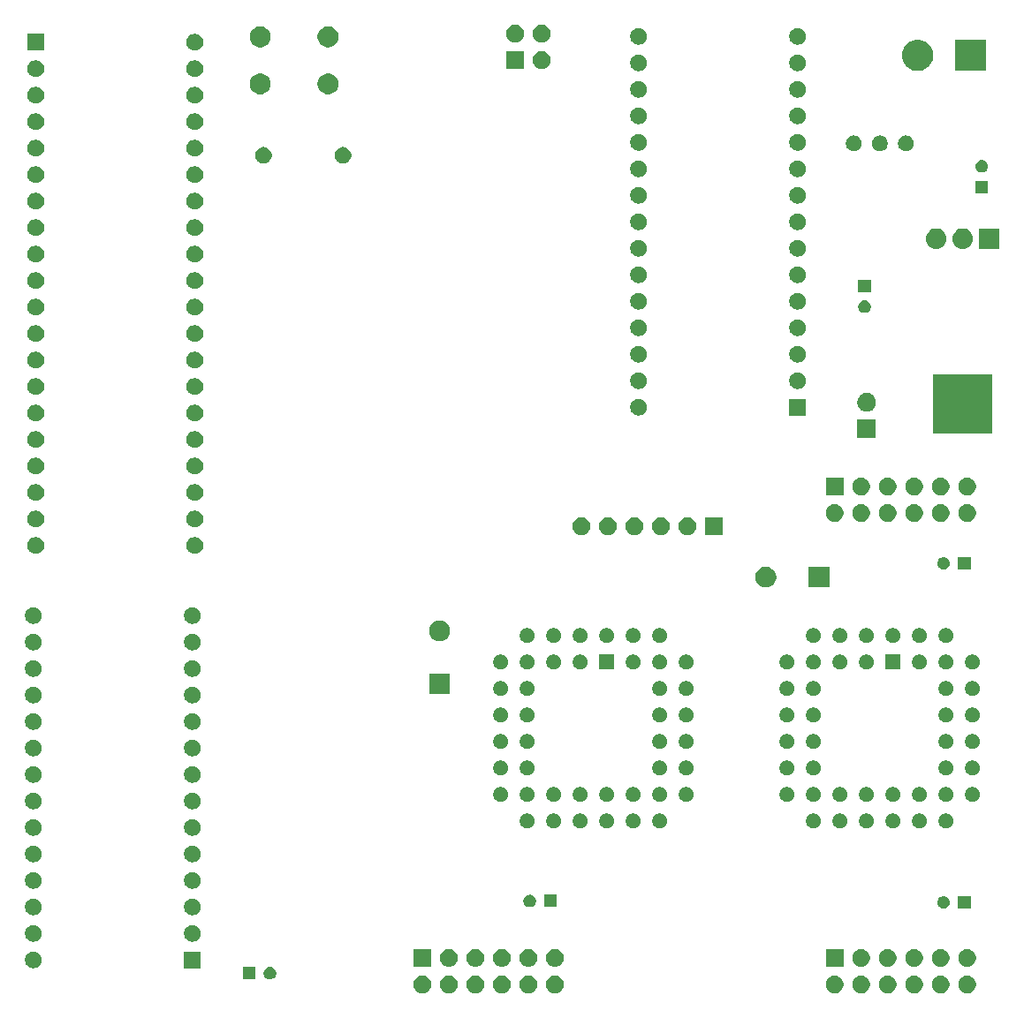
<source format=gbr>
G04 #@! TF.GenerationSoftware,KiCad,Pcbnew,5.1.5+dfsg1-2build2*
G04 #@! TF.CreationDate,2020-11-27T21:41:43-05:00*
G04 #@! TF.ProjectId,tpc65816,74706336-3538-4313-962e-6b696361645f,3.1*
G04 #@! TF.SameCoordinates,Original*
G04 #@! TF.FileFunction,Soldermask,Bot*
G04 #@! TF.FilePolarity,Negative*
%FSLAX46Y46*%
G04 Gerber Fmt 4.6, Leading zero omitted, Abs format (unit mm)*
G04 Created by KiCad (PCBNEW 5.1.5+dfsg1-2build2) date 2020-11-27 21:41:43*
%MOMM*%
%LPD*%
G04 APERTURE LIST*
%ADD10C,0.100000*%
G04 APERTURE END LIST*
D10*
G36*
X200552000Y-96459000D02*
G01*
X194964000Y-96459000D01*
X194964000Y-90871000D01*
X200552000Y-90871000D01*
X200552000Y-96459000D01*
G37*
X200552000Y-96459000D02*
X194964000Y-96459000D01*
X194964000Y-90871000D01*
X200552000Y-90871000D01*
X200552000Y-96459000D01*
G36*
X146297936Y-148534665D02*
G01*
X146452626Y-148598739D01*
X146522076Y-148645145D01*
X146591844Y-148691762D01*
X146710238Y-148810156D01*
X146738158Y-148851942D01*
X146803261Y-148949374D01*
X146867335Y-149104064D01*
X146900000Y-149268282D01*
X146900000Y-149435718D01*
X146867335Y-149599936D01*
X146803261Y-149754626D01*
X146756855Y-149824076D01*
X146710238Y-149893844D01*
X146591844Y-150012238D01*
X146522076Y-150058855D01*
X146452626Y-150105261D01*
X146297936Y-150169335D01*
X146133718Y-150202000D01*
X145966282Y-150202000D01*
X145802064Y-150169335D01*
X145647374Y-150105261D01*
X145577924Y-150058855D01*
X145508156Y-150012238D01*
X145389762Y-149893844D01*
X145343145Y-149824076D01*
X145296739Y-149754626D01*
X145232665Y-149599936D01*
X145200000Y-149435718D01*
X145200000Y-149268282D01*
X145232665Y-149104064D01*
X145296739Y-148949374D01*
X145361842Y-148851942D01*
X145389762Y-148810156D01*
X145508156Y-148691762D01*
X145577924Y-148645145D01*
X145647374Y-148598739D01*
X145802064Y-148534665D01*
X145966282Y-148502000D01*
X146133718Y-148502000D01*
X146297936Y-148534665D01*
G37*
G36*
X195954936Y-148534665D02*
G01*
X196109626Y-148598739D01*
X196179076Y-148645145D01*
X196248844Y-148691762D01*
X196367238Y-148810156D01*
X196395158Y-148851942D01*
X196460261Y-148949374D01*
X196524335Y-149104064D01*
X196557000Y-149268282D01*
X196557000Y-149435718D01*
X196524335Y-149599936D01*
X196460261Y-149754626D01*
X196413855Y-149824076D01*
X196367238Y-149893844D01*
X196248844Y-150012238D01*
X196179076Y-150058855D01*
X196109626Y-150105261D01*
X195954936Y-150169335D01*
X195790718Y-150202000D01*
X195623282Y-150202000D01*
X195459064Y-150169335D01*
X195304374Y-150105261D01*
X195234924Y-150058855D01*
X195165156Y-150012238D01*
X195046762Y-149893844D01*
X195000145Y-149824076D01*
X194953739Y-149754626D01*
X194889665Y-149599936D01*
X194857000Y-149435718D01*
X194857000Y-149268282D01*
X194889665Y-149104064D01*
X194953739Y-148949374D01*
X195018842Y-148851942D01*
X195046762Y-148810156D01*
X195165156Y-148691762D01*
X195234924Y-148645145D01*
X195304374Y-148598739D01*
X195459064Y-148534665D01*
X195623282Y-148502000D01*
X195790718Y-148502000D01*
X195954936Y-148534665D01*
G37*
G36*
X198494936Y-148534665D02*
G01*
X198649626Y-148598739D01*
X198719076Y-148645145D01*
X198788844Y-148691762D01*
X198907238Y-148810156D01*
X198935158Y-148851942D01*
X199000261Y-148949374D01*
X199064335Y-149104064D01*
X199097000Y-149268282D01*
X199097000Y-149435718D01*
X199064335Y-149599936D01*
X199000261Y-149754626D01*
X198953855Y-149824076D01*
X198907238Y-149893844D01*
X198788844Y-150012238D01*
X198719076Y-150058855D01*
X198649626Y-150105261D01*
X198494936Y-150169335D01*
X198330718Y-150202000D01*
X198163282Y-150202000D01*
X197999064Y-150169335D01*
X197844374Y-150105261D01*
X197774924Y-150058855D01*
X197705156Y-150012238D01*
X197586762Y-149893844D01*
X197540145Y-149824076D01*
X197493739Y-149754626D01*
X197429665Y-149599936D01*
X197397000Y-149435718D01*
X197397000Y-149268282D01*
X197429665Y-149104064D01*
X197493739Y-148949374D01*
X197558842Y-148851942D01*
X197586762Y-148810156D01*
X197705156Y-148691762D01*
X197774924Y-148645145D01*
X197844374Y-148598739D01*
X197999064Y-148534665D01*
X198163282Y-148502000D01*
X198330718Y-148502000D01*
X198494936Y-148534665D01*
G37*
G36*
X193414936Y-148534665D02*
G01*
X193569626Y-148598739D01*
X193639076Y-148645145D01*
X193708844Y-148691762D01*
X193827238Y-148810156D01*
X193855158Y-148851942D01*
X193920261Y-148949374D01*
X193984335Y-149104064D01*
X194017000Y-149268282D01*
X194017000Y-149435718D01*
X193984335Y-149599936D01*
X193920261Y-149754626D01*
X193873855Y-149824076D01*
X193827238Y-149893844D01*
X193708844Y-150012238D01*
X193639076Y-150058855D01*
X193569626Y-150105261D01*
X193414936Y-150169335D01*
X193250718Y-150202000D01*
X193083282Y-150202000D01*
X192919064Y-150169335D01*
X192764374Y-150105261D01*
X192694924Y-150058855D01*
X192625156Y-150012238D01*
X192506762Y-149893844D01*
X192460145Y-149824076D01*
X192413739Y-149754626D01*
X192349665Y-149599936D01*
X192317000Y-149435718D01*
X192317000Y-149268282D01*
X192349665Y-149104064D01*
X192413739Y-148949374D01*
X192478842Y-148851942D01*
X192506762Y-148810156D01*
X192625156Y-148691762D01*
X192694924Y-148645145D01*
X192764374Y-148598739D01*
X192919064Y-148534665D01*
X193083282Y-148502000D01*
X193250718Y-148502000D01*
X193414936Y-148534665D01*
G37*
G36*
X190874936Y-148534665D02*
G01*
X191029626Y-148598739D01*
X191099076Y-148645145D01*
X191168844Y-148691762D01*
X191287238Y-148810156D01*
X191315158Y-148851942D01*
X191380261Y-148949374D01*
X191444335Y-149104064D01*
X191477000Y-149268282D01*
X191477000Y-149435718D01*
X191444335Y-149599936D01*
X191380261Y-149754626D01*
X191333855Y-149824076D01*
X191287238Y-149893844D01*
X191168844Y-150012238D01*
X191099076Y-150058855D01*
X191029626Y-150105261D01*
X190874936Y-150169335D01*
X190710718Y-150202000D01*
X190543282Y-150202000D01*
X190379064Y-150169335D01*
X190224374Y-150105261D01*
X190154924Y-150058855D01*
X190085156Y-150012238D01*
X189966762Y-149893844D01*
X189920145Y-149824076D01*
X189873739Y-149754626D01*
X189809665Y-149599936D01*
X189777000Y-149435718D01*
X189777000Y-149268282D01*
X189809665Y-149104064D01*
X189873739Y-148949374D01*
X189938842Y-148851942D01*
X189966762Y-148810156D01*
X190085156Y-148691762D01*
X190154924Y-148645145D01*
X190224374Y-148598739D01*
X190379064Y-148534665D01*
X190543282Y-148502000D01*
X190710718Y-148502000D01*
X190874936Y-148534665D01*
G37*
G36*
X188334936Y-148534665D02*
G01*
X188489626Y-148598739D01*
X188559076Y-148645145D01*
X188628844Y-148691762D01*
X188747238Y-148810156D01*
X188775158Y-148851942D01*
X188840261Y-148949374D01*
X188904335Y-149104064D01*
X188937000Y-149268282D01*
X188937000Y-149435718D01*
X188904335Y-149599936D01*
X188840261Y-149754626D01*
X188793855Y-149824076D01*
X188747238Y-149893844D01*
X188628844Y-150012238D01*
X188559076Y-150058855D01*
X188489626Y-150105261D01*
X188334936Y-150169335D01*
X188170718Y-150202000D01*
X188003282Y-150202000D01*
X187839064Y-150169335D01*
X187684374Y-150105261D01*
X187614924Y-150058855D01*
X187545156Y-150012238D01*
X187426762Y-149893844D01*
X187380145Y-149824076D01*
X187333739Y-149754626D01*
X187269665Y-149599936D01*
X187237000Y-149435718D01*
X187237000Y-149268282D01*
X187269665Y-149104064D01*
X187333739Y-148949374D01*
X187398842Y-148851942D01*
X187426762Y-148810156D01*
X187545156Y-148691762D01*
X187614924Y-148645145D01*
X187684374Y-148598739D01*
X187839064Y-148534665D01*
X188003282Y-148502000D01*
X188170718Y-148502000D01*
X188334936Y-148534665D01*
G37*
G36*
X185794936Y-148534665D02*
G01*
X185949626Y-148598739D01*
X186019076Y-148645145D01*
X186088844Y-148691762D01*
X186207238Y-148810156D01*
X186235158Y-148851942D01*
X186300261Y-148949374D01*
X186364335Y-149104064D01*
X186397000Y-149268282D01*
X186397000Y-149435718D01*
X186364335Y-149599936D01*
X186300261Y-149754626D01*
X186253855Y-149824076D01*
X186207238Y-149893844D01*
X186088844Y-150012238D01*
X186019076Y-150058855D01*
X185949626Y-150105261D01*
X185794936Y-150169335D01*
X185630718Y-150202000D01*
X185463282Y-150202000D01*
X185299064Y-150169335D01*
X185144374Y-150105261D01*
X185074924Y-150058855D01*
X185005156Y-150012238D01*
X184886762Y-149893844D01*
X184840145Y-149824076D01*
X184793739Y-149754626D01*
X184729665Y-149599936D01*
X184697000Y-149435718D01*
X184697000Y-149268282D01*
X184729665Y-149104064D01*
X184793739Y-148949374D01*
X184858842Y-148851942D01*
X184886762Y-148810156D01*
X185005156Y-148691762D01*
X185074924Y-148645145D01*
X185144374Y-148598739D01*
X185299064Y-148534665D01*
X185463282Y-148502000D01*
X185630718Y-148502000D01*
X185794936Y-148534665D01*
G37*
G36*
X156457936Y-148534665D02*
G01*
X156612626Y-148598739D01*
X156682076Y-148645145D01*
X156751844Y-148691762D01*
X156870238Y-148810156D01*
X156898158Y-148851942D01*
X156963261Y-148949374D01*
X157027335Y-149104064D01*
X157060000Y-149268282D01*
X157060000Y-149435718D01*
X157027335Y-149599936D01*
X156963261Y-149754626D01*
X156916855Y-149824076D01*
X156870238Y-149893844D01*
X156751844Y-150012238D01*
X156682076Y-150058855D01*
X156612626Y-150105261D01*
X156457936Y-150169335D01*
X156293718Y-150202000D01*
X156126282Y-150202000D01*
X155962064Y-150169335D01*
X155807374Y-150105261D01*
X155737924Y-150058855D01*
X155668156Y-150012238D01*
X155549762Y-149893844D01*
X155503145Y-149824076D01*
X155456739Y-149754626D01*
X155392665Y-149599936D01*
X155360000Y-149435718D01*
X155360000Y-149268282D01*
X155392665Y-149104064D01*
X155456739Y-148949374D01*
X155521842Y-148851942D01*
X155549762Y-148810156D01*
X155668156Y-148691762D01*
X155737924Y-148645145D01*
X155807374Y-148598739D01*
X155962064Y-148534665D01*
X156126282Y-148502000D01*
X156293718Y-148502000D01*
X156457936Y-148534665D01*
G37*
G36*
X158997936Y-148534665D02*
G01*
X159152626Y-148598739D01*
X159222076Y-148645145D01*
X159291844Y-148691762D01*
X159410238Y-148810156D01*
X159438158Y-148851942D01*
X159503261Y-148949374D01*
X159567335Y-149104064D01*
X159600000Y-149268282D01*
X159600000Y-149435718D01*
X159567335Y-149599936D01*
X159503261Y-149754626D01*
X159456855Y-149824076D01*
X159410238Y-149893844D01*
X159291844Y-150012238D01*
X159222076Y-150058855D01*
X159152626Y-150105261D01*
X158997936Y-150169335D01*
X158833718Y-150202000D01*
X158666282Y-150202000D01*
X158502064Y-150169335D01*
X158347374Y-150105261D01*
X158277924Y-150058855D01*
X158208156Y-150012238D01*
X158089762Y-149893844D01*
X158043145Y-149824076D01*
X157996739Y-149754626D01*
X157932665Y-149599936D01*
X157900000Y-149435718D01*
X157900000Y-149268282D01*
X157932665Y-149104064D01*
X157996739Y-148949374D01*
X158061842Y-148851942D01*
X158089762Y-148810156D01*
X158208156Y-148691762D01*
X158277924Y-148645145D01*
X158347374Y-148598739D01*
X158502064Y-148534665D01*
X158666282Y-148502000D01*
X158833718Y-148502000D01*
X158997936Y-148534665D01*
G37*
G36*
X148837936Y-148534665D02*
G01*
X148992626Y-148598739D01*
X149062076Y-148645145D01*
X149131844Y-148691762D01*
X149250238Y-148810156D01*
X149278158Y-148851942D01*
X149343261Y-148949374D01*
X149407335Y-149104064D01*
X149440000Y-149268282D01*
X149440000Y-149435718D01*
X149407335Y-149599936D01*
X149343261Y-149754626D01*
X149296855Y-149824076D01*
X149250238Y-149893844D01*
X149131844Y-150012238D01*
X149062076Y-150058855D01*
X148992626Y-150105261D01*
X148837936Y-150169335D01*
X148673718Y-150202000D01*
X148506282Y-150202000D01*
X148342064Y-150169335D01*
X148187374Y-150105261D01*
X148117924Y-150058855D01*
X148048156Y-150012238D01*
X147929762Y-149893844D01*
X147883145Y-149824076D01*
X147836739Y-149754626D01*
X147772665Y-149599936D01*
X147740000Y-149435718D01*
X147740000Y-149268282D01*
X147772665Y-149104064D01*
X147836739Y-148949374D01*
X147901842Y-148851942D01*
X147929762Y-148810156D01*
X148048156Y-148691762D01*
X148117924Y-148645145D01*
X148187374Y-148598739D01*
X148342064Y-148534665D01*
X148506282Y-148502000D01*
X148673718Y-148502000D01*
X148837936Y-148534665D01*
G37*
G36*
X153917936Y-148534665D02*
G01*
X154072626Y-148598739D01*
X154142076Y-148645145D01*
X154211844Y-148691762D01*
X154330238Y-148810156D01*
X154358158Y-148851942D01*
X154423261Y-148949374D01*
X154487335Y-149104064D01*
X154520000Y-149268282D01*
X154520000Y-149435718D01*
X154487335Y-149599936D01*
X154423261Y-149754626D01*
X154376855Y-149824076D01*
X154330238Y-149893844D01*
X154211844Y-150012238D01*
X154142076Y-150058855D01*
X154072626Y-150105261D01*
X153917936Y-150169335D01*
X153753718Y-150202000D01*
X153586282Y-150202000D01*
X153422064Y-150169335D01*
X153267374Y-150105261D01*
X153197924Y-150058855D01*
X153128156Y-150012238D01*
X153009762Y-149893844D01*
X152963145Y-149824076D01*
X152916739Y-149754626D01*
X152852665Y-149599936D01*
X152820000Y-149435718D01*
X152820000Y-149268282D01*
X152852665Y-149104064D01*
X152916739Y-148949374D01*
X152981842Y-148851942D01*
X153009762Y-148810156D01*
X153128156Y-148691762D01*
X153197924Y-148645145D01*
X153267374Y-148598739D01*
X153422064Y-148534665D01*
X153586282Y-148502000D01*
X153753718Y-148502000D01*
X153917936Y-148534665D01*
G37*
G36*
X151377936Y-148534665D02*
G01*
X151532626Y-148598739D01*
X151602076Y-148645145D01*
X151671844Y-148691762D01*
X151790238Y-148810156D01*
X151818158Y-148851942D01*
X151883261Y-148949374D01*
X151947335Y-149104064D01*
X151980000Y-149268282D01*
X151980000Y-149435718D01*
X151947335Y-149599936D01*
X151883261Y-149754626D01*
X151836855Y-149824076D01*
X151790238Y-149893844D01*
X151671844Y-150012238D01*
X151602076Y-150058855D01*
X151532626Y-150105261D01*
X151377936Y-150169335D01*
X151213718Y-150202000D01*
X151046282Y-150202000D01*
X150882064Y-150169335D01*
X150727374Y-150105261D01*
X150657924Y-150058855D01*
X150588156Y-150012238D01*
X150469762Y-149893844D01*
X150423145Y-149824076D01*
X150376739Y-149754626D01*
X150312665Y-149599936D01*
X150280000Y-149435718D01*
X150280000Y-149268282D01*
X150312665Y-149104064D01*
X150376739Y-148949374D01*
X150441842Y-148851942D01*
X150469762Y-148810156D01*
X150588156Y-148691762D01*
X150657924Y-148645145D01*
X150727374Y-148598739D01*
X150882064Y-148534665D01*
X151046282Y-148502000D01*
X151213718Y-148502000D01*
X151377936Y-148534665D01*
G37*
G36*
X130032000Y-148875000D02*
G01*
X128832000Y-148875000D01*
X128832000Y-147675000D01*
X130032000Y-147675000D01*
X130032000Y-148875000D01*
G37*
G36*
X131607014Y-147698058D02*
G01*
X131716207Y-147743287D01*
X131814478Y-147808950D01*
X131898050Y-147892522D01*
X131963713Y-147990793D01*
X132008942Y-148099986D01*
X132032000Y-148215905D01*
X132032000Y-148334095D01*
X132008942Y-148450014D01*
X131963713Y-148559207D01*
X131898050Y-148657478D01*
X131814478Y-148741050D01*
X131716207Y-148806713D01*
X131607014Y-148851942D01*
X131491095Y-148875000D01*
X131372905Y-148875000D01*
X131256986Y-148851942D01*
X131147793Y-148806713D01*
X131049522Y-148741050D01*
X130965950Y-148657478D01*
X130900287Y-148559207D01*
X130855058Y-148450014D01*
X130832000Y-148334095D01*
X130832000Y-148215905D01*
X130855058Y-148099986D01*
X130900287Y-147990793D01*
X130965950Y-147892522D01*
X131049522Y-147808950D01*
X131147793Y-147743287D01*
X131256986Y-147698058D01*
X131372905Y-147675000D01*
X131491095Y-147675000D01*
X131607014Y-147698058D01*
G37*
G36*
X108890312Y-146210248D02*
G01*
X108993351Y-146230743D01*
X109138942Y-146291049D01*
X109269970Y-146378599D01*
X109381401Y-146490030D01*
X109468951Y-146621058D01*
X109529257Y-146766649D01*
X109560000Y-146921207D01*
X109560000Y-147078793D01*
X109529257Y-147233351D01*
X109468951Y-147378942D01*
X109381401Y-147509970D01*
X109269970Y-147621401D01*
X109138942Y-147708951D01*
X108993351Y-147769257D01*
X108890312Y-147789752D01*
X108838794Y-147800000D01*
X108681206Y-147800000D01*
X108629688Y-147789752D01*
X108526649Y-147769257D01*
X108381058Y-147708951D01*
X108250030Y-147621401D01*
X108138599Y-147509970D01*
X108051049Y-147378942D01*
X107990743Y-147233351D01*
X107960000Y-147078793D01*
X107960000Y-146921207D01*
X107990743Y-146766649D01*
X108051049Y-146621058D01*
X108138599Y-146490030D01*
X108250030Y-146378599D01*
X108381058Y-146291049D01*
X108526649Y-146230743D01*
X108629688Y-146210248D01*
X108681206Y-146200000D01*
X108838794Y-146200000D01*
X108890312Y-146210248D01*
G37*
G36*
X124800000Y-147800000D02*
G01*
X123200000Y-147800000D01*
X123200000Y-146200000D01*
X124800000Y-146200000D01*
X124800000Y-147800000D01*
G37*
G36*
X193414936Y-145994665D02*
G01*
X193569626Y-146058739D01*
X193639076Y-146105145D01*
X193708844Y-146151762D01*
X193827238Y-146270156D01*
X193873855Y-146339924D01*
X193920261Y-146409374D01*
X193984335Y-146564064D01*
X194017000Y-146728282D01*
X194017000Y-146895718D01*
X193984335Y-147059936D01*
X193920261Y-147214626D01*
X193873855Y-147284076D01*
X193827238Y-147353844D01*
X193708844Y-147472238D01*
X193639076Y-147518855D01*
X193569626Y-147565261D01*
X193434088Y-147621402D01*
X193414936Y-147629335D01*
X193250718Y-147662000D01*
X193083282Y-147662000D01*
X192919064Y-147629335D01*
X192899912Y-147621402D01*
X192764374Y-147565261D01*
X192694924Y-147518855D01*
X192625156Y-147472238D01*
X192506762Y-147353844D01*
X192460145Y-147284076D01*
X192413739Y-147214626D01*
X192349665Y-147059936D01*
X192317000Y-146895718D01*
X192317000Y-146728282D01*
X192349665Y-146564064D01*
X192413739Y-146409374D01*
X192460145Y-146339924D01*
X192506762Y-146270156D01*
X192625156Y-146151762D01*
X192694924Y-146105145D01*
X192764374Y-146058739D01*
X192919064Y-145994665D01*
X193083282Y-145962000D01*
X193250718Y-145962000D01*
X193414936Y-145994665D01*
G37*
G36*
X146900000Y-147662000D02*
G01*
X145200000Y-147662000D01*
X145200000Y-145962000D01*
X146900000Y-145962000D01*
X146900000Y-147662000D01*
G37*
G36*
X148837936Y-145994665D02*
G01*
X148992626Y-146058739D01*
X149062076Y-146105145D01*
X149131844Y-146151762D01*
X149250238Y-146270156D01*
X149296855Y-146339924D01*
X149343261Y-146409374D01*
X149407335Y-146564064D01*
X149440000Y-146728282D01*
X149440000Y-146895718D01*
X149407335Y-147059936D01*
X149343261Y-147214626D01*
X149296855Y-147284076D01*
X149250238Y-147353844D01*
X149131844Y-147472238D01*
X149062076Y-147518855D01*
X148992626Y-147565261D01*
X148857088Y-147621402D01*
X148837936Y-147629335D01*
X148673718Y-147662000D01*
X148506282Y-147662000D01*
X148342064Y-147629335D01*
X148322912Y-147621402D01*
X148187374Y-147565261D01*
X148117924Y-147518855D01*
X148048156Y-147472238D01*
X147929762Y-147353844D01*
X147883145Y-147284076D01*
X147836739Y-147214626D01*
X147772665Y-147059936D01*
X147740000Y-146895718D01*
X147740000Y-146728282D01*
X147772665Y-146564064D01*
X147836739Y-146409374D01*
X147883145Y-146339924D01*
X147929762Y-146270156D01*
X148048156Y-146151762D01*
X148117924Y-146105145D01*
X148187374Y-146058739D01*
X148342064Y-145994665D01*
X148506282Y-145962000D01*
X148673718Y-145962000D01*
X148837936Y-145994665D01*
G37*
G36*
X198494936Y-145994665D02*
G01*
X198649626Y-146058739D01*
X198719076Y-146105145D01*
X198788844Y-146151762D01*
X198907238Y-146270156D01*
X198953855Y-146339924D01*
X199000261Y-146409374D01*
X199064335Y-146564064D01*
X199097000Y-146728282D01*
X199097000Y-146895718D01*
X199064335Y-147059936D01*
X199000261Y-147214626D01*
X198953855Y-147284076D01*
X198907238Y-147353844D01*
X198788844Y-147472238D01*
X198719076Y-147518855D01*
X198649626Y-147565261D01*
X198514088Y-147621402D01*
X198494936Y-147629335D01*
X198330718Y-147662000D01*
X198163282Y-147662000D01*
X197999064Y-147629335D01*
X197979912Y-147621402D01*
X197844374Y-147565261D01*
X197774924Y-147518855D01*
X197705156Y-147472238D01*
X197586762Y-147353844D01*
X197540145Y-147284076D01*
X197493739Y-147214626D01*
X197429665Y-147059936D01*
X197397000Y-146895718D01*
X197397000Y-146728282D01*
X197429665Y-146564064D01*
X197493739Y-146409374D01*
X197540145Y-146339924D01*
X197586762Y-146270156D01*
X197705156Y-146151762D01*
X197774924Y-146105145D01*
X197844374Y-146058739D01*
X197999064Y-145994665D01*
X198163282Y-145962000D01*
X198330718Y-145962000D01*
X198494936Y-145994665D01*
G37*
G36*
X195954936Y-145994665D02*
G01*
X196109626Y-146058739D01*
X196179076Y-146105145D01*
X196248844Y-146151762D01*
X196367238Y-146270156D01*
X196413855Y-146339924D01*
X196460261Y-146409374D01*
X196524335Y-146564064D01*
X196557000Y-146728282D01*
X196557000Y-146895718D01*
X196524335Y-147059936D01*
X196460261Y-147214626D01*
X196413855Y-147284076D01*
X196367238Y-147353844D01*
X196248844Y-147472238D01*
X196179076Y-147518855D01*
X196109626Y-147565261D01*
X195974088Y-147621402D01*
X195954936Y-147629335D01*
X195790718Y-147662000D01*
X195623282Y-147662000D01*
X195459064Y-147629335D01*
X195439912Y-147621402D01*
X195304374Y-147565261D01*
X195234924Y-147518855D01*
X195165156Y-147472238D01*
X195046762Y-147353844D01*
X195000145Y-147284076D01*
X194953739Y-147214626D01*
X194889665Y-147059936D01*
X194857000Y-146895718D01*
X194857000Y-146728282D01*
X194889665Y-146564064D01*
X194953739Y-146409374D01*
X195000145Y-146339924D01*
X195046762Y-146270156D01*
X195165156Y-146151762D01*
X195234924Y-146105145D01*
X195304374Y-146058739D01*
X195459064Y-145994665D01*
X195623282Y-145962000D01*
X195790718Y-145962000D01*
X195954936Y-145994665D01*
G37*
G36*
X151377936Y-145994665D02*
G01*
X151532626Y-146058739D01*
X151602076Y-146105145D01*
X151671844Y-146151762D01*
X151790238Y-146270156D01*
X151836855Y-146339924D01*
X151883261Y-146409374D01*
X151947335Y-146564064D01*
X151980000Y-146728282D01*
X151980000Y-146895718D01*
X151947335Y-147059936D01*
X151883261Y-147214626D01*
X151836855Y-147284076D01*
X151790238Y-147353844D01*
X151671844Y-147472238D01*
X151602076Y-147518855D01*
X151532626Y-147565261D01*
X151397088Y-147621402D01*
X151377936Y-147629335D01*
X151213718Y-147662000D01*
X151046282Y-147662000D01*
X150882064Y-147629335D01*
X150862912Y-147621402D01*
X150727374Y-147565261D01*
X150657924Y-147518855D01*
X150588156Y-147472238D01*
X150469762Y-147353844D01*
X150423145Y-147284076D01*
X150376739Y-147214626D01*
X150312665Y-147059936D01*
X150280000Y-146895718D01*
X150280000Y-146728282D01*
X150312665Y-146564064D01*
X150376739Y-146409374D01*
X150423145Y-146339924D01*
X150469762Y-146270156D01*
X150588156Y-146151762D01*
X150657924Y-146105145D01*
X150727374Y-146058739D01*
X150882064Y-145994665D01*
X151046282Y-145962000D01*
X151213718Y-145962000D01*
X151377936Y-145994665D01*
G37*
G36*
X153917936Y-145994665D02*
G01*
X154072626Y-146058739D01*
X154142076Y-146105145D01*
X154211844Y-146151762D01*
X154330238Y-146270156D01*
X154376855Y-146339924D01*
X154423261Y-146409374D01*
X154487335Y-146564064D01*
X154520000Y-146728282D01*
X154520000Y-146895718D01*
X154487335Y-147059936D01*
X154423261Y-147214626D01*
X154376855Y-147284076D01*
X154330238Y-147353844D01*
X154211844Y-147472238D01*
X154142076Y-147518855D01*
X154072626Y-147565261D01*
X153937088Y-147621402D01*
X153917936Y-147629335D01*
X153753718Y-147662000D01*
X153586282Y-147662000D01*
X153422064Y-147629335D01*
X153402912Y-147621402D01*
X153267374Y-147565261D01*
X153197924Y-147518855D01*
X153128156Y-147472238D01*
X153009762Y-147353844D01*
X152963145Y-147284076D01*
X152916739Y-147214626D01*
X152852665Y-147059936D01*
X152820000Y-146895718D01*
X152820000Y-146728282D01*
X152852665Y-146564064D01*
X152916739Y-146409374D01*
X152963145Y-146339924D01*
X153009762Y-146270156D01*
X153128156Y-146151762D01*
X153197924Y-146105145D01*
X153267374Y-146058739D01*
X153422064Y-145994665D01*
X153586282Y-145962000D01*
X153753718Y-145962000D01*
X153917936Y-145994665D01*
G37*
G36*
X190874936Y-145994665D02*
G01*
X191029626Y-146058739D01*
X191099076Y-146105145D01*
X191168844Y-146151762D01*
X191287238Y-146270156D01*
X191333855Y-146339924D01*
X191380261Y-146409374D01*
X191444335Y-146564064D01*
X191477000Y-146728282D01*
X191477000Y-146895718D01*
X191444335Y-147059936D01*
X191380261Y-147214626D01*
X191333855Y-147284076D01*
X191287238Y-147353844D01*
X191168844Y-147472238D01*
X191099076Y-147518855D01*
X191029626Y-147565261D01*
X190894088Y-147621402D01*
X190874936Y-147629335D01*
X190710718Y-147662000D01*
X190543282Y-147662000D01*
X190379064Y-147629335D01*
X190359912Y-147621402D01*
X190224374Y-147565261D01*
X190154924Y-147518855D01*
X190085156Y-147472238D01*
X189966762Y-147353844D01*
X189920145Y-147284076D01*
X189873739Y-147214626D01*
X189809665Y-147059936D01*
X189777000Y-146895718D01*
X189777000Y-146728282D01*
X189809665Y-146564064D01*
X189873739Y-146409374D01*
X189920145Y-146339924D01*
X189966762Y-146270156D01*
X190085156Y-146151762D01*
X190154924Y-146105145D01*
X190224374Y-146058739D01*
X190379064Y-145994665D01*
X190543282Y-145962000D01*
X190710718Y-145962000D01*
X190874936Y-145994665D01*
G37*
G36*
X156457936Y-145994665D02*
G01*
X156612626Y-146058739D01*
X156682076Y-146105145D01*
X156751844Y-146151762D01*
X156870238Y-146270156D01*
X156916855Y-146339924D01*
X156963261Y-146409374D01*
X157027335Y-146564064D01*
X157060000Y-146728282D01*
X157060000Y-146895718D01*
X157027335Y-147059936D01*
X156963261Y-147214626D01*
X156916855Y-147284076D01*
X156870238Y-147353844D01*
X156751844Y-147472238D01*
X156682076Y-147518855D01*
X156612626Y-147565261D01*
X156477088Y-147621402D01*
X156457936Y-147629335D01*
X156293718Y-147662000D01*
X156126282Y-147662000D01*
X155962064Y-147629335D01*
X155942912Y-147621402D01*
X155807374Y-147565261D01*
X155737924Y-147518855D01*
X155668156Y-147472238D01*
X155549762Y-147353844D01*
X155503145Y-147284076D01*
X155456739Y-147214626D01*
X155392665Y-147059936D01*
X155360000Y-146895718D01*
X155360000Y-146728282D01*
X155392665Y-146564064D01*
X155456739Y-146409374D01*
X155503145Y-146339924D01*
X155549762Y-146270156D01*
X155668156Y-146151762D01*
X155737924Y-146105145D01*
X155807374Y-146058739D01*
X155962064Y-145994665D01*
X156126282Y-145962000D01*
X156293718Y-145962000D01*
X156457936Y-145994665D01*
G37*
G36*
X188334936Y-145994665D02*
G01*
X188489626Y-146058739D01*
X188559076Y-146105145D01*
X188628844Y-146151762D01*
X188747238Y-146270156D01*
X188793855Y-146339924D01*
X188840261Y-146409374D01*
X188904335Y-146564064D01*
X188937000Y-146728282D01*
X188937000Y-146895718D01*
X188904335Y-147059936D01*
X188840261Y-147214626D01*
X188793855Y-147284076D01*
X188747238Y-147353844D01*
X188628844Y-147472238D01*
X188559076Y-147518855D01*
X188489626Y-147565261D01*
X188354088Y-147621402D01*
X188334936Y-147629335D01*
X188170718Y-147662000D01*
X188003282Y-147662000D01*
X187839064Y-147629335D01*
X187819912Y-147621402D01*
X187684374Y-147565261D01*
X187614924Y-147518855D01*
X187545156Y-147472238D01*
X187426762Y-147353844D01*
X187380145Y-147284076D01*
X187333739Y-147214626D01*
X187269665Y-147059936D01*
X187237000Y-146895718D01*
X187237000Y-146728282D01*
X187269665Y-146564064D01*
X187333739Y-146409374D01*
X187380145Y-146339924D01*
X187426762Y-146270156D01*
X187545156Y-146151762D01*
X187614924Y-146105145D01*
X187684374Y-146058739D01*
X187839064Y-145994665D01*
X188003282Y-145962000D01*
X188170718Y-145962000D01*
X188334936Y-145994665D01*
G37*
G36*
X158997936Y-145994665D02*
G01*
X159152626Y-146058739D01*
X159222076Y-146105145D01*
X159291844Y-146151762D01*
X159410238Y-146270156D01*
X159456855Y-146339924D01*
X159503261Y-146409374D01*
X159567335Y-146564064D01*
X159600000Y-146728282D01*
X159600000Y-146895718D01*
X159567335Y-147059936D01*
X159503261Y-147214626D01*
X159456855Y-147284076D01*
X159410238Y-147353844D01*
X159291844Y-147472238D01*
X159222076Y-147518855D01*
X159152626Y-147565261D01*
X159017088Y-147621402D01*
X158997936Y-147629335D01*
X158833718Y-147662000D01*
X158666282Y-147662000D01*
X158502064Y-147629335D01*
X158482912Y-147621402D01*
X158347374Y-147565261D01*
X158277924Y-147518855D01*
X158208156Y-147472238D01*
X158089762Y-147353844D01*
X158043145Y-147284076D01*
X157996739Y-147214626D01*
X157932665Y-147059936D01*
X157900000Y-146895718D01*
X157900000Y-146728282D01*
X157932665Y-146564064D01*
X157996739Y-146409374D01*
X158043145Y-146339924D01*
X158089762Y-146270156D01*
X158208156Y-146151762D01*
X158277924Y-146105145D01*
X158347374Y-146058739D01*
X158502064Y-145994665D01*
X158666282Y-145962000D01*
X158833718Y-145962000D01*
X158997936Y-145994665D01*
G37*
G36*
X186397000Y-147662000D02*
G01*
X184697000Y-147662000D01*
X184697000Y-145962000D01*
X186397000Y-145962000D01*
X186397000Y-147662000D01*
G37*
G36*
X108890312Y-143670248D02*
G01*
X108993351Y-143690743D01*
X109138942Y-143751049D01*
X109269970Y-143838599D01*
X109381401Y-143950030D01*
X109468951Y-144081058D01*
X109529257Y-144226649D01*
X109560000Y-144381207D01*
X109560000Y-144538793D01*
X109529257Y-144693351D01*
X109468951Y-144838942D01*
X109381401Y-144969970D01*
X109269970Y-145081401D01*
X109138942Y-145168951D01*
X108993351Y-145229257D01*
X108890312Y-145249752D01*
X108838794Y-145260000D01*
X108681206Y-145260000D01*
X108629688Y-145249752D01*
X108526649Y-145229257D01*
X108381058Y-145168951D01*
X108250030Y-145081401D01*
X108138599Y-144969970D01*
X108051049Y-144838942D01*
X107990743Y-144693351D01*
X107960000Y-144538793D01*
X107960000Y-144381207D01*
X107990743Y-144226649D01*
X108051049Y-144081058D01*
X108138599Y-143950030D01*
X108250030Y-143838599D01*
X108381058Y-143751049D01*
X108526649Y-143690743D01*
X108629688Y-143670248D01*
X108681206Y-143660000D01*
X108838794Y-143660000D01*
X108890312Y-143670248D01*
G37*
G36*
X124130312Y-143670248D02*
G01*
X124233351Y-143690743D01*
X124378942Y-143751049D01*
X124509970Y-143838599D01*
X124621401Y-143950030D01*
X124708951Y-144081058D01*
X124769257Y-144226649D01*
X124800000Y-144381207D01*
X124800000Y-144538793D01*
X124769257Y-144693351D01*
X124708951Y-144838942D01*
X124621401Y-144969970D01*
X124509970Y-145081401D01*
X124378942Y-145168951D01*
X124233351Y-145229257D01*
X124130312Y-145249752D01*
X124078794Y-145260000D01*
X123921206Y-145260000D01*
X123869688Y-145249752D01*
X123766649Y-145229257D01*
X123621058Y-145168951D01*
X123490030Y-145081401D01*
X123378599Y-144969970D01*
X123291049Y-144838942D01*
X123230743Y-144693351D01*
X123200000Y-144538793D01*
X123200000Y-144381207D01*
X123230743Y-144226649D01*
X123291049Y-144081058D01*
X123378599Y-143950030D01*
X123490030Y-143838599D01*
X123621058Y-143751049D01*
X123766649Y-143690743D01*
X123869688Y-143670248D01*
X123921206Y-143660000D01*
X124078794Y-143660000D01*
X124130312Y-143670248D01*
G37*
G36*
X108890312Y-141130248D02*
G01*
X108993351Y-141150743D01*
X109138942Y-141211049D01*
X109269970Y-141298599D01*
X109381401Y-141410030D01*
X109468951Y-141541058D01*
X109529257Y-141686649D01*
X109560000Y-141841207D01*
X109560000Y-141998793D01*
X109529257Y-142153351D01*
X109468951Y-142298942D01*
X109381401Y-142429970D01*
X109269970Y-142541401D01*
X109138942Y-142628951D01*
X108993351Y-142689257D01*
X108890312Y-142709752D01*
X108838794Y-142720000D01*
X108681206Y-142720000D01*
X108629688Y-142709752D01*
X108526649Y-142689257D01*
X108381058Y-142628951D01*
X108250030Y-142541401D01*
X108138599Y-142429970D01*
X108051049Y-142298942D01*
X107990743Y-142153351D01*
X107960000Y-141998793D01*
X107960000Y-141841207D01*
X107990743Y-141686649D01*
X108051049Y-141541058D01*
X108138599Y-141410030D01*
X108250030Y-141298599D01*
X108381058Y-141211049D01*
X108526649Y-141150743D01*
X108629688Y-141130248D01*
X108681206Y-141120000D01*
X108838794Y-141120000D01*
X108890312Y-141130248D01*
G37*
G36*
X124130312Y-141130248D02*
G01*
X124233351Y-141150743D01*
X124378942Y-141211049D01*
X124509970Y-141298599D01*
X124621401Y-141410030D01*
X124708951Y-141541058D01*
X124769257Y-141686649D01*
X124800000Y-141841207D01*
X124800000Y-141998793D01*
X124769257Y-142153351D01*
X124708951Y-142298942D01*
X124621401Y-142429970D01*
X124509970Y-142541401D01*
X124378942Y-142628951D01*
X124233351Y-142689257D01*
X124130312Y-142709752D01*
X124078794Y-142720000D01*
X123921206Y-142720000D01*
X123869688Y-142709752D01*
X123766649Y-142689257D01*
X123621058Y-142628951D01*
X123490030Y-142541401D01*
X123378599Y-142429970D01*
X123291049Y-142298942D01*
X123230743Y-142153351D01*
X123200000Y-141998793D01*
X123200000Y-141841207D01*
X123230743Y-141686649D01*
X123291049Y-141541058D01*
X123378599Y-141410030D01*
X123490030Y-141298599D01*
X123621058Y-141211049D01*
X123766649Y-141150743D01*
X123869688Y-141130248D01*
X123921206Y-141120000D01*
X124078794Y-141120000D01*
X124130312Y-141130248D01*
G37*
G36*
X196168014Y-140901058D02*
G01*
X196277207Y-140946287D01*
X196375478Y-141011950D01*
X196459050Y-141095522D01*
X196524713Y-141193793D01*
X196569942Y-141302986D01*
X196593000Y-141418905D01*
X196593000Y-141537095D01*
X196569942Y-141653014D01*
X196524713Y-141762207D01*
X196459050Y-141860478D01*
X196375478Y-141944050D01*
X196277207Y-142009713D01*
X196168014Y-142054942D01*
X196052095Y-142078000D01*
X195933905Y-142078000D01*
X195817986Y-142054942D01*
X195708793Y-142009713D01*
X195610522Y-141944050D01*
X195526950Y-141860478D01*
X195461287Y-141762207D01*
X195416058Y-141653014D01*
X195393000Y-141537095D01*
X195393000Y-141418905D01*
X195416058Y-141302986D01*
X195461287Y-141193793D01*
X195526950Y-141095522D01*
X195610522Y-141011950D01*
X195708793Y-140946287D01*
X195817986Y-140901058D01*
X195933905Y-140878000D01*
X196052095Y-140878000D01*
X196168014Y-140901058D01*
G37*
G36*
X198593000Y-142078000D02*
G01*
X197393000Y-142078000D01*
X197393000Y-140878000D01*
X198593000Y-140878000D01*
X198593000Y-142078000D01*
G37*
G36*
X158937000Y-141951000D02*
G01*
X157737000Y-141951000D01*
X157737000Y-140751000D01*
X158937000Y-140751000D01*
X158937000Y-141951000D01*
G37*
G36*
X156512014Y-140774058D02*
G01*
X156621207Y-140819287D01*
X156719478Y-140884950D01*
X156803050Y-140968522D01*
X156868713Y-141066793D01*
X156913942Y-141175986D01*
X156937000Y-141291905D01*
X156937000Y-141410095D01*
X156913942Y-141526014D01*
X156868713Y-141635207D01*
X156803050Y-141733478D01*
X156719478Y-141817050D01*
X156621207Y-141882713D01*
X156512014Y-141927942D01*
X156396095Y-141951000D01*
X156277905Y-141951000D01*
X156161986Y-141927942D01*
X156052793Y-141882713D01*
X155954522Y-141817050D01*
X155870950Y-141733478D01*
X155805287Y-141635207D01*
X155760058Y-141526014D01*
X155737000Y-141410095D01*
X155737000Y-141291905D01*
X155760058Y-141175986D01*
X155805287Y-141066793D01*
X155870950Y-140968522D01*
X155954522Y-140884950D01*
X156052793Y-140819287D01*
X156161986Y-140774058D01*
X156277905Y-140751000D01*
X156396095Y-140751000D01*
X156512014Y-140774058D01*
G37*
G36*
X124130312Y-138590248D02*
G01*
X124233351Y-138610743D01*
X124378942Y-138671049D01*
X124509970Y-138758599D01*
X124621401Y-138870030D01*
X124708951Y-139001058D01*
X124769257Y-139146649D01*
X124800000Y-139301207D01*
X124800000Y-139458793D01*
X124769257Y-139613351D01*
X124708951Y-139758942D01*
X124621401Y-139889970D01*
X124509970Y-140001401D01*
X124378942Y-140088951D01*
X124233351Y-140149257D01*
X124130312Y-140169752D01*
X124078794Y-140180000D01*
X123921206Y-140180000D01*
X123869688Y-140169752D01*
X123766649Y-140149257D01*
X123621058Y-140088951D01*
X123490030Y-140001401D01*
X123378599Y-139889970D01*
X123291049Y-139758942D01*
X123230743Y-139613351D01*
X123200000Y-139458793D01*
X123200000Y-139301207D01*
X123230743Y-139146649D01*
X123291049Y-139001058D01*
X123378599Y-138870030D01*
X123490030Y-138758599D01*
X123621058Y-138671049D01*
X123766649Y-138610743D01*
X123869688Y-138590248D01*
X123921206Y-138580000D01*
X124078794Y-138580000D01*
X124130312Y-138590248D01*
G37*
G36*
X108890312Y-138590248D02*
G01*
X108993351Y-138610743D01*
X109138942Y-138671049D01*
X109269970Y-138758599D01*
X109381401Y-138870030D01*
X109468951Y-139001058D01*
X109529257Y-139146649D01*
X109560000Y-139301207D01*
X109560000Y-139458793D01*
X109529257Y-139613351D01*
X109468951Y-139758942D01*
X109381401Y-139889970D01*
X109269970Y-140001401D01*
X109138942Y-140088951D01*
X108993351Y-140149257D01*
X108890312Y-140169752D01*
X108838794Y-140180000D01*
X108681206Y-140180000D01*
X108629688Y-140169752D01*
X108526649Y-140149257D01*
X108381058Y-140088951D01*
X108250030Y-140001401D01*
X108138599Y-139889970D01*
X108051049Y-139758942D01*
X107990743Y-139613351D01*
X107960000Y-139458793D01*
X107960000Y-139301207D01*
X107990743Y-139146649D01*
X108051049Y-139001058D01*
X108138599Y-138870030D01*
X108250030Y-138758599D01*
X108381058Y-138671049D01*
X108526649Y-138610743D01*
X108629688Y-138590248D01*
X108681206Y-138580000D01*
X108838794Y-138580000D01*
X108890312Y-138590248D01*
G37*
G36*
X124130312Y-136050248D02*
G01*
X124233351Y-136070743D01*
X124378942Y-136131049D01*
X124509970Y-136218599D01*
X124621401Y-136330030D01*
X124708951Y-136461058D01*
X124769257Y-136606649D01*
X124800000Y-136761207D01*
X124800000Y-136918793D01*
X124769257Y-137073351D01*
X124708951Y-137218942D01*
X124621401Y-137349970D01*
X124509970Y-137461401D01*
X124378942Y-137548951D01*
X124233351Y-137609257D01*
X124130312Y-137629752D01*
X124078794Y-137640000D01*
X123921206Y-137640000D01*
X123869688Y-137629752D01*
X123766649Y-137609257D01*
X123621058Y-137548951D01*
X123490030Y-137461401D01*
X123378599Y-137349970D01*
X123291049Y-137218942D01*
X123230743Y-137073351D01*
X123200000Y-136918793D01*
X123200000Y-136761207D01*
X123230743Y-136606649D01*
X123291049Y-136461058D01*
X123378599Y-136330030D01*
X123490030Y-136218599D01*
X123621058Y-136131049D01*
X123766649Y-136070743D01*
X123869688Y-136050248D01*
X123921206Y-136040000D01*
X124078794Y-136040000D01*
X124130312Y-136050248D01*
G37*
G36*
X108890312Y-136050248D02*
G01*
X108993351Y-136070743D01*
X109138942Y-136131049D01*
X109269970Y-136218599D01*
X109381401Y-136330030D01*
X109468951Y-136461058D01*
X109529257Y-136606649D01*
X109560000Y-136761207D01*
X109560000Y-136918793D01*
X109529257Y-137073351D01*
X109468951Y-137218942D01*
X109381401Y-137349970D01*
X109269970Y-137461401D01*
X109138942Y-137548951D01*
X108993351Y-137609257D01*
X108890312Y-137629752D01*
X108838794Y-137640000D01*
X108681206Y-137640000D01*
X108629688Y-137629752D01*
X108526649Y-137609257D01*
X108381058Y-137548951D01*
X108250030Y-137461401D01*
X108138599Y-137349970D01*
X108051049Y-137218942D01*
X107990743Y-137073351D01*
X107960000Y-136918793D01*
X107960000Y-136761207D01*
X107990743Y-136606649D01*
X108051049Y-136461058D01*
X108138599Y-136330030D01*
X108250030Y-136218599D01*
X108381058Y-136131049D01*
X108526649Y-136070743D01*
X108629688Y-136050248D01*
X108681206Y-136040000D01*
X108838794Y-136040000D01*
X108890312Y-136050248D01*
G37*
G36*
X124130312Y-133510248D02*
G01*
X124233351Y-133530743D01*
X124378942Y-133591049D01*
X124509970Y-133678599D01*
X124621401Y-133790030D01*
X124708951Y-133921058D01*
X124769257Y-134066649D01*
X124800000Y-134221207D01*
X124800000Y-134378793D01*
X124769257Y-134533351D01*
X124708951Y-134678942D01*
X124621401Y-134809970D01*
X124509970Y-134921401D01*
X124378942Y-135008951D01*
X124233351Y-135069257D01*
X124130312Y-135089752D01*
X124078794Y-135100000D01*
X123921206Y-135100000D01*
X123869688Y-135089752D01*
X123766649Y-135069257D01*
X123621058Y-135008951D01*
X123490030Y-134921401D01*
X123378599Y-134809970D01*
X123291049Y-134678942D01*
X123230743Y-134533351D01*
X123200000Y-134378793D01*
X123200000Y-134221207D01*
X123230743Y-134066649D01*
X123291049Y-133921058D01*
X123378599Y-133790030D01*
X123490030Y-133678599D01*
X123621058Y-133591049D01*
X123766649Y-133530743D01*
X123869688Y-133510248D01*
X123921206Y-133500000D01*
X124078794Y-133500000D01*
X124130312Y-133510248D01*
G37*
G36*
X108890312Y-133510248D02*
G01*
X108993351Y-133530743D01*
X109138942Y-133591049D01*
X109269970Y-133678599D01*
X109381401Y-133790030D01*
X109468951Y-133921058D01*
X109529257Y-134066649D01*
X109560000Y-134221207D01*
X109560000Y-134378793D01*
X109529257Y-134533351D01*
X109468951Y-134678942D01*
X109381401Y-134809970D01*
X109269970Y-134921401D01*
X109138942Y-135008951D01*
X108993351Y-135069257D01*
X108890312Y-135089752D01*
X108838794Y-135100000D01*
X108681206Y-135100000D01*
X108629688Y-135089752D01*
X108526649Y-135069257D01*
X108381058Y-135008951D01*
X108250030Y-134921401D01*
X108138599Y-134809970D01*
X108051049Y-134678942D01*
X107990743Y-134533351D01*
X107960000Y-134378793D01*
X107960000Y-134221207D01*
X107990743Y-134066649D01*
X108051049Y-133921058D01*
X108138599Y-133790030D01*
X108250030Y-133678599D01*
X108381058Y-133591049D01*
X108526649Y-133530743D01*
X108629688Y-133510248D01*
X108681206Y-133500000D01*
X108838794Y-133500000D01*
X108890312Y-133510248D01*
G37*
G36*
X169009448Y-132986130D02*
G01*
X169138881Y-133039743D01*
X169255362Y-133117573D01*
X169354427Y-133216638D01*
X169432257Y-133333119D01*
X169485870Y-133462552D01*
X169513200Y-133599951D01*
X169513200Y-133740049D01*
X169485870Y-133877448D01*
X169432257Y-134006881D01*
X169354427Y-134123362D01*
X169255362Y-134222427D01*
X169138881Y-134300257D01*
X169009448Y-134353870D01*
X168872049Y-134381200D01*
X168731951Y-134381200D01*
X168594552Y-134353870D01*
X168465119Y-134300257D01*
X168348638Y-134222427D01*
X168249573Y-134123362D01*
X168171743Y-134006881D01*
X168118130Y-133877448D01*
X168090800Y-133740049D01*
X168090800Y-133599951D01*
X168118130Y-133462552D01*
X168171743Y-133333119D01*
X168249573Y-133216638D01*
X168348638Y-133117573D01*
X168465119Y-133039743D01*
X168594552Y-132986130D01*
X168731951Y-132958800D01*
X168872049Y-132958800D01*
X169009448Y-132986130D01*
G37*
G36*
X196441448Y-132986130D02*
G01*
X196570881Y-133039743D01*
X196687362Y-133117573D01*
X196786427Y-133216638D01*
X196864257Y-133333119D01*
X196917870Y-133462552D01*
X196945200Y-133599951D01*
X196945200Y-133740049D01*
X196917870Y-133877448D01*
X196864257Y-134006881D01*
X196786427Y-134123362D01*
X196687362Y-134222427D01*
X196570881Y-134300257D01*
X196441448Y-134353870D01*
X196304049Y-134381200D01*
X196163951Y-134381200D01*
X196026552Y-134353870D01*
X195897119Y-134300257D01*
X195780638Y-134222427D01*
X195681573Y-134123362D01*
X195603743Y-134006881D01*
X195550130Y-133877448D01*
X195522800Y-133740049D01*
X195522800Y-133599951D01*
X195550130Y-133462552D01*
X195603743Y-133333119D01*
X195681573Y-133216638D01*
X195780638Y-133117573D01*
X195897119Y-133039743D01*
X196026552Y-132986130D01*
X196163951Y-132958800D01*
X196304049Y-132958800D01*
X196441448Y-132986130D01*
G37*
G36*
X191361448Y-132986130D02*
G01*
X191490881Y-133039743D01*
X191607362Y-133117573D01*
X191706427Y-133216638D01*
X191784257Y-133333119D01*
X191837870Y-133462552D01*
X191865200Y-133599951D01*
X191865200Y-133740049D01*
X191837870Y-133877448D01*
X191784257Y-134006881D01*
X191706427Y-134123362D01*
X191607362Y-134222427D01*
X191490881Y-134300257D01*
X191361448Y-134353870D01*
X191224049Y-134381200D01*
X191083951Y-134381200D01*
X190946552Y-134353870D01*
X190817119Y-134300257D01*
X190700638Y-134222427D01*
X190601573Y-134123362D01*
X190523743Y-134006881D01*
X190470130Y-133877448D01*
X190442800Y-133740049D01*
X190442800Y-133599951D01*
X190470130Y-133462552D01*
X190523743Y-133333119D01*
X190601573Y-133216638D01*
X190700638Y-133117573D01*
X190817119Y-133039743D01*
X190946552Y-132986130D01*
X191083951Y-132958800D01*
X191224049Y-132958800D01*
X191361448Y-132986130D01*
G37*
G36*
X188821448Y-132986130D02*
G01*
X188950881Y-133039743D01*
X189067362Y-133117573D01*
X189166427Y-133216638D01*
X189244257Y-133333119D01*
X189297870Y-133462552D01*
X189325200Y-133599951D01*
X189325200Y-133740049D01*
X189297870Y-133877448D01*
X189244257Y-134006881D01*
X189166427Y-134123362D01*
X189067362Y-134222427D01*
X188950881Y-134300257D01*
X188821448Y-134353870D01*
X188684049Y-134381200D01*
X188543951Y-134381200D01*
X188406552Y-134353870D01*
X188277119Y-134300257D01*
X188160638Y-134222427D01*
X188061573Y-134123362D01*
X187983743Y-134006881D01*
X187930130Y-133877448D01*
X187902800Y-133740049D01*
X187902800Y-133599951D01*
X187930130Y-133462552D01*
X187983743Y-133333119D01*
X188061573Y-133216638D01*
X188160638Y-133117573D01*
X188277119Y-133039743D01*
X188406552Y-132986130D01*
X188543951Y-132958800D01*
X188684049Y-132958800D01*
X188821448Y-132986130D01*
G37*
G36*
X183741448Y-132986130D02*
G01*
X183870881Y-133039743D01*
X183987362Y-133117573D01*
X184086427Y-133216638D01*
X184164257Y-133333119D01*
X184217870Y-133462552D01*
X184245200Y-133599951D01*
X184245200Y-133740049D01*
X184217870Y-133877448D01*
X184164257Y-134006881D01*
X184086427Y-134123362D01*
X183987362Y-134222427D01*
X183870881Y-134300257D01*
X183741448Y-134353870D01*
X183604049Y-134381200D01*
X183463951Y-134381200D01*
X183326552Y-134353870D01*
X183197119Y-134300257D01*
X183080638Y-134222427D01*
X182981573Y-134123362D01*
X182903743Y-134006881D01*
X182850130Y-133877448D01*
X182822800Y-133740049D01*
X182822800Y-133599951D01*
X182850130Y-133462552D01*
X182903743Y-133333119D01*
X182981573Y-133216638D01*
X183080638Y-133117573D01*
X183197119Y-133039743D01*
X183326552Y-132986130D01*
X183463951Y-132958800D01*
X183604049Y-132958800D01*
X183741448Y-132986130D01*
G37*
G36*
X166469448Y-132986130D02*
G01*
X166598881Y-133039743D01*
X166715362Y-133117573D01*
X166814427Y-133216638D01*
X166892257Y-133333119D01*
X166945870Y-133462552D01*
X166973200Y-133599951D01*
X166973200Y-133740049D01*
X166945870Y-133877448D01*
X166892257Y-134006881D01*
X166814427Y-134123362D01*
X166715362Y-134222427D01*
X166598881Y-134300257D01*
X166469448Y-134353870D01*
X166332049Y-134381200D01*
X166191951Y-134381200D01*
X166054552Y-134353870D01*
X165925119Y-134300257D01*
X165808638Y-134222427D01*
X165709573Y-134123362D01*
X165631743Y-134006881D01*
X165578130Y-133877448D01*
X165550800Y-133740049D01*
X165550800Y-133599951D01*
X165578130Y-133462552D01*
X165631743Y-133333119D01*
X165709573Y-133216638D01*
X165808638Y-133117573D01*
X165925119Y-133039743D01*
X166054552Y-132986130D01*
X166191951Y-132958800D01*
X166332049Y-132958800D01*
X166469448Y-132986130D01*
G37*
G36*
X163929448Y-132986130D02*
G01*
X164058881Y-133039743D01*
X164175362Y-133117573D01*
X164274427Y-133216638D01*
X164352257Y-133333119D01*
X164405870Y-133462552D01*
X164433200Y-133599951D01*
X164433200Y-133740049D01*
X164405870Y-133877448D01*
X164352257Y-134006881D01*
X164274427Y-134123362D01*
X164175362Y-134222427D01*
X164058881Y-134300257D01*
X163929448Y-134353870D01*
X163792049Y-134381200D01*
X163651951Y-134381200D01*
X163514552Y-134353870D01*
X163385119Y-134300257D01*
X163268638Y-134222427D01*
X163169573Y-134123362D01*
X163091743Y-134006881D01*
X163038130Y-133877448D01*
X163010800Y-133740049D01*
X163010800Y-133599951D01*
X163038130Y-133462552D01*
X163091743Y-133333119D01*
X163169573Y-133216638D01*
X163268638Y-133117573D01*
X163385119Y-133039743D01*
X163514552Y-132986130D01*
X163651951Y-132958800D01*
X163792049Y-132958800D01*
X163929448Y-132986130D01*
G37*
G36*
X161389448Y-132986130D02*
G01*
X161518881Y-133039743D01*
X161635362Y-133117573D01*
X161734427Y-133216638D01*
X161812257Y-133333119D01*
X161865870Y-133462552D01*
X161893200Y-133599951D01*
X161893200Y-133740049D01*
X161865870Y-133877448D01*
X161812257Y-134006881D01*
X161734427Y-134123362D01*
X161635362Y-134222427D01*
X161518881Y-134300257D01*
X161389448Y-134353870D01*
X161252049Y-134381200D01*
X161111951Y-134381200D01*
X160974552Y-134353870D01*
X160845119Y-134300257D01*
X160728638Y-134222427D01*
X160629573Y-134123362D01*
X160551743Y-134006881D01*
X160498130Y-133877448D01*
X160470800Y-133740049D01*
X160470800Y-133599951D01*
X160498130Y-133462552D01*
X160551743Y-133333119D01*
X160629573Y-133216638D01*
X160728638Y-133117573D01*
X160845119Y-133039743D01*
X160974552Y-132986130D01*
X161111951Y-132958800D01*
X161252049Y-132958800D01*
X161389448Y-132986130D01*
G37*
G36*
X158849448Y-132986130D02*
G01*
X158978881Y-133039743D01*
X159095362Y-133117573D01*
X159194427Y-133216638D01*
X159272257Y-133333119D01*
X159325870Y-133462552D01*
X159353200Y-133599951D01*
X159353200Y-133740049D01*
X159325870Y-133877448D01*
X159272257Y-134006881D01*
X159194427Y-134123362D01*
X159095362Y-134222427D01*
X158978881Y-134300257D01*
X158849448Y-134353870D01*
X158712049Y-134381200D01*
X158571951Y-134381200D01*
X158434552Y-134353870D01*
X158305119Y-134300257D01*
X158188638Y-134222427D01*
X158089573Y-134123362D01*
X158011743Y-134006881D01*
X157958130Y-133877448D01*
X157930800Y-133740049D01*
X157930800Y-133599951D01*
X157958130Y-133462552D01*
X158011743Y-133333119D01*
X158089573Y-133216638D01*
X158188638Y-133117573D01*
X158305119Y-133039743D01*
X158434552Y-132986130D01*
X158571951Y-132958800D01*
X158712049Y-132958800D01*
X158849448Y-132986130D01*
G37*
G36*
X156309448Y-132986130D02*
G01*
X156438881Y-133039743D01*
X156555362Y-133117573D01*
X156654427Y-133216638D01*
X156732257Y-133333119D01*
X156785870Y-133462552D01*
X156813200Y-133599951D01*
X156813200Y-133740049D01*
X156785870Y-133877448D01*
X156732257Y-134006881D01*
X156654427Y-134123362D01*
X156555362Y-134222427D01*
X156438881Y-134300257D01*
X156309448Y-134353870D01*
X156172049Y-134381200D01*
X156031951Y-134381200D01*
X155894552Y-134353870D01*
X155765119Y-134300257D01*
X155648638Y-134222427D01*
X155549573Y-134123362D01*
X155471743Y-134006881D01*
X155418130Y-133877448D01*
X155390800Y-133740049D01*
X155390800Y-133599951D01*
X155418130Y-133462552D01*
X155471743Y-133333119D01*
X155549573Y-133216638D01*
X155648638Y-133117573D01*
X155765119Y-133039743D01*
X155894552Y-132986130D01*
X156031951Y-132958800D01*
X156172049Y-132958800D01*
X156309448Y-132986130D01*
G37*
G36*
X193901448Y-132986130D02*
G01*
X194030881Y-133039743D01*
X194147362Y-133117573D01*
X194246427Y-133216638D01*
X194324257Y-133333119D01*
X194377870Y-133462552D01*
X194405200Y-133599951D01*
X194405200Y-133740049D01*
X194377870Y-133877448D01*
X194324257Y-134006881D01*
X194246427Y-134123362D01*
X194147362Y-134222427D01*
X194030881Y-134300257D01*
X193901448Y-134353870D01*
X193764049Y-134381200D01*
X193623951Y-134381200D01*
X193486552Y-134353870D01*
X193357119Y-134300257D01*
X193240638Y-134222427D01*
X193141573Y-134123362D01*
X193063743Y-134006881D01*
X193010130Y-133877448D01*
X192982800Y-133740049D01*
X192982800Y-133599951D01*
X193010130Y-133462552D01*
X193063743Y-133333119D01*
X193141573Y-133216638D01*
X193240638Y-133117573D01*
X193357119Y-133039743D01*
X193486552Y-132986130D01*
X193623951Y-132958800D01*
X193764049Y-132958800D01*
X193901448Y-132986130D01*
G37*
G36*
X186281448Y-132986130D02*
G01*
X186410881Y-133039743D01*
X186527362Y-133117573D01*
X186626427Y-133216638D01*
X186704257Y-133333119D01*
X186757870Y-133462552D01*
X186785200Y-133599951D01*
X186785200Y-133740049D01*
X186757870Y-133877448D01*
X186704257Y-134006881D01*
X186626427Y-134123362D01*
X186527362Y-134222427D01*
X186410881Y-134300257D01*
X186281448Y-134353870D01*
X186144049Y-134381200D01*
X186003951Y-134381200D01*
X185866552Y-134353870D01*
X185737119Y-134300257D01*
X185620638Y-134222427D01*
X185521573Y-134123362D01*
X185443743Y-134006881D01*
X185390130Y-133877448D01*
X185362800Y-133740049D01*
X185362800Y-133599951D01*
X185390130Y-133462552D01*
X185443743Y-133333119D01*
X185521573Y-133216638D01*
X185620638Y-133117573D01*
X185737119Y-133039743D01*
X185866552Y-132986130D01*
X186003951Y-132958800D01*
X186144049Y-132958800D01*
X186281448Y-132986130D01*
G37*
G36*
X108890312Y-130970248D02*
G01*
X108993351Y-130990743D01*
X109138942Y-131051049D01*
X109269970Y-131138599D01*
X109381401Y-131250030D01*
X109468951Y-131381058D01*
X109529257Y-131526649D01*
X109560000Y-131681207D01*
X109560000Y-131838793D01*
X109529257Y-131993351D01*
X109468951Y-132138942D01*
X109381401Y-132269970D01*
X109269970Y-132381401D01*
X109138942Y-132468951D01*
X108993351Y-132529257D01*
X108890312Y-132549752D01*
X108838794Y-132560000D01*
X108681206Y-132560000D01*
X108629688Y-132549752D01*
X108526649Y-132529257D01*
X108381058Y-132468951D01*
X108250030Y-132381401D01*
X108138599Y-132269970D01*
X108051049Y-132138942D01*
X107990743Y-131993351D01*
X107960000Y-131838793D01*
X107960000Y-131681207D01*
X107990743Y-131526649D01*
X108051049Y-131381058D01*
X108138599Y-131250030D01*
X108250030Y-131138599D01*
X108381058Y-131051049D01*
X108526649Y-130990743D01*
X108629688Y-130970248D01*
X108681206Y-130960000D01*
X108838794Y-130960000D01*
X108890312Y-130970248D01*
G37*
G36*
X124130312Y-130970248D02*
G01*
X124233351Y-130990743D01*
X124378942Y-131051049D01*
X124509970Y-131138599D01*
X124621401Y-131250030D01*
X124708951Y-131381058D01*
X124769257Y-131526649D01*
X124800000Y-131681207D01*
X124800000Y-131838793D01*
X124769257Y-131993351D01*
X124708951Y-132138942D01*
X124621401Y-132269970D01*
X124509970Y-132381401D01*
X124378942Y-132468951D01*
X124233351Y-132529257D01*
X124130312Y-132549752D01*
X124078794Y-132560000D01*
X123921206Y-132560000D01*
X123869688Y-132549752D01*
X123766649Y-132529257D01*
X123621058Y-132468951D01*
X123490030Y-132381401D01*
X123378599Y-132269970D01*
X123291049Y-132138942D01*
X123230743Y-131993351D01*
X123200000Y-131838793D01*
X123200000Y-131681207D01*
X123230743Y-131526649D01*
X123291049Y-131381058D01*
X123378599Y-131250030D01*
X123490030Y-131138599D01*
X123621058Y-131051049D01*
X123766649Y-130990743D01*
X123869688Y-130970248D01*
X123921206Y-130960000D01*
X124078794Y-130960000D01*
X124130312Y-130970248D01*
G37*
G36*
X188821448Y-130446130D02*
G01*
X188950881Y-130499743D01*
X189067362Y-130577573D01*
X189166427Y-130676638D01*
X189244257Y-130793119D01*
X189297870Y-130922552D01*
X189325200Y-131059951D01*
X189325200Y-131200049D01*
X189297870Y-131337448D01*
X189244257Y-131466881D01*
X189166427Y-131583362D01*
X189067362Y-131682427D01*
X188950881Y-131760257D01*
X188821448Y-131813870D01*
X188684049Y-131841200D01*
X188543951Y-131841200D01*
X188406552Y-131813870D01*
X188277119Y-131760257D01*
X188160638Y-131682427D01*
X188061573Y-131583362D01*
X187983743Y-131466881D01*
X187930130Y-131337448D01*
X187902800Y-131200049D01*
X187902800Y-131059951D01*
X187930130Y-130922552D01*
X187983743Y-130793119D01*
X188061573Y-130676638D01*
X188160638Y-130577573D01*
X188277119Y-130499743D01*
X188406552Y-130446130D01*
X188543951Y-130418800D01*
X188684049Y-130418800D01*
X188821448Y-130446130D01*
G37*
G36*
X193901448Y-130446130D02*
G01*
X194030881Y-130499743D01*
X194147362Y-130577573D01*
X194246427Y-130676638D01*
X194324257Y-130793119D01*
X194377870Y-130922552D01*
X194405200Y-131059951D01*
X194405200Y-131200049D01*
X194377870Y-131337448D01*
X194324257Y-131466881D01*
X194246427Y-131583362D01*
X194147362Y-131682427D01*
X194030881Y-131760257D01*
X193901448Y-131813870D01*
X193764049Y-131841200D01*
X193623951Y-131841200D01*
X193486552Y-131813870D01*
X193357119Y-131760257D01*
X193240638Y-131682427D01*
X193141573Y-131583362D01*
X193063743Y-131466881D01*
X193010130Y-131337448D01*
X192982800Y-131200049D01*
X192982800Y-131059951D01*
X193010130Y-130922552D01*
X193063743Y-130793119D01*
X193141573Y-130676638D01*
X193240638Y-130577573D01*
X193357119Y-130499743D01*
X193486552Y-130446130D01*
X193623951Y-130418800D01*
X193764049Y-130418800D01*
X193901448Y-130446130D01*
G37*
G36*
X191361448Y-130446130D02*
G01*
X191490881Y-130499743D01*
X191607362Y-130577573D01*
X191706427Y-130676638D01*
X191784257Y-130793119D01*
X191837870Y-130922552D01*
X191865200Y-131059951D01*
X191865200Y-131200049D01*
X191837870Y-131337448D01*
X191784257Y-131466881D01*
X191706427Y-131583362D01*
X191607362Y-131682427D01*
X191490881Y-131760257D01*
X191361448Y-131813870D01*
X191224049Y-131841200D01*
X191083951Y-131841200D01*
X190946552Y-131813870D01*
X190817119Y-131760257D01*
X190700638Y-131682427D01*
X190601573Y-131583362D01*
X190523743Y-131466881D01*
X190470130Y-131337448D01*
X190442800Y-131200049D01*
X190442800Y-131059951D01*
X190470130Y-130922552D01*
X190523743Y-130793119D01*
X190601573Y-130676638D01*
X190700638Y-130577573D01*
X190817119Y-130499743D01*
X190946552Y-130446130D01*
X191083951Y-130418800D01*
X191224049Y-130418800D01*
X191361448Y-130446130D01*
G37*
G36*
X186281448Y-130446130D02*
G01*
X186410881Y-130499743D01*
X186527362Y-130577573D01*
X186626427Y-130676638D01*
X186704257Y-130793119D01*
X186757870Y-130922552D01*
X186785200Y-131059951D01*
X186785200Y-131200049D01*
X186757870Y-131337448D01*
X186704257Y-131466881D01*
X186626427Y-131583362D01*
X186527362Y-131682427D01*
X186410881Y-131760257D01*
X186281448Y-131813870D01*
X186144049Y-131841200D01*
X186003951Y-131841200D01*
X185866552Y-131813870D01*
X185737119Y-131760257D01*
X185620638Y-131682427D01*
X185521573Y-131583362D01*
X185443743Y-131466881D01*
X185390130Y-131337448D01*
X185362800Y-131200049D01*
X185362800Y-131059951D01*
X185390130Y-130922552D01*
X185443743Y-130793119D01*
X185521573Y-130676638D01*
X185620638Y-130577573D01*
X185737119Y-130499743D01*
X185866552Y-130446130D01*
X186003951Y-130418800D01*
X186144049Y-130418800D01*
X186281448Y-130446130D01*
G37*
G36*
X183741448Y-130446130D02*
G01*
X183870881Y-130499743D01*
X183987362Y-130577573D01*
X184086427Y-130676638D01*
X184164257Y-130793119D01*
X184217870Y-130922552D01*
X184245200Y-131059951D01*
X184245200Y-131200049D01*
X184217870Y-131337448D01*
X184164257Y-131466881D01*
X184086427Y-131583362D01*
X183987362Y-131682427D01*
X183870881Y-131760257D01*
X183741448Y-131813870D01*
X183604049Y-131841200D01*
X183463951Y-131841200D01*
X183326552Y-131813870D01*
X183197119Y-131760257D01*
X183080638Y-131682427D01*
X182981573Y-131583362D01*
X182903743Y-131466881D01*
X182850130Y-131337448D01*
X182822800Y-131200049D01*
X182822800Y-131059951D01*
X182850130Y-130922552D01*
X182903743Y-130793119D01*
X182981573Y-130676638D01*
X183080638Y-130577573D01*
X183197119Y-130499743D01*
X183326552Y-130446130D01*
X183463951Y-130418800D01*
X183604049Y-130418800D01*
X183741448Y-130446130D01*
G37*
G36*
X181201448Y-130446130D02*
G01*
X181330881Y-130499743D01*
X181447362Y-130577573D01*
X181546427Y-130676638D01*
X181624257Y-130793119D01*
X181677870Y-130922552D01*
X181705200Y-131059951D01*
X181705200Y-131200049D01*
X181677870Y-131337448D01*
X181624257Y-131466881D01*
X181546427Y-131583362D01*
X181447362Y-131682427D01*
X181330881Y-131760257D01*
X181201448Y-131813870D01*
X181064049Y-131841200D01*
X180923951Y-131841200D01*
X180786552Y-131813870D01*
X180657119Y-131760257D01*
X180540638Y-131682427D01*
X180441573Y-131583362D01*
X180363743Y-131466881D01*
X180310130Y-131337448D01*
X180282800Y-131200049D01*
X180282800Y-131059951D01*
X180310130Y-130922552D01*
X180363743Y-130793119D01*
X180441573Y-130676638D01*
X180540638Y-130577573D01*
X180657119Y-130499743D01*
X180786552Y-130446130D01*
X180923951Y-130418800D01*
X181064049Y-130418800D01*
X181201448Y-130446130D01*
G37*
G36*
X196441448Y-130446130D02*
G01*
X196570881Y-130499743D01*
X196687362Y-130577573D01*
X196786427Y-130676638D01*
X196864257Y-130793119D01*
X196917870Y-130922552D01*
X196945200Y-131059951D01*
X196945200Y-131200049D01*
X196917870Y-131337448D01*
X196864257Y-131466881D01*
X196786427Y-131583362D01*
X196687362Y-131682427D01*
X196570881Y-131760257D01*
X196441448Y-131813870D01*
X196304049Y-131841200D01*
X196163951Y-131841200D01*
X196026552Y-131813870D01*
X195897119Y-131760257D01*
X195780638Y-131682427D01*
X195681573Y-131583362D01*
X195603743Y-131466881D01*
X195550130Y-131337448D01*
X195522800Y-131200049D01*
X195522800Y-131059951D01*
X195550130Y-130922552D01*
X195603743Y-130793119D01*
X195681573Y-130676638D01*
X195780638Y-130577573D01*
X195897119Y-130499743D01*
X196026552Y-130446130D01*
X196163951Y-130418800D01*
X196304049Y-130418800D01*
X196441448Y-130446130D01*
G37*
G36*
X169009448Y-130446130D02*
G01*
X169138881Y-130499743D01*
X169255362Y-130577573D01*
X169354427Y-130676638D01*
X169432257Y-130793119D01*
X169485870Y-130922552D01*
X169513200Y-131059951D01*
X169513200Y-131200049D01*
X169485870Y-131337448D01*
X169432257Y-131466881D01*
X169354427Y-131583362D01*
X169255362Y-131682427D01*
X169138881Y-131760257D01*
X169009448Y-131813870D01*
X168872049Y-131841200D01*
X168731951Y-131841200D01*
X168594552Y-131813870D01*
X168465119Y-131760257D01*
X168348638Y-131682427D01*
X168249573Y-131583362D01*
X168171743Y-131466881D01*
X168118130Y-131337448D01*
X168090800Y-131200049D01*
X168090800Y-131059951D01*
X168118130Y-130922552D01*
X168171743Y-130793119D01*
X168249573Y-130676638D01*
X168348638Y-130577573D01*
X168465119Y-130499743D01*
X168594552Y-130446130D01*
X168731951Y-130418800D01*
X168872049Y-130418800D01*
X169009448Y-130446130D01*
G37*
G36*
X153769448Y-130446130D02*
G01*
X153898881Y-130499743D01*
X154015362Y-130577573D01*
X154114427Y-130676638D01*
X154192257Y-130793119D01*
X154245870Y-130922552D01*
X154273200Y-131059951D01*
X154273200Y-131200049D01*
X154245870Y-131337448D01*
X154192257Y-131466881D01*
X154114427Y-131583362D01*
X154015362Y-131682427D01*
X153898881Y-131760257D01*
X153769448Y-131813870D01*
X153632049Y-131841200D01*
X153491951Y-131841200D01*
X153354552Y-131813870D01*
X153225119Y-131760257D01*
X153108638Y-131682427D01*
X153009573Y-131583362D01*
X152931743Y-131466881D01*
X152878130Y-131337448D01*
X152850800Y-131200049D01*
X152850800Y-131059951D01*
X152878130Y-130922552D01*
X152931743Y-130793119D01*
X153009573Y-130676638D01*
X153108638Y-130577573D01*
X153225119Y-130499743D01*
X153354552Y-130446130D01*
X153491951Y-130418800D01*
X153632049Y-130418800D01*
X153769448Y-130446130D01*
G37*
G36*
X198981448Y-130446130D02*
G01*
X199110881Y-130499743D01*
X199227362Y-130577573D01*
X199326427Y-130676638D01*
X199404257Y-130793119D01*
X199457870Y-130922552D01*
X199485200Y-131059951D01*
X199485200Y-131200049D01*
X199457870Y-131337448D01*
X199404257Y-131466881D01*
X199326427Y-131583362D01*
X199227362Y-131682427D01*
X199110881Y-131760257D01*
X198981448Y-131813870D01*
X198844049Y-131841200D01*
X198703951Y-131841200D01*
X198566552Y-131813870D01*
X198437119Y-131760257D01*
X198320638Y-131682427D01*
X198221573Y-131583362D01*
X198143743Y-131466881D01*
X198090130Y-131337448D01*
X198062800Y-131200049D01*
X198062800Y-131059951D01*
X198090130Y-130922552D01*
X198143743Y-130793119D01*
X198221573Y-130676638D01*
X198320638Y-130577573D01*
X198437119Y-130499743D01*
X198566552Y-130446130D01*
X198703951Y-130418800D01*
X198844049Y-130418800D01*
X198981448Y-130446130D01*
G37*
G36*
X171549448Y-130446130D02*
G01*
X171678881Y-130499743D01*
X171795362Y-130577573D01*
X171894427Y-130676638D01*
X171972257Y-130793119D01*
X172025870Y-130922552D01*
X172053200Y-131059951D01*
X172053200Y-131200049D01*
X172025870Y-131337448D01*
X171972257Y-131466881D01*
X171894427Y-131583362D01*
X171795362Y-131682427D01*
X171678881Y-131760257D01*
X171549448Y-131813870D01*
X171412049Y-131841200D01*
X171271951Y-131841200D01*
X171134552Y-131813870D01*
X171005119Y-131760257D01*
X170888638Y-131682427D01*
X170789573Y-131583362D01*
X170711743Y-131466881D01*
X170658130Y-131337448D01*
X170630800Y-131200049D01*
X170630800Y-131059951D01*
X170658130Y-130922552D01*
X170711743Y-130793119D01*
X170789573Y-130676638D01*
X170888638Y-130577573D01*
X171005119Y-130499743D01*
X171134552Y-130446130D01*
X171271951Y-130418800D01*
X171412049Y-130418800D01*
X171549448Y-130446130D01*
G37*
G36*
X166469448Y-130446130D02*
G01*
X166598881Y-130499743D01*
X166715362Y-130577573D01*
X166814427Y-130676638D01*
X166892257Y-130793119D01*
X166945870Y-130922552D01*
X166973200Y-131059951D01*
X166973200Y-131200049D01*
X166945870Y-131337448D01*
X166892257Y-131466881D01*
X166814427Y-131583362D01*
X166715362Y-131682427D01*
X166598881Y-131760257D01*
X166469448Y-131813870D01*
X166332049Y-131841200D01*
X166191951Y-131841200D01*
X166054552Y-131813870D01*
X165925119Y-131760257D01*
X165808638Y-131682427D01*
X165709573Y-131583362D01*
X165631743Y-131466881D01*
X165578130Y-131337448D01*
X165550800Y-131200049D01*
X165550800Y-131059951D01*
X165578130Y-130922552D01*
X165631743Y-130793119D01*
X165709573Y-130676638D01*
X165808638Y-130577573D01*
X165925119Y-130499743D01*
X166054552Y-130446130D01*
X166191951Y-130418800D01*
X166332049Y-130418800D01*
X166469448Y-130446130D01*
G37*
G36*
X163929448Y-130446130D02*
G01*
X164058881Y-130499743D01*
X164175362Y-130577573D01*
X164274427Y-130676638D01*
X164352257Y-130793119D01*
X164405870Y-130922552D01*
X164433200Y-131059951D01*
X164433200Y-131200049D01*
X164405870Y-131337448D01*
X164352257Y-131466881D01*
X164274427Y-131583362D01*
X164175362Y-131682427D01*
X164058881Y-131760257D01*
X163929448Y-131813870D01*
X163792049Y-131841200D01*
X163651951Y-131841200D01*
X163514552Y-131813870D01*
X163385119Y-131760257D01*
X163268638Y-131682427D01*
X163169573Y-131583362D01*
X163091743Y-131466881D01*
X163038130Y-131337448D01*
X163010800Y-131200049D01*
X163010800Y-131059951D01*
X163038130Y-130922552D01*
X163091743Y-130793119D01*
X163169573Y-130676638D01*
X163268638Y-130577573D01*
X163385119Y-130499743D01*
X163514552Y-130446130D01*
X163651951Y-130418800D01*
X163792049Y-130418800D01*
X163929448Y-130446130D01*
G37*
G36*
X158849448Y-130446130D02*
G01*
X158978881Y-130499743D01*
X159095362Y-130577573D01*
X159194427Y-130676638D01*
X159272257Y-130793119D01*
X159325870Y-130922552D01*
X159353200Y-131059951D01*
X159353200Y-131200049D01*
X159325870Y-131337448D01*
X159272257Y-131466881D01*
X159194427Y-131583362D01*
X159095362Y-131682427D01*
X158978881Y-131760257D01*
X158849448Y-131813870D01*
X158712049Y-131841200D01*
X158571951Y-131841200D01*
X158434552Y-131813870D01*
X158305119Y-131760257D01*
X158188638Y-131682427D01*
X158089573Y-131583362D01*
X158011743Y-131466881D01*
X157958130Y-131337448D01*
X157930800Y-131200049D01*
X157930800Y-131059951D01*
X157958130Y-130922552D01*
X158011743Y-130793119D01*
X158089573Y-130676638D01*
X158188638Y-130577573D01*
X158305119Y-130499743D01*
X158434552Y-130446130D01*
X158571951Y-130418800D01*
X158712049Y-130418800D01*
X158849448Y-130446130D01*
G37*
G36*
X156309448Y-130446130D02*
G01*
X156438881Y-130499743D01*
X156555362Y-130577573D01*
X156654427Y-130676638D01*
X156732257Y-130793119D01*
X156785870Y-130922552D01*
X156813200Y-131059951D01*
X156813200Y-131200049D01*
X156785870Y-131337448D01*
X156732257Y-131466881D01*
X156654427Y-131583362D01*
X156555362Y-131682427D01*
X156438881Y-131760257D01*
X156309448Y-131813870D01*
X156172049Y-131841200D01*
X156031951Y-131841200D01*
X155894552Y-131813870D01*
X155765119Y-131760257D01*
X155648638Y-131682427D01*
X155549573Y-131583362D01*
X155471743Y-131466881D01*
X155418130Y-131337448D01*
X155390800Y-131200049D01*
X155390800Y-131059951D01*
X155418130Y-130922552D01*
X155471743Y-130793119D01*
X155549573Y-130676638D01*
X155648638Y-130577573D01*
X155765119Y-130499743D01*
X155894552Y-130446130D01*
X156031951Y-130418800D01*
X156172049Y-130418800D01*
X156309448Y-130446130D01*
G37*
G36*
X161389448Y-130446130D02*
G01*
X161518881Y-130499743D01*
X161635362Y-130577573D01*
X161734427Y-130676638D01*
X161812257Y-130793119D01*
X161865870Y-130922552D01*
X161893200Y-131059951D01*
X161893200Y-131200049D01*
X161865870Y-131337448D01*
X161812257Y-131466881D01*
X161734427Y-131583362D01*
X161635362Y-131682427D01*
X161518881Y-131760257D01*
X161389448Y-131813870D01*
X161252049Y-131841200D01*
X161111951Y-131841200D01*
X160974552Y-131813870D01*
X160845119Y-131760257D01*
X160728638Y-131682427D01*
X160629573Y-131583362D01*
X160551743Y-131466881D01*
X160498130Y-131337448D01*
X160470800Y-131200049D01*
X160470800Y-131059951D01*
X160498130Y-130922552D01*
X160551743Y-130793119D01*
X160629573Y-130676638D01*
X160728638Y-130577573D01*
X160845119Y-130499743D01*
X160974552Y-130446130D01*
X161111951Y-130418800D01*
X161252049Y-130418800D01*
X161389448Y-130446130D01*
G37*
G36*
X108890312Y-128430248D02*
G01*
X108993351Y-128450743D01*
X109138942Y-128511049D01*
X109269970Y-128598599D01*
X109381401Y-128710030D01*
X109468951Y-128841058D01*
X109529257Y-128986649D01*
X109560000Y-129141207D01*
X109560000Y-129298793D01*
X109529257Y-129453351D01*
X109468951Y-129598942D01*
X109381401Y-129729970D01*
X109269970Y-129841401D01*
X109138942Y-129928951D01*
X108993351Y-129989257D01*
X108890312Y-130009752D01*
X108838794Y-130020000D01*
X108681206Y-130020000D01*
X108629688Y-130009752D01*
X108526649Y-129989257D01*
X108381058Y-129928951D01*
X108250030Y-129841401D01*
X108138599Y-129729970D01*
X108051049Y-129598942D01*
X107990743Y-129453351D01*
X107960000Y-129298793D01*
X107960000Y-129141207D01*
X107990743Y-128986649D01*
X108051049Y-128841058D01*
X108138599Y-128710030D01*
X108250030Y-128598599D01*
X108381058Y-128511049D01*
X108526649Y-128450743D01*
X108629688Y-128430248D01*
X108681206Y-128420000D01*
X108838794Y-128420000D01*
X108890312Y-128430248D01*
G37*
G36*
X124130312Y-128430248D02*
G01*
X124233351Y-128450743D01*
X124378942Y-128511049D01*
X124509970Y-128598599D01*
X124621401Y-128710030D01*
X124708951Y-128841058D01*
X124769257Y-128986649D01*
X124800000Y-129141207D01*
X124800000Y-129298793D01*
X124769257Y-129453351D01*
X124708951Y-129598942D01*
X124621401Y-129729970D01*
X124509970Y-129841401D01*
X124378942Y-129928951D01*
X124233351Y-129989257D01*
X124130312Y-130009752D01*
X124078794Y-130020000D01*
X123921206Y-130020000D01*
X123869688Y-130009752D01*
X123766649Y-129989257D01*
X123621058Y-129928951D01*
X123490030Y-129841401D01*
X123378599Y-129729970D01*
X123291049Y-129598942D01*
X123230743Y-129453351D01*
X123200000Y-129298793D01*
X123200000Y-129141207D01*
X123230743Y-128986649D01*
X123291049Y-128841058D01*
X123378599Y-128710030D01*
X123490030Y-128598599D01*
X123621058Y-128511049D01*
X123766649Y-128450743D01*
X123869688Y-128430248D01*
X123921206Y-128420000D01*
X124078794Y-128420000D01*
X124130312Y-128430248D01*
G37*
G36*
X181201448Y-127906130D02*
G01*
X181330881Y-127959743D01*
X181447362Y-128037573D01*
X181546427Y-128136638D01*
X181624257Y-128253119D01*
X181677870Y-128382552D01*
X181705200Y-128519951D01*
X181705200Y-128660049D01*
X181677870Y-128797448D01*
X181624257Y-128926881D01*
X181546427Y-129043362D01*
X181447362Y-129142427D01*
X181330881Y-129220257D01*
X181201448Y-129273870D01*
X181064049Y-129301200D01*
X180923951Y-129301200D01*
X180786552Y-129273870D01*
X180657119Y-129220257D01*
X180540638Y-129142427D01*
X180441573Y-129043362D01*
X180363743Y-128926881D01*
X180310130Y-128797448D01*
X180282800Y-128660049D01*
X180282800Y-128519951D01*
X180310130Y-128382552D01*
X180363743Y-128253119D01*
X180441573Y-128136638D01*
X180540638Y-128037573D01*
X180657119Y-127959743D01*
X180786552Y-127906130D01*
X180923951Y-127878800D01*
X181064049Y-127878800D01*
X181201448Y-127906130D01*
G37*
G36*
X156309448Y-127906130D02*
G01*
X156438881Y-127959743D01*
X156555362Y-128037573D01*
X156654427Y-128136638D01*
X156732257Y-128253119D01*
X156785870Y-128382552D01*
X156813200Y-128519951D01*
X156813200Y-128660049D01*
X156785870Y-128797448D01*
X156732257Y-128926881D01*
X156654427Y-129043362D01*
X156555362Y-129142427D01*
X156438881Y-129220257D01*
X156309448Y-129273870D01*
X156172049Y-129301200D01*
X156031951Y-129301200D01*
X155894552Y-129273870D01*
X155765119Y-129220257D01*
X155648638Y-129142427D01*
X155549573Y-129043362D01*
X155471743Y-128926881D01*
X155418130Y-128797448D01*
X155390800Y-128660049D01*
X155390800Y-128519951D01*
X155418130Y-128382552D01*
X155471743Y-128253119D01*
X155549573Y-128136638D01*
X155648638Y-128037573D01*
X155765119Y-127959743D01*
X155894552Y-127906130D01*
X156031951Y-127878800D01*
X156172049Y-127878800D01*
X156309448Y-127906130D01*
G37*
G36*
X169009448Y-127906130D02*
G01*
X169138881Y-127959743D01*
X169255362Y-128037573D01*
X169354427Y-128136638D01*
X169432257Y-128253119D01*
X169485870Y-128382552D01*
X169513200Y-128519951D01*
X169513200Y-128660049D01*
X169485870Y-128797448D01*
X169432257Y-128926881D01*
X169354427Y-129043362D01*
X169255362Y-129142427D01*
X169138881Y-129220257D01*
X169009448Y-129273870D01*
X168872049Y-129301200D01*
X168731951Y-129301200D01*
X168594552Y-129273870D01*
X168465119Y-129220257D01*
X168348638Y-129142427D01*
X168249573Y-129043362D01*
X168171743Y-128926881D01*
X168118130Y-128797448D01*
X168090800Y-128660049D01*
X168090800Y-128519951D01*
X168118130Y-128382552D01*
X168171743Y-128253119D01*
X168249573Y-128136638D01*
X168348638Y-128037573D01*
X168465119Y-127959743D01*
X168594552Y-127906130D01*
X168731951Y-127878800D01*
X168872049Y-127878800D01*
X169009448Y-127906130D01*
G37*
G36*
X198981448Y-127906130D02*
G01*
X199110881Y-127959743D01*
X199227362Y-128037573D01*
X199326427Y-128136638D01*
X199404257Y-128253119D01*
X199457870Y-128382552D01*
X199485200Y-128519951D01*
X199485200Y-128660049D01*
X199457870Y-128797448D01*
X199404257Y-128926881D01*
X199326427Y-129043362D01*
X199227362Y-129142427D01*
X199110881Y-129220257D01*
X198981448Y-129273870D01*
X198844049Y-129301200D01*
X198703951Y-129301200D01*
X198566552Y-129273870D01*
X198437119Y-129220257D01*
X198320638Y-129142427D01*
X198221573Y-129043362D01*
X198143743Y-128926881D01*
X198090130Y-128797448D01*
X198062800Y-128660049D01*
X198062800Y-128519951D01*
X198090130Y-128382552D01*
X198143743Y-128253119D01*
X198221573Y-128136638D01*
X198320638Y-128037573D01*
X198437119Y-127959743D01*
X198566552Y-127906130D01*
X198703951Y-127878800D01*
X198844049Y-127878800D01*
X198981448Y-127906130D01*
G37*
G36*
X196441448Y-127906130D02*
G01*
X196570881Y-127959743D01*
X196687362Y-128037573D01*
X196786427Y-128136638D01*
X196864257Y-128253119D01*
X196917870Y-128382552D01*
X196945200Y-128519951D01*
X196945200Y-128660049D01*
X196917870Y-128797448D01*
X196864257Y-128926881D01*
X196786427Y-129043362D01*
X196687362Y-129142427D01*
X196570881Y-129220257D01*
X196441448Y-129273870D01*
X196304049Y-129301200D01*
X196163951Y-129301200D01*
X196026552Y-129273870D01*
X195897119Y-129220257D01*
X195780638Y-129142427D01*
X195681573Y-129043362D01*
X195603743Y-128926881D01*
X195550130Y-128797448D01*
X195522800Y-128660049D01*
X195522800Y-128519951D01*
X195550130Y-128382552D01*
X195603743Y-128253119D01*
X195681573Y-128136638D01*
X195780638Y-128037573D01*
X195897119Y-127959743D01*
X196026552Y-127906130D01*
X196163951Y-127878800D01*
X196304049Y-127878800D01*
X196441448Y-127906130D01*
G37*
G36*
X183741448Y-127906130D02*
G01*
X183870881Y-127959743D01*
X183987362Y-128037573D01*
X184086427Y-128136638D01*
X184164257Y-128253119D01*
X184217870Y-128382552D01*
X184245200Y-128519951D01*
X184245200Y-128660049D01*
X184217870Y-128797448D01*
X184164257Y-128926881D01*
X184086427Y-129043362D01*
X183987362Y-129142427D01*
X183870881Y-129220257D01*
X183741448Y-129273870D01*
X183604049Y-129301200D01*
X183463951Y-129301200D01*
X183326552Y-129273870D01*
X183197119Y-129220257D01*
X183080638Y-129142427D01*
X182981573Y-129043362D01*
X182903743Y-128926881D01*
X182850130Y-128797448D01*
X182822800Y-128660049D01*
X182822800Y-128519951D01*
X182850130Y-128382552D01*
X182903743Y-128253119D01*
X182981573Y-128136638D01*
X183080638Y-128037573D01*
X183197119Y-127959743D01*
X183326552Y-127906130D01*
X183463951Y-127878800D01*
X183604049Y-127878800D01*
X183741448Y-127906130D01*
G37*
G36*
X171549448Y-127906130D02*
G01*
X171678881Y-127959743D01*
X171795362Y-128037573D01*
X171894427Y-128136638D01*
X171972257Y-128253119D01*
X172025870Y-128382552D01*
X172053200Y-128519951D01*
X172053200Y-128660049D01*
X172025870Y-128797448D01*
X171972257Y-128926881D01*
X171894427Y-129043362D01*
X171795362Y-129142427D01*
X171678881Y-129220257D01*
X171549448Y-129273870D01*
X171412049Y-129301200D01*
X171271951Y-129301200D01*
X171134552Y-129273870D01*
X171005119Y-129220257D01*
X170888638Y-129142427D01*
X170789573Y-129043362D01*
X170711743Y-128926881D01*
X170658130Y-128797448D01*
X170630800Y-128660049D01*
X170630800Y-128519951D01*
X170658130Y-128382552D01*
X170711743Y-128253119D01*
X170789573Y-128136638D01*
X170888638Y-128037573D01*
X171005119Y-127959743D01*
X171134552Y-127906130D01*
X171271951Y-127878800D01*
X171412049Y-127878800D01*
X171549448Y-127906130D01*
G37*
G36*
X153769448Y-127906130D02*
G01*
X153898881Y-127959743D01*
X154015362Y-128037573D01*
X154114427Y-128136638D01*
X154192257Y-128253119D01*
X154245870Y-128382552D01*
X154273200Y-128519951D01*
X154273200Y-128660049D01*
X154245870Y-128797448D01*
X154192257Y-128926881D01*
X154114427Y-129043362D01*
X154015362Y-129142427D01*
X153898881Y-129220257D01*
X153769448Y-129273870D01*
X153632049Y-129301200D01*
X153491951Y-129301200D01*
X153354552Y-129273870D01*
X153225119Y-129220257D01*
X153108638Y-129142427D01*
X153009573Y-129043362D01*
X152931743Y-128926881D01*
X152878130Y-128797448D01*
X152850800Y-128660049D01*
X152850800Y-128519951D01*
X152878130Y-128382552D01*
X152931743Y-128253119D01*
X153009573Y-128136638D01*
X153108638Y-128037573D01*
X153225119Y-127959743D01*
X153354552Y-127906130D01*
X153491951Y-127878800D01*
X153632049Y-127878800D01*
X153769448Y-127906130D01*
G37*
G36*
X124130312Y-125890248D02*
G01*
X124233351Y-125910743D01*
X124378942Y-125971049D01*
X124509970Y-126058599D01*
X124621401Y-126170030D01*
X124708951Y-126301058D01*
X124769257Y-126446649D01*
X124800000Y-126601207D01*
X124800000Y-126758793D01*
X124769257Y-126913351D01*
X124708951Y-127058942D01*
X124621401Y-127189970D01*
X124509970Y-127301401D01*
X124378942Y-127388951D01*
X124233351Y-127449257D01*
X124130312Y-127469752D01*
X124078794Y-127480000D01*
X123921206Y-127480000D01*
X123869688Y-127469752D01*
X123766649Y-127449257D01*
X123621058Y-127388951D01*
X123490030Y-127301401D01*
X123378599Y-127189970D01*
X123291049Y-127058942D01*
X123230743Y-126913351D01*
X123200000Y-126758793D01*
X123200000Y-126601207D01*
X123230743Y-126446649D01*
X123291049Y-126301058D01*
X123378599Y-126170030D01*
X123490030Y-126058599D01*
X123621058Y-125971049D01*
X123766649Y-125910743D01*
X123869688Y-125890248D01*
X123921206Y-125880000D01*
X124078794Y-125880000D01*
X124130312Y-125890248D01*
G37*
G36*
X108890312Y-125890248D02*
G01*
X108993351Y-125910743D01*
X109138942Y-125971049D01*
X109269970Y-126058599D01*
X109381401Y-126170030D01*
X109468951Y-126301058D01*
X109529257Y-126446649D01*
X109560000Y-126601207D01*
X109560000Y-126758793D01*
X109529257Y-126913351D01*
X109468951Y-127058942D01*
X109381401Y-127189970D01*
X109269970Y-127301401D01*
X109138942Y-127388951D01*
X108993351Y-127449257D01*
X108890312Y-127469752D01*
X108838794Y-127480000D01*
X108681206Y-127480000D01*
X108629688Y-127469752D01*
X108526649Y-127449257D01*
X108381058Y-127388951D01*
X108250030Y-127301401D01*
X108138599Y-127189970D01*
X108051049Y-127058942D01*
X107990743Y-126913351D01*
X107960000Y-126758793D01*
X107960000Y-126601207D01*
X107990743Y-126446649D01*
X108051049Y-126301058D01*
X108138599Y-126170030D01*
X108250030Y-126058599D01*
X108381058Y-125971049D01*
X108526649Y-125910743D01*
X108629688Y-125890248D01*
X108681206Y-125880000D01*
X108838794Y-125880000D01*
X108890312Y-125890248D01*
G37*
G36*
X169009448Y-125366130D02*
G01*
X169138881Y-125419743D01*
X169255362Y-125497573D01*
X169354427Y-125596638D01*
X169432257Y-125713119D01*
X169485870Y-125842552D01*
X169513200Y-125979951D01*
X169513200Y-126120049D01*
X169485870Y-126257448D01*
X169432257Y-126386881D01*
X169354427Y-126503362D01*
X169255362Y-126602427D01*
X169138881Y-126680257D01*
X169009448Y-126733870D01*
X168872049Y-126761200D01*
X168731951Y-126761200D01*
X168594552Y-126733870D01*
X168465119Y-126680257D01*
X168348638Y-126602427D01*
X168249573Y-126503362D01*
X168171743Y-126386881D01*
X168118130Y-126257448D01*
X168090800Y-126120049D01*
X168090800Y-125979951D01*
X168118130Y-125842552D01*
X168171743Y-125713119D01*
X168249573Y-125596638D01*
X168348638Y-125497573D01*
X168465119Y-125419743D01*
X168594552Y-125366130D01*
X168731951Y-125338800D01*
X168872049Y-125338800D01*
X169009448Y-125366130D01*
G37*
G36*
X156309448Y-125366130D02*
G01*
X156438881Y-125419743D01*
X156555362Y-125497573D01*
X156654427Y-125596638D01*
X156732257Y-125713119D01*
X156785870Y-125842552D01*
X156813200Y-125979951D01*
X156813200Y-126120049D01*
X156785870Y-126257448D01*
X156732257Y-126386881D01*
X156654427Y-126503362D01*
X156555362Y-126602427D01*
X156438881Y-126680257D01*
X156309448Y-126733870D01*
X156172049Y-126761200D01*
X156031951Y-126761200D01*
X155894552Y-126733870D01*
X155765119Y-126680257D01*
X155648638Y-126602427D01*
X155549573Y-126503362D01*
X155471743Y-126386881D01*
X155418130Y-126257448D01*
X155390800Y-126120049D01*
X155390800Y-125979951D01*
X155418130Y-125842552D01*
X155471743Y-125713119D01*
X155549573Y-125596638D01*
X155648638Y-125497573D01*
X155765119Y-125419743D01*
X155894552Y-125366130D01*
X156031951Y-125338800D01*
X156172049Y-125338800D01*
X156309448Y-125366130D01*
G37*
G36*
X198981448Y-125366130D02*
G01*
X199110881Y-125419743D01*
X199227362Y-125497573D01*
X199326427Y-125596638D01*
X199404257Y-125713119D01*
X199457870Y-125842552D01*
X199485200Y-125979951D01*
X199485200Y-126120049D01*
X199457870Y-126257448D01*
X199404257Y-126386881D01*
X199326427Y-126503362D01*
X199227362Y-126602427D01*
X199110881Y-126680257D01*
X198981448Y-126733870D01*
X198844049Y-126761200D01*
X198703951Y-126761200D01*
X198566552Y-126733870D01*
X198437119Y-126680257D01*
X198320638Y-126602427D01*
X198221573Y-126503362D01*
X198143743Y-126386881D01*
X198090130Y-126257448D01*
X198062800Y-126120049D01*
X198062800Y-125979951D01*
X198090130Y-125842552D01*
X198143743Y-125713119D01*
X198221573Y-125596638D01*
X198320638Y-125497573D01*
X198437119Y-125419743D01*
X198566552Y-125366130D01*
X198703951Y-125338800D01*
X198844049Y-125338800D01*
X198981448Y-125366130D01*
G37*
G36*
X153769448Y-125366130D02*
G01*
X153898881Y-125419743D01*
X154015362Y-125497573D01*
X154114427Y-125596638D01*
X154192257Y-125713119D01*
X154245870Y-125842552D01*
X154273200Y-125979951D01*
X154273200Y-126120049D01*
X154245870Y-126257448D01*
X154192257Y-126386881D01*
X154114427Y-126503362D01*
X154015362Y-126602427D01*
X153898881Y-126680257D01*
X153769448Y-126733870D01*
X153632049Y-126761200D01*
X153491951Y-126761200D01*
X153354552Y-126733870D01*
X153225119Y-126680257D01*
X153108638Y-126602427D01*
X153009573Y-126503362D01*
X152931743Y-126386881D01*
X152878130Y-126257448D01*
X152850800Y-126120049D01*
X152850800Y-125979951D01*
X152878130Y-125842552D01*
X152931743Y-125713119D01*
X153009573Y-125596638D01*
X153108638Y-125497573D01*
X153225119Y-125419743D01*
X153354552Y-125366130D01*
X153491951Y-125338800D01*
X153632049Y-125338800D01*
X153769448Y-125366130D01*
G37*
G36*
X171549448Y-125366130D02*
G01*
X171678881Y-125419743D01*
X171795362Y-125497573D01*
X171894427Y-125596638D01*
X171972257Y-125713119D01*
X172025870Y-125842552D01*
X172053200Y-125979951D01*
X172053200Y-126120049D01*
X172025870Y-126257448D01*
X171972257Y-126386881D01*
X171894427Y-126503362D01*
X171795362Y-126602427D01*
X171678881Y-126680257D01*
X171549448Y-126733870D01*
X171412049Y-126761200D01*
X171271951Y-126761200D01*
X171134552Y-126733870D01*
X171005119Y-126680257D01*
X170888638Y-126602427D01*
X170789573Y-126503362D01*
X170711743Y-126386881D01*
X170658130Y-126257448D01*
X170630800Y-126120049D01*
X170630800Y-125979951D01*
X170658130Y-125842552D01*
X170711743Y-125713119D01*
X170789573Y-125596638D01*
X170888638Y-125497573D01*
X171005119Y-125419743D01*
X171134552Y-125366130D01*
X171271951Y-125338800D01*
X171412049Y-125338800D01*
X171549448Y-125366130D01*
G37*
G36*
X181201448Y-125366130D02*
G01*
X181330881Y-125419743D01*
X181447362Y-125497573D01*
X181546427Y-125596638D01*
X181624257Y-125713119D01*
X181677870Y-125842552D01*
X181705200Y-125979951D01*
X181705200Y-126120049D01*
X181677870Y-126257448D01*
X181624257Y-126386881D01*
X181546427Y-126503362D01*
X181447362Y-126602427D01*
X181330881Y-126680257D01*
X181201448Y-126733870D01*
X181064049Y-126761200D01*
X180923951Y-126761200D01*
X180786552Y-126733870D01*
X180657119Y-126680257D01*
X180540638Y-126602427D01*
X180441573Y-126503362D01*
X180363743Y-126386881D01*
X180310130Y-126257448D01*
X180282800Y-126120049D01*
X180282800Y-125979951D01*
X180310130Y-125842552D01*
X180363743Y-125713119D01*
X180441573Y-125596638D01*
X180540638Y-125497573D01*
X180657119Y-125419743D01*
X180786552Y-125366130D01*
X180923951Y-125338800D01*
X181064049Y-125338800D01*
X181201448Y-125366130D01*
G37*
G36*
X183741448Y-125366130D02*
G01*
X183870881Y-125419743D01*
X183987362Y-125497573D01*
X184086427Y-125596638D01*
X184164257Y-125713119D01*
X184217870Y-125842552D01*
X184245200Y-125979951D01*
X184245200Y-126120049D01*
X184217870Y-126257448D01*
X184164257Y-126386881D01*
X184086427Y-126503362D01*
X183987362Y-126602427D01*
X183870881Y-126680257D01*
X183741448Y-126733870D01*
X183604049Y-126761200D01*
X183463951Y-126761200D01*
X183326552Y-126733870D01*
X183197119Y-126680257D01*
X183080638Y-126602427D01*
X182981573Y-126503362D01*
X182903743Y-126386881D01*
X182850130Y-126257448D01*
X182822800Y-126120049D01*
X182822800Y-125979951D01*
X182850130Y-125842552D01*
X182903743Y-125713119D01*
X182981573Y-125596638D01*
X183080638Y-125497573D01*
X183197119Y-125419743D01*
X183326552Y-125366130D01*
X183463951Y-125338800D01*
X183604049Y-125338800D01*
X183741448Y-125366130D01*
G37*
G36*
X196441448Y-125366130D02*
G01*
X196570881Y-125419743D01*
X196687362Y-125497573D01*
X196786427Y-125596638D01*
X196864257Y-125713119D01*
X196917870Y-125842552D01*
X196945200Y-125979951D01*
X196945200Y-126120049D01*
X196917870Y-126257448D01*
X196864257Y-126386881D01*
X196786427Y-126503362D01*
X196687362Y-126602427D01*
X196570881Y-126680257D01*
X196441448Y-126733870D01*
X196304049Y-126761200D01*
X196163951Y-126761200D01*
X196026552Y-126733870D01*
X195897119Y-126680257D01*
X195780638Y-126602427D01*
X195681573Y-126503362D01*
X195603743Y-126386881D01*
X195550130Y-126257448D01*
X195522800Y-126120049D01*
X195522800Y-125979951D01*
X195550130Y-125842552D01*
X195603743Y-125713119D01*
X195681573Y-125596638D01*
X195780638Y-125497573D01*
X195897119Y-125419743D01*
X196026552Y-125366130D01*
X196163951Y-125338800D01*
X196304049Y-125338800D01*
X196441448Y-125366130D01*
G37*
G36*
X124130312Y-123350248D02*
G01*
X124233351Y-123370743D01*
X124378942Y-123431049D01*
X124509970Y-123518599D01*
X124621401Y-123630030D01*
X124708951Y-123761058D01*
X124769257Y-123906649D01*
X124800000Y-124061207D01*
X124800000Y-124218793D01*
X124769257Y-124373351D01*
X124708951Y-124518942D01*
X124621401Y-124649970D01*
X124509970Y-124761401D01*
X124378942Y-124848951D01*
X124233351Y-124909257D01*
X124130312Y-124929752D01*
X124078794Y-124940000D01*
X123921206Y-124940000D01*
X123869688Y-124929752D01*
X123766649Y-124909257D01*
X123621058Y-124848951D01*
X123490030Y-124761401D01*
X123378599Y-124649970D01*
X123291049Y-124518942D01*
X123230743Y-124373351D01*
X123200000Y-124218793D01*
X123200000Y-124061207D01*
X123230743Y-123906649D01*
X123291049Y-123761058D01*
X123378599Y-123630030D01*
X123490030Y-123518599D01*
X123621058Y-123431049D01*
X123766649Y-123370743D01*
X123869688Y-123350248D01*
X123921206Y-123340000D01*
X124078794Y-123340000D01*
X124130312Y-123350248D01*
G37*
G36*
X108890312Y-123350248D02*
G01*
X108993351Y-123370743D01*
X109138942Y-123431049D01*
X109269970Y-123518599D01*
X109381401Y-123630030D01*
X109468951Y-123761058D01*
X109529257Y-123906649D01*
X109560000Y-124061207D01*
X109560000Y-124218793D01*
X109529257Y-124373351D01*
X109468951Y-124518942D01*
X109381401Y-124649970D01*
X109269970Y-124761401D01*
X109138942Y-124848951D01*
X108993351Y-124909257D01*
X108890312Y-124929752D01*
X108838794Y-124940000D01*
X108681206Y-124940000D01*
X108629688Y-124929752D01*
X108526649Y-124909257D01*
X108381058Y-124848951D01*
X108250030Y-124761401D01*
X108138599Y-124649970D01*
X108051049Y-124518942D01*
X107990743Y-124373351D01*
X107960000Y-124218793D01*
X107960000Y-124061207D01*
X107990743Y-123906649D01*
X108051049Y-123761058D01*
X108138599Y-123630030D01*
X108250030Y-123518599D01*
X108381058Y-123431049D01*
X108526649Y-123370743D01*
X108629688Y-123350248D01*
X108681206Y-123340000D01*
X108838794Y-123340000D01*
X108890312Y-123350248D01*
G37*
G36*
X169009448Y-122826130D02*
G01*
X169138881Y-122879743D01*
X169255362Y-122957573D01*
X169354427Y-123056638D01*
X169432257Y-123173119D01*
X169485870Y-123302552D01*
X169513200Y-123439951D01*
X169513200Y-123580049D01*
X169485870Y-123717448D01*
X169432257Y-123846881D01*
X169354427Y-123963362D01*
X169255362Y-124062427D01*
X169138881Y-124140257D01*
X169009448Y-124193870D01*
X168872049Y-124221200D01*
X168731951Y-124221200D01*
X168594552Y-124193870D01*
X168465119Y-124140257D01*
X168348638Y-124062427D01*
X168249573Y-123963362D01*
X168171743Y-123846881D01*
X168118130Y-123717448D01*
X168090800Y-123580049D01*
X168090800Y-123439951D01*
X168118130Y-123302552D01*
X168171743Y-123173119D01*
X168249573Y-123056638D01*
X168348638Y-122957573D01*
X168465119Y-122879743D01*
X168594552Y-122826130D01*
X168731951Y-122798800D01*
X168872049Y-122798800D01*
X169009448Y-122826130D01*
G37*
G36*
X183741448Y-122826130D02*
G01*
X183870881Y-122879743D01*
X183987362Y-122957573D01*
X184086427Y-123056638D01*
X184164257Y-123173119D01*
X184217870Y-123302552D01*
X184245200Y-123439951D01*
X184245200Y-123580049D01*
X184217870Y-123717448D01*
X184164257Y-123846881D01*
X184086427Y-123963362D01*
X183987362Y-124062427D01*
X183870881Y-124140257D01*
X183741448Y-124193870D01*
X183604049Y-124221200D01*
X183463951Y-124221200D01*
X183326552Y-124193870D01*
X183197119Y-124140257D01*
X183080638Y-124062427D01*
X182981573Y-123963362D01*
X182903743Y-123846881D01*
X182850130Y-123717448D01*
X182822800Y-123580049D01*
X182822800Y-123439951D01*
X182850130Y-123302552D01*
X182903743Y-123173119D01*
X182981573Y-123056638D01*
X183080638Y-122957573D01*
X183197119Y-122879743D01*
X183326552Y-122826130D01*
X183463951Y-122798800D01*
X183604049Y-122798800D01*
X183741448Y-122826130D01*
G37*
G36*
X196441448Y-122826130D02*
G01*
X196570881Y-122879743D01*
X196687362Y-122957573D01*
X196786427Y-123056638D01*
X196864257Y-123173119D01*
X196917870Y-123302552D01*
X196945200Y-123439951D01*
X196945200Y-123580049D01*
X196917870Y-123717448D01*
X196864257Y-123846881D01*
X196786427Y-123963362D01*
X196687362Y-124062427D01*
X196570881Y-124140257D01*
X196441448Y-124193870D01*
X196304049Y-124221200D01*
X196163951Y-124221200D01*
X196026552Y-124193870D01*
X195897119Y-124140257D01*
X195780638Y-124062427D01*
X195681573Y-123963362D01*
X195603743Y-123846881D01*
X195550130Y-123717448D01*
X195522800Y-123580049D01*
X195522800Y-123439951D01*
X195550130Y-123302552D01*
X195603743Y-123173119D01*
X195681573Y-123056638D01*
X195780638Y-122957573D01*
X195897119Y-122879743D01*
X196026552Y-122826130D01*
X196163951Y-122798800D01*
X196304049Y-122798800D01*
X196441448Y-122826130D01*
G37*
G36*
X171549448Y-122826130D02*
G01*
X171678881Y-122879743D01*
X171795362Y-122957573D01*
X171894427Y-123056638D01*
X171972257Y-123173119D01*
X172025870Y-123302552D01*
X172053200Y-123439951D01*
X172053200Y-123580049D01*
X172025870Y-123717448D01*
X171972257Y-123846881D01*
X171894427Y-123963362D01*
X171795362Y-124062427D01*
X171678881Y-124140257D01*
X171549448Y-124193870D01*
X171412049Y-124221200D01*
X171271951Y-124221200D01*
X171134552Y-124193870D01*
X171005119Y-124140257D01*
X170888638Y-124062427D01*
X170789573Y-123963362D01*
X170711743Y-123846881D01*
X170658130Y-123717448D01*
X170630800Y-123580049D01*
X170630800Y-123439951D01*
X170658130Y-123302552D01*
X170711743Y-123173119D01*
X170789573Y-123056638D01*
X170888638Y-122957573D01*
X171005119Y-122879743D01*
X171134552Y-122826130D01*
X171271951Y-122798800D01*
X171412049Y-122798800D01*
X171549448Y-122826130D01*
G37*
G36*
X153769448Y-122826130D02*
G01*
X153898881Y-122879743D01*
X154015362Y-122957573D01*
X154114427Y-123056638D01*
X154192257Y-123173119D01*
X154245870Y-123302552D01*
X154273200Y-123439951D01*
X154273200Y-123580049D01*
X154245870Y-123717448D01*
X154192257Y-123846881D01*
X154114427Y-123963362D01*
X154015362Y-124062427D01*
X153898881Y-124140257D01*
X153769448Y-124193870D01*
X153632049Y-124221200D01*
X153491951Y-124221200D01*
X153354552Y-124193870D01*
X153225119Y-124140257D01*
X153108638Y-124062427D01*
X153009573Y-123963362D01*
X152931743Y-123846881D01*
X152878130Y-123717448D01*
X152850800Y-123580049D01*
X152850800Y-123439951D01*
X152878130Y-123302552D01*
X152931743Y-123173119D01*
X153009573Y-123056638D01*
X153108638Y-122957573D01*
X153225119Y-122879743D01*
X153354552Y-122826130D01*
X153491951Y-122798800D01*
X153632049Y-122798800D01*
X153769448Y-122826130D01*
G37*
G36*
X181201448Y-122826130D02*
G01*
X181330881Y-122879743D01*
X181447362Y-122957573D01*
X181546427Y-123056638D01*
X181624257Y-123173119D01*
X181677870Y-123302552D01*
X181705200Y-123439951D01*
X181705200Y-123580049D01*
X181677870Y-123717448D01*
X181624257Y-123846881D01*
X181546427Y-123963362D01*
X181447362Y-124062427D01*
X181330881Y-124140257D01*
X181201448Y-124193870D01*
X181064049Y-124221200D01*
X180923951Y-124221200D01*
X180786552Y-124193870D01*
X180657119Y-124140257D01*
X180540638Y-124062427D01*
X180441573Y-123963362D01*
X180363743Y-123846881D01*
X180310130Y-123717448D01*
X180282800Y-123580049D01*
X180282800Y-123439951D01*
X180310130Y-123302552D01*
X180363743Y-123173119D01*
X180441573Y-123056638D01*
X180540638Y-122957573D01*
X180657119Y-122879743D01*
X180786552Y-122826130D01*
X180923951Y-122798800D01*
X181064049Y-122798800D01*
X181201448Y-122826130D01*
G37*
G36*
X198981448Y-122826130D02*
G01*
X199110881Y-122879743D01*
X199227362Y-122957573D01*
X199326427Y-123056638D01*
X199404257Y-123173119D01*
X199457870Y-123302552D01*
X199485200Y-123439951D01*
X199485200Y-123580049D01*
X199457870Y-123717448D01*
X199404257Y-123846881D01*
X199326427Y-123963362D01*
X199227362Y-124062427D01*
X199110881Y-124140257D01*
X198981448Y-124193870D01*
X198844049Y-124221200D01*
X198703951Y-124221200D01*
X198566552Y-124193870D01*
X198437119Y-124140257D01*
X198320638Y-124062427D01*
X198221573Y-123963362D01*
X198143743Y-123846881D01*
X198090130Y-123717448D01*
X198062800Y-123580049D01*
X198062800Y-123439951D01*
X198090130Y-123302552D01*
X198143743Y-123173119D01*
X198221573Y-123056638D01*
X198320638Y-122957573D01*
X198437119Y-122879743D01*
X198566552Y-122826130D01*
X198703951Y-122798800D01*
X198844049Y-122798800D01*
X198981448Y-122826130D01*
G37*
G36*
X156309448Y-122826130D02*
G01*
X156438881Y-122879743D01*
X156555362Y-122957573D01*
X156654427Y-123056638D01*
X156732257Y-123173119D01*
X156785870Y-123302552D01*
X156813200Y-123439951D01*
X156813200Y-123580049D01*
X156785870Y-123717448D01*
X156732257Y-123846881D01*
X156654427Y-123963362D01*
X156555362Y-124062427D01*
X156438881Y-124140257D01*
X156309448Y-124193870D01*
X156172049Y-124221200D01*
X156031951Y-124221200D01*
X155894552Y-124193870D01*
X155765119Y-124140257D01*
X155648638Y-124062427D01*
X155549573Y-123963362D01*
X155471743Y-123846881D01*
X155418130Y-123717448D01*
X155390800Y-123580049D01*
X155390800Y-123439951D01*
X155418130Y-123302552D01*
X155471743Y-123173119D01*
X155549573Y-123056638D01*
X155648638Y-122957573D01*
X155765119Y-122879743D01*
X155894552Y-122826130D01*
X156031951Y-122798800D01*
X156172049Y-122798800D01*
X156309448Y-122826130D01*
G37*
G36*
X124130312Y-120810248D02*
G01*
X124233351Y-120830743D01*
X124378942Y-120891049D01*
X124509970Y-120978599D01*
X124621401Y-121090030D01*
X124708951Y-121221058D01*
X124769257Y-121366649D01*
X124800000Y-121521207D01*
X124800000Y-121678793D01*
X124769257Y-121833351D01*
X124708951Y-121978942D01*
X124621401Y-122109970D01*
X124509970Y-122221401D01*
X124378942Y-122308951D01*
X124233351Y-122369257D01*
X124130312Y-122389752D01*
X124078794Y-122400000D01*
X123921206Y-122400000D01*
X123869688Y-122389752D01*
X123766649Y-122369257D01*
X123621058Y-122308951D01*
X123490030Y-122221401D01*
X123378599Y-122109970D01*
X123291049Y-121978942D01*
X123230743Y-121833351D01*
X123200000Y-121678793D01*
X123200000Y-121521207D01*
X123230743Y-121366649D01*
X123291049Y-121221058D01*
X123378599Y-121090030D01*
X123490030Y-120978599D01*
X123621058Y-120891049D01*
X123766649Y-120830743D01*
X123869688Y-120810248D01*
X123921206Y-120800000D01*
X124078794Y-120800000D01*
X124130312Y-120810248D01*
G37*
G36*
X108890312Y-120810248D02*
G01*
X108993351Y-120830743D01*
X109138942Y-120891049D01*
X109269970Y-120978599D01*
X109381401Y-121090030D01*
X109468951Y-121221058D01*
X109529257Y-121366649D01*
X109560000Y-121521207D01*
X109560000Y-121678793D01*
X109529257Y-121833351D01*
X109468951Y-121978942D01*
X109381401Y-122109970D01*
X109269970Y-122221401D01*
X109138942Y-122308951D01*
X108993351Y-122369257D01*
X108890312Y-122389752D01*
X108838794Y-122400000D01*
X108681206Y-122400000D01*
X108629688Y-122389752D01*
X108526649Y-122369257D01*
X108381058Y-122308951D01*
X108250030Y-122221401D01*
X108138599Y-122109970D01*
X108051049Y-121978942D01*
X107990743Y-121833351D01*
X107960000Y-121678793D01*
X107960000Y-121521207D01*
X107990743Y-121366649D01*
X108051049Y-121221058D01*
X108138599Y-121090030D01*
X108250030Y-120978599D01*
X108381058Y-120891049D01*
X108526649Y-120830743D01*
X108629688Y-120810248D01*
X108681206Y-120800000D01*
X108838794Y-120800000D01*
X108890312Y-120810248D01*
G37*
G36*
X181201448Y-120286130D02*
G01*
X181330881Y-120339743D01*
X181447362Y-120417573D01*
X181546427Y-120516638D01*
X181624257Y-120633119D01*
X181677870Y-120762552D01*
X181705200Y-120899951D01*
X181705200Y-121040049D01*
X181677870Y-121177448D01*
X181624257Y-121306881D01*
X181546427Y-121423362D01*
X181447362Y-121522427D01*
X181330881Y-121600257D01*
X181201448Y-121653870D01*
X181064049Y-121681200D01*
X180923951Y-121681200D01*
X180786552Y-121653870D01*
X180657119Y-121600257D01*
X180540638Y-121522427D01*
X180441573Y-121423362D01*
X180363743Y-121306881D01*
X180310130Y-121177448D01*
X180282800Y-121040049D01*
X180282800Y-120899951D01*
X180310130Y-120762552D01*
X180363743Y-120633119D01*
X180441573Y-120516638D01*
X180540638Y-120417573D01*
X180657119Y-120339743D01*
X180786552Y-120286130D01*
X180923951Y-120258800D01*
X181064049Y-120258800D01*
X181201448Y-120286130D01*
G37*
G36*
X198981448Y-120286130D02*
G01*
X199110881Y-120339743D01*
X199227362Y-120417573D01*
X199326427Y-120516638D01*
X199404257Y-120633119D01*
X199457870Y-120762552D01*
X199485200Y-120899951D01*
X199485200Y-121040049D01*
X199457870Y-121177448D01*
X199404257Y-121306881D01*
X199326427Y-121423362D01*
X199227362Y-121522427D01*
X199110881Y-121600257D01*
X198981448Y-121653870D01*
X198844049Y-121681200D01*
X198703951Y-121681200D01*
X198566552Y-121653870D01*
X198437119Y-121600257D01*
X198320638Y-121522427D01*
X198221573Y-121423362D01*
X198143743Y-121306881D01*
X198090130Y-121177448D01*
X198062800Y-121040049D01*
X198062800Y-120899951D01*
X198090130Y-120762552D01*
X198143743Y-120633119D01*
X198221573Y-120516638D01*
X198320638Y-120417573D01*
X198437119Y-120339743D01*
X198566552Y-120286130D01*
X198703951Y-120258800D01*
X198844049Y-120258800D01*
X198981448Y-120286130D01*
G37*
G36*
X183741448Y-120286130D02*
G01*
X183870881Y-120339743D01*
X183987362Y-120417573D01*
X184086427Y-120516638D01*
X184164257Y-120633119D01*
X184217870Y-120762552D01*
X184245200Y-120899951D01*
X184245200Y-121040049D01*
X184217870Y-121177448D01*
X184164257Y-121306881D01*
X184086427Y-121423362D01*
X183987362Y-121522427D01*
X183870881Y-121600257D01*
X183741448Y-121653870D01*
X183604049Y-121681200D01*
X183463951Y-121681200D01*
X183326552Y-121653870D01*
X183197119Y-121600257D01*
X183080638Y-121522427D01*
X182981573Y-121423362D01*
X182903743Y-121306881D01*
X182850130Y-121177448D01*
X182822800Y-121040049D01*
X182822800Y-120899951D01*
X182850130Y-120762552D01*
X182903743Y-120633119D01*
X182981573Y-120516638D01*
X183080638Y-120417573D01*
X183197119Y-120339743D01*
X183326552Y-120286130D01*
X183463951Y-120258800D01*
X183604049Y-120258800D01*
X183741448Y-120286130D01*
G37*
G36*
X171549448Y-120286130D02*
G01*
X171678881Y-120339743D01*
X171795362Y-120417573D01*
X171894427Y-120516638D01*
X171972257Y-120633119D01*
X172025870Y-120762552D01*
X172053200Y-120899951D01*
X172053200Y-121040049D01*
X172025870Y-121177448D01*
X171972257Y-121306881D01*
X171894427Y-121423362D01*
X171795362Y-121522427D01*
X171678881Y-121600257D01*
X171549448Y-121653870D01*
X171412049Y-121681200D01*
X171271951Y-121681200D01*
X171134552Y-121653870D01*
X171005119Y-121600257D01*
X170888638Y-121522427D01*
X170789573Y-121423362D01*
X170711743Y-121306881D01*
X170658130Y-121177448D01*
X170630800Y-121040049D01*
X170630800Y-120899951D01*
X170658130Y-120762552D01*
X170711743Y-120633119D01*
X170789573Y-120516638D01*
X170888638Y-120417573D01*
X171005119Y-120339743D01*
X171134552Y-120286130D01*
X171271951Y-120258800D01*
X171412049Y-120258800D01*
X171549448Y-120286130D01*
G37*
G36*
X153769448Y-120286130D02*
G01*
X153898881Y-120339743D01*
X154015362Y-120417573D01*
X154114427Y-120516638D01*
X154192257Y-120633119D01*
X154245870Y-120762552D01*
X154273200Y-120899951D01*
X154273200Y-121040049D01*
X154245870Y-121177448D01*
X154192257Y-121306881D01*
X154114427Y-121423362D01*
X154015362Y-121522427D01*
X153898881Y-121600257D01*
X153769448Y-121653870D01*
X153632049Y-121681200D01*
X153491951Y-121681200D01*
X153354552Y-121653870D01*
X153225119Y-121600257D01*
X153108638Y-121522427D01*
X153009573Y-121423362D01*
X152931743Y-121306881D01*
X152878130Y-121177448D01*
X152850800Y-121040049D01*
X152850800Y-120899951D01*
X152878130Y-120762552D01*
X152931743Y-120633119D01*
X153009573Y-120516638D01*
X153108638Y-120417573D01*
X153225119Y-120339743D01*
X153354552Y-120286130D01*
X153491951Y-120258800D01*
X153632049Y-120258800D01*
X153769448Y-120286130D01*
G37*
G36*
X169009448Y-120286130D02*
G01*
X169138881Y-120339743D01*
X169255362Y-120417573D01*
X169354427Y-120516638D01*
X169432257Y-120633119D01*
X169485870Y-120762552D01*
X169513200Y-120899951D01*
X169513200Y-121040049D01*
X169485870Y-121177448D01*
X169432257Y-121306881D01*
X169354427Y-121423362D01*
X169255362Y-121522427D01*
X169138881Y-121600257D01*
X169009448Y-121653870D01*
X168872049Y-121681200D01*
X168731951Y-121681200D01*
X168594552Y-121653870D01*
X168465119Y-121600257D01*
X168348638Y-121522427D01*
X168249573Y-121423362D01*
X168171743Y-121306881D01*
X168118130Y-121177448D01*
X168090800Y-121040049D01*
X168090800Y-120899951D01*
X168118130Y-120762552D01*
X168171743Y-120633119D01*
X168249573Y-120516638D01*
X168348638Y-120417573D01*
X168465119Y-120339743D01*
X168594552Y-120286130D01*
X168731951Y-120258800D01*
X168872049Y-120258800D01*
X169009448Y-120286130D01*
G37*
G36*
X196441448Y-120286130D02*
G01*
X196570881Y-120339743D01*
X196687362Y-120417573D01*
X196786427Y-120516638D01*
X196864257Y-120633119D01*
X196917870Y-120762552D01*
X196945200Y-120899951D01*
X196945200Y-121040049D01*
X196917870Y-121177448D01*
X196864257Y-121306881D01*
X196786427Y-121423362D01*
X196687362Y-121522427D01*
X196570881Y-121600257D01*
X196441448Y-121653870D01*
X196304049Y-121681200D01*
X196163951Y-121681200D01*
X196026552Y-121653870D01*
X195897119Y-121600257D01*
X195780638Y-121522427D01*
X195681573Y-121423362D01*
X195603743Y-121306881D01*
X195550130Y-121177448D01*
X195522800Y-121040049D01*
X195522800Y-120899951D01*
X195550130Y-120762552D01*
X195603743Y-120633119D01*
X195681573Y-120516638D01*
X195780638Y-120417573D01*
X195897119Y-120339743D01*
X196026552Y-120286130D01*
X196163951Y-120258800D01*
X196304049Y-120258800D01*
X196441448Y-120286130D01*
G37*
G36*
X156309448Y-120286130D02*
G01*
X156438881Y-120339743D01*
X156555362Y-120417573D01*
X156654427Y-120516638D01*
X156732257Y-120633119D01*
X156785870Y-120762552D01*
X156813200Y-120899951D01*
X156813200Y-121040049D01*
X156785870Y-121177448D01*
X156732257Y-121306881D01*
X156654427Y-121423362D01*
X156555362Y-121522427D01*
X156438881Y-121600257D01*
X156309448Y-121653870D01*
X156172049Y-121681200D01*
X156031951Y-121681200D01*
X155894552Y-121653870D01*
X155765119Y-121600257D01*
X155648638Y-121522427D01*
X155549573Y-121423362D01*
X155471743Y-121306881D01*
X155418130Y-121177448D01*
X155390800Y-121040049D01*
X155390800Y-120899951D01*
X155418130Y-120762552D01*
X155471743Y-120633119D01*
X155549573Y-120516638D01*
X155648638Y-120417573D01*
X155765119Y-120339743D01*
X155894552Y-120286130D01*
X156031951Y-120258800D01*
X156172049Y-120258800D01*
X156309448Y-120286130D01*
G37*
G36*
X148701000Y-121523000D02*
G01*
X146701000Y-121523000D01*
X146701000Y-119523000D01*
X148701000Y-119523000D01*
X148701000Y-121523000D01*
G37*
G36*
X108890312Y-118270248D02*
G01*
X108993351Y-118290743D01*
X109138942Y-118351049D01*
X109269970Y-118438599D01*
X109381401Y-118550030D01*
X109468951Y-118681058D01*
X109529257Y-118826649D01*
X109560000Y-118981207D01*
X109560000Y-119138793D01*
X109529257Y-119293351D01*
X109468951Y-119438942D01*
X109381401Y-119569970D01*
X109269970Y-119681401D01*
X109138942Y-119768951D01*
X108993351Y-119829257D01*
X108890312Y-119849752D01*
X108838794Y-119860000D01*
X108681206Y-119860000D01*
X108629688Y-119849752D01*
X108526649Y-119829257D01*
X108381058Y-119768951D01*
X108250030Y-119681401D01*
X108138599Y-119569970D01*
X108051049Y-119438942D01*
X107990743Y-119293351D01*
X107960000Y-119138793D01*
X107960000Y-118981207D01*
X107990743Y-118826649D01*
X108051049Y-118681058D01*
X108138599Y-118550030D01*
X108250030Y-118438599D01*
X108381058Y-118351049D01*
X108526649Y-118290743D01*
X108629688Y-118270248D01*
X108681206Y-118260000D01*
X108838794Y-118260000D01*
X108890312Y-118270248D01*
G37*
G36*
X124130312Y-118270248D02*
G01*
X124233351Y-118290743D01*
X124378942Y-118351049D01*
X124509970Y-118438599D01*
X124621401Y-118550030D01*
X124708951Y-118681058D01*
X124769257Y-118826649D01*
X124800000Y-118981207D01*
X124800000Y-119138793D01*
X124769257Y-119293351D01*
X124708951Y-119438942D01*
X124621401Y-119569970D01*
X124509970Y-119681401D01*
X124378942Y-119768951D01*
X124233351Y-119829257D01*
X124130312Y-119849752D01*
X124078794Y-119860000D01*
X123921206Y-119860000D01*
X123869688Y-119849752D01*
X123766649Y-119829257D01*
X123621058Y-119768951D01*
X123490030Y-119681401D01*
X123378599Y-119569970D01*
X123291049Y-119438942D01*
X123230743Y-119293351D01*
X123200000Y-119138793D01*
X123200000Y-118981207D01*
X123230743Y-118826649D01*
X123291049Y-118681058D01*
X123378599Y-118550030D01*
X123490030Y-118438599D01*
X123621058Y-118351049D01*
X123766649Y-118290743D01*
X123869688Y-118270248D01*
X123921206Y-118260000D01*
X124078794Y-118260000D01*
X124130312Y-118270248D01*
G37*
G36*
X161389448Y-117746130D02*
G01*
X161518881Y-117799743D01*
X161635362Y-117877573D01*
X161734427Y-117976638D01*
X161812257Y-118093119D01*
X161865870Y-118222552D01*
X161893200Y-118359951D01*
X161893200Y-118500049D01*
X161865870Y-118637448D01*
X161812257Y-118766881D01*
X161734427Y-118883362D01*
X161635362Y-118982427D01*
X161518881Y-119060257D01*
X161389448Y-119113870D01*
X161252049Y-119141200D01*
X161111951Y-119141200D01*
X160974552Y-119113870D01*
X160845119Y-119060257D01*
X160728638Y-118982427D01*
X160629573Y-118883362D01*
X160551743Y-118766881D01*
X160498130Y-118637448D01*
X160470800Y-118500049D01*
X160470800Y-118359951D01*
X160498130Y-118222552D01*
X160551743Y-118093119D01*
X160629573Y-117976638D01*
X160728638Y-117877573D01*
X160845119Y-117799743D01*
X160974552Y-117746130D01*
X161111951Y-117718800D01*
X161252049Y-117718800D01*
X161389448Y-117746130D01*
G37*
G36*
X198981448Y-117746130D02*
G01*
X199110881Y-117799743D01*
X199227362Y-117877573D01*
X199326427Y-117976638D01*
X199404257Y-118093119D01*
X199457870Y-118222552D01*
X199485200Y-118359951D01*
X199485200Y-118500049D01*
X199457870Y-118637448D01*
X199404257Y-118766881D01*
X199326427Y-118883362D01*
X199227362Y-118982427D01*
X199110881Y-119060257D01*
X198981448Y-119113870D01*
X198844049Y-119141200D01*
X198703951Y-119141200D01*
X198566552Y-119113870D01*
X198437119Y-119060257D01*
X198320638Y-118982427D01*
X198221573Y-118883362D01*
X198143743Y-118766881D01*
X198090130Y-118637448D01*
X198062800Y-118500049D01*
X198062800Y-118359951D01*
X198090130Y-118222552D01*
X198143743Y-118093119D01*
X198221573Y-117976638D01*
X198320638Y-117877573D01*
X198437119Y-117799743D01*
X198566552Y-117746130D01*
X198703951Y-117718800D01*
X198844049Y-117718800D01*
X198981448Y-117746130D01*
G37*
G36*
X181201448Y-117746130D02*
G01*
X181330881Y-117799743D01*
X181447362Y-117877573D01*
X181546427Y-117976638D01*
X181624257Y-118093119D01*
X181677870Y-118222552D01*
X181705200Y-118359951D01*
X181705200Y-118500049D01*
X181677870Y-118637448D01*
X181624257Y-118766881D01*
X181546427Y-118883362D01*
X181447362Y-118982427D01*
X181330881Y-119060257D01*
X181201448Y-119113870D01*
X181064049Y-119141200D01*
X180923951Y-119141200D01*
X180786552Y-119113870D01*
X180657119Y-119060257D01*
X180540638Y-118982427D01*
X180441573Y-118883362D01*
X180363743Y-118766881D01*
X180310130Y-118637448D01*
X180282800Y-118500049D01*
X180282800Y-118359951D01*
X180310130Y-118222552D01*
X180363743Y-118093119D01*
X180441573Y-117976638D01*
X180540638Y-117877573D01*
X180657119Y-117799743D01*
X180786552Y-117746130D01*
X180923951Y-117718800D01*
X181064049Y-117718800D01*
X181201448Y-117746130D01*
G37*
G36*
X183741448Y-117746130D02*
G01*
X183870881Y-117799743D01*
X183987362Y-117877573D01*
X184086427Y-117976638D01*
X184164257Y-118093119D01*
X184217870Y-118222552D01*
X184245200Y-118359951D01*
X184245200Y-118500049D01*
X184217870Y-118637448D01*
X184164257Y-118766881D01*
X184086427Y-118883362D01*
X183987362Y-118982427D01*
X183870881Y-119060257D01*
X183741448Y-119113870D01*
X183604049Y-119141200D01*
X183463951Y-119141200D01*
X183326552Y-119113870D01*
X183197119Y-119060257D01*
X183080638Y-118982427D01*
X182981573Y-118883362D01*
X182903743Y-118766881D01*
X182850130Y-118637448D01*
X182822800Y-118500049D01*
X182822800Y-118359951D01*
X182850130Y-118222552D01*
X182903743Y-118093119D01*
X182981573Y-117976638D01*
X183080638Y-117877573D01*
X183197119Y-117799743D01*
X183326552Y-117746130D01*
X183463951Y-117718800D01*
X183604049Y-117718800D01*
X183741448Y-117746130D01*
G37*
G36*
X196441448Y-117746130D02*
G01*
X196570881Y-117799743D01*
X196687362Y-117877573D01*
X196786427Y-117976638D01*
X196864257Y-118093119D01*
X196917870Y-118222552D01*
X196945200Y-118359951D01*
X196945200Y-118500049D01*
X196917870Y-118637448D01*
X196864257Y-118766881D01*
X196786427Y-118883362D01*
X196687362Y-118982427D01*
X196570881Y-119060257D01*
X196441448Y-119113870D01*
X196304049Y-119141200D01*
X196163951Y-119141200D01*
X196026552Y-119113870D01*
X195897119Y-119060257D01*
X195780638Y-118982427D01*
X195681573Y-118883362D01*
X195603743Y-118766881D01*
X195550130Y-118637448D01*
X195522800Y-118500049D01*
X195522800Y-118359951D01*
X195550130Y-118222552D01*
X195603743Y-118093119D01*
X195681573Y-117976638D01*
X195780638Y-117877573D01*
X195897119Y-117799743D01*
X196026552Y-117746130D01*
X196163951Y-117718800D01*
X196304049Y-117718800D01*
X196441448Y-117746130D01*
G37*
G36*
X193901448Y-117746130D02*
G01*
X194030881Y-117799743D01*
X194147362Y-117877573D01*
X194246427Y-117976638D01*
X194324257Y-118093119D01*
X194377870Y-118222552D01*
X194405200Y-118359951D01*
X194405200Y-118500049D01*
X194377870Y-118637448D01*
X194324257Y-118766881D01*
X194246427Y-118883362D01*
X194147362Y-118982427D01*
X194030881Y-119060257D01*
X193901448Y-119113870D01*
X193764049Y-119141200D01*
X193623951Y-119141200D01*
X193486552Y-119113870D01*
X193357119Y-119060257D01*
X193240638Y-118982427D01*
X193141573Y-118883362D01*
X193063743Y-118766881D01*
X193010130Y-118637448D01*
X192982800Y-118500049D01*
X192982800Y-118359951D01*
X193010130Y-118222552D01*
X193063743Y-118093119D01*
X193141573Y-117976638D01*
X193240638Y-117877573D01*
X193357119Y-117799743D01*
X193486552Y-117746130D01*
X193623951Y-117718800D01*
X193764049Y-117718800D01*
X193901448Y-117746130D01*
G37*
G36*
X186281448Y-117746130D02*
G01*
X186410881Y-117799743D01*
X186527362Y-117877573D01*
X186626427Y-117976638D01*
X186704257Y-118093119D01*
X186757870Y-118222552D01*
X186785200Y-118359951D01*
X186785200Y-118500049D01*
X186757870Y-118637448D01*
X186704257Y-118766881D01*
X186626427Y-118883362D01*
X186527362Y-118982427D01*
X186410881Y-119060257D01*
X186281448Y-119113870D01*
X186144049Y-119141200D01*
X186003951Y-119141200D01*
X185866552Y-119113870D01*
X185737119Y-119060257D01*
X185620638Y-118982427D01*
X185521573Y-118883362D01*
X185443743Y-118766881D01*
X185390130Y-118637448D01*
X185362800Y-118500049D01*
X185362800Y-118359951D01*
X185390130Y-118222552D01*
X185443743Y-118093119D01*
X185521573Y-117976638D01*
X185620638Y-117877573D01*
X185737119Y-117799743D01*
X185866552Y-117746130D01*
X186003951Y-117718800D01*
X186144049Y-117718800D01*
X186281448Y-117746130D01*
G37*
G36*
X188821448Y-117746130D02*
G01*
X188950881Y-117799743D01*
X189067362Y-117877573D01*
X189166427Y-117976638D01*
X189244257Y-118093119D01*
X189297870Y-118222552D01*
X189325200Y-118359951D01*
X189325200Y-118500049D01*
X189297870Y-118637448D01*
X189244257Y-118766881D01*
X189166427Y-118883362D01*
X189067362Y-118982427D01*
X188950881Y-119060257D01*
X188821448Y-119113870D01*
X188684049Y-119141200D01*
X188543951Y-119141200D01*
X188406552Y-119113870D01*
X188277119Y-119060257D01*
X188160638Y-118982427D01*
X188061573Y-118883362D01*
X187983743Y-118766881D01*
X187930130Y-118637448D01*
X187902800Y-118500049D01*
X187902800Y-118359951D01*
X187930130Y-118222552D01*
X187983743Y-118093119D01*
X188061573Y-117976638D01*
X188160638Y-117877573D01*
X188277119Y-117799743D01*
X188406552Y-117746130D01*
X188543951Y-117718800D01*
X188684049Y-117718800D01*
X188821448Y-117746130D01*
G37*
G36*
X191865200Y-119141200D02*
G01*
X190442800Y-119141200D01*
X190442800Y-117718800D01*
X191865200Y-117718800D01*
X191865200Y-119141200D01*
G37*
G36*
X153769448Y-117746130D02*
G01*
X153898881Y-117799743D01*
X154015362Y-117877573D01*
X154114427Y-117976638D01*
X154192257Y-118093119D01*
X154245870Y-118222552D01*
X154273200Y-118359951D01*
X154273200Y-118500049D01*
X154245870Y-118637448D01*
X154192257Y-118766881D01*
X154114427Y-118883362D01*
X154015362Y-118982427D01*
X153898881Y-119060257D01*
X153769448Y-119113870D01*
X153632049Y-119141200D01*
X153491951Y-119141200D01*
X153354552Y-119113870D01*
X153225119Y-119060257D01*
X153108638Y-118982427D01*
X153009573Y-118883362D01*
X152931743Y-118766881D01*
X152878130Y-118637448D01*
X152850800Y-118500049D01*
X152850800Y-118359951D01*
X152878130Y-118222552D01*
X152931743Y-118093119D01*
X153009573Y-117976638D01*
X153108638Y-117877573D01*
X153225119Y-117799743D01*
X153354552Y-117746130D01*
X153491951Y-117718800D01*
X153632049Y-117718800D01*
X153769448Y-117746130D01*
G37*
G36*
X169009448Y-117746130D02*
G01*
X169138881Y-117799743D01*
X169255362Y-117877573D01*
X169354427Y-117976638D01*
X169432257Y-118093119D01*
X169485870Y-118222552D01*
X169513200Y-118359951D01*
X169513200Y-118500049D01*
X169485870Y-118637448D01*
X169432257Y-118766881D01*
X169354427Y-118883362D01*
X169255362Y-118982427D01*
X169138881Y-119060257D01*
X169009448Y-119113870D01*
X168872049Y-119141200D01*
X168731951Y-119141200D01*
X168594552Y-119113870D01*
X168465119Y-119060257D01*
X168348638Y-118982427D01*
X168249573Y-118883362D01*
X168171743Y-118766881D01*
X168118130Y-118637448D01*
X168090800Y-118500049D01*
X168090800Y-118359951D01*
X168118130Y-118222552D01*
X168171743Y-118093119D01*
X168249573Y-117976638D01*
X168348638Y-117877573D01*
X168465119Y-117799743D01*
X168594552Y-117746130D01*
X168731951Y-117718800D01*
X168872049Y-117718800D01*
X169009448Y-117746130D01*
G37*
G36*
X166469448Y-117746130D02*
G01*
X166598881Y-117799743D01*
X166715362Y-117877573D01*
X166814427Y-117976638D01*
X166892257Y-118093119D01*
X166945870Y-118222552D01*
X166973200Y-118359951D01*
X166973200Y-118500049D01*
X166945870Y-118637448D01*
X166892257Y-118766881D01*
X166814427Y-118883362D01*
X166715362Y-118982427D01*
X166598881Y-119060257D01*
X166469448Y-119113870D01*
X166332049Y-119141200D01*
X166191951Y-119141200D01*
X166054552Y-119113870D01*
X165925119Y-119060257D01*
X165808638Y-118982427D01*
X165709573Y-118883362D01*
X165631743Y-118766881D01*
X165578130Y-118637448D01*
X165550800Y-118500049D01*
X165550800Y-118359951D01*
X165578130Y-118222552D01*
X165631743Y-118093119D01*
X165709573Y-117976638D01*
X165808638Y-117877573D01*
X165925119Y-117799743D01*
X166054552Y-117746130D01*
X166191951Y-117718800D01*
X166332049Y-117718800D01*
X166469448Y-117746130D01*
G37*
G36*
X164433200Y-119141200D02*
G01*
X163010800Y-119141200D01*
X163010800Y-117718800D01*
X164433200Y-117718800D01*
X164433200Y-119141200D01*
G37*
G36*
X171549448Y-117746130D02*
G01*
X171678881Y-117799743D01*
X171795362Y-117877573D01*
X171894427Y-117976638D01*
X171972257Y-118093119D01*
X172025870Y-118222552D01*
X172053200Y-118359951D01*
X172053200Y-118500049D01*
X172025870Y-118637448D01*
X171972257Y-118766881D01*
X171894427Y-118883362D01*
X171795362Y-118982427D01*
X171678881Y-119060257D01*
X171549448Y-119113870D01*
X171412049Y-119141200D01*
X171271951Y-119141200D01*
X171134552Y-119113870D01*
X171005119Y-119060257D01*
X170888638Y-118982427D01*
X170789573Y-118883362D01*
X170711743Y-118766881D01*
X170658130Y-118637448D01*
X170630800Y-118500049D01*
X170630800Y-118359951D01*
X170658130Y-118222552D01*
X170711743Y-118093119D01*
X170789573Y-117976638D01*
X170888638Y-117877573D01*
X171005119Y-117799743D01*
X171134552Y-117746130D01*
X171271951Y-117718800D01*
X171412049Y-117718800D01*
X171549448Y-117746130D01*
G37*
G36*
X158849448Y-117746130D02*
G01*
X158978881Y-117799743D01*
X159095362Y-117877573D01*
X159194427Y-117976638D01*
X159272257Y-118093119D01*
X159325870Y-118222552D01*
X159353200Y-118359951D01*
X159353200Y-118500049D01*
X159325870Y-118637448D01*
X159272257Y-118766881D01*
X159194427Y-118883362D01*
X159095362Y-118982427D01*
X158978881Y-119060257D01*
X158849448Y-119113870D01*
X158712049Y-119141200D01*
X158571951Y-119141200D01*
X158434552Y-119113870D01*
X158305119Y-119060257D01*
X158188638Y-118982427D01*
X158089573Y-118883362D01*
X158011743Y-118766881D01*
X157958130Y-118637448D01*
X157930800Y-118500049D01*
X157930800Y-118359951D01*
X157958130Y-118222552D01*
X158011743Y-118093119D01*
X158089573Y-117976638D01*
X158188638Y-117877573D01*
X158305119Y-117799743D01*
X158434552Y-117746130D01*
X158571951Y-117718800D01*
X158712049Y-117718800D01*
X158849448Y-117746130D01*
G37*
G36*
X156309448Y-117746130D02*
G01*
X156438881Y-117799743D01*
X156555362Y-117877573D01*
X156654427Y-117976638D01*
X156732257Y-118093119D01*
X156785870Y-118222552D01*
X156813200Y-118359951D01*
X156813200Y-118500049D01*
X156785870Y-118637448D01*
X156732257Y-118766881D01*
X156654427Y-118883362D01*
X156555362Y-118982427D01*
X156438881Y-119060257D01*
X156309448Y-119113870D01*
X156172049Y-119141200D01*
X156031951Y-119141200D01*
X155894552Y-119113870D01*
X155765119Y-119060257D01*
X155648638Y-118982427D01*
X155549573Y-118883362D01*
X155471743Y-118766881D01*
X155418130Y-118637448D01*
X155390800Y-118500049D01*
X155390800Y-118359951D01*
X155418130Y-118222552D01*
X155471743Y-118093119D01*
X155549573Y-117976638D01*
X155648638Y-117877573D01*
X155765119Y-117799743D01*
X155894552Y-117746130D01*
X156031951Y-117718800D01*
X156172049Y-117718800D01*
X156309448Y-117746130D01*
G37*
G36*
X124130312Y-115730248D02*
G01*
X124233351Y-115750743D01*
X124378942Y-115811049D01*
X124509970Y-115898599D01*
X124621401Y-116010030D01*
X124708951Y-116141058D01*
X124769257Y-116286649D01*
X124800000Y-116441207D01*
X124800000Y-116598793D01*
X124769257Y-116753351D01*
X124708951Y-116898942D01*
X124621401Y-117029970D01*
X124509970Y-117141401D01*
X124378942Y-117228951D01*
X124233351Y-117289257D01*
X124130312Y-117309752D01*
X124078794Y-117320000D01*
X123921206Y-117320000D01*
X123869688Y-117309752D01*
X123766649Y-117289257D01*
X123621058Y-117228951D01*
X123490030Y-117141401D01*
X123378599Y-117029970D01*
X123291049Y-116898942D01*
X123230743Y-116753351D01*
X123200000Y-116598793D01*
X123200000Y-116441207D01*
X123230743Y-116286649D01*
X123291049Y-116141058D01*
X123378599Y-116010030D01*
X123490030Y-115898599D01*
X123621058Y-115811049D01*
X123766649Y-115750743D01*
X123869688Y-115730248D01*
X123921206Y-115720000D01*
X124078794Y-115720000D01*
X124130312Y-115730248D01*
G37*
G36*
X108890312Y-115730248D02*
G01*
X108993351Y-115750743D01*
X109138942Y-115811049D01*
X109269970Y-115898599D01*
X109381401Y-116010030D01*
X109468951Y-116141058D01*
X109529257Y-116286649D01*
X109560000Y-116441207D01*
X109560000Y-116598793D01*
X109529257Y-116753351D01*
X109468951Y-116898942D01*
X109381401Y-117029970D01*
X109269970Y-117141401D01*
X109138942Y-117228951D01*
X108993351Y-117289257D01*
X108890312Y-117309752D01*
X108838794Y-117320000D01*
X108681206Y-117320000D01*
X108629688Y-117309752D01*
X108526649Y-117289257D01*
X108381058Y-117228951D01*
X108250030Y-117141401D01*
X108138599Y-117029970D01*
X108051049Y-116898942D01*
X107990743Y-116753351D01*
X107960000Y-116598793D01*
X107960000Y-116441207D01*
X107990743Y-116286649D01*
X108051049Y-116141058D01*
X108138599Y-116010030D01*
X108250030Y-115898599D01*
X108381058Y-115811049D01*
X108526649Y-115750743D01*
X108629688Y-115730248D01*
X108681206Y-115720000D01*
X108838794Y-115720000D01*
X108890312Y-115730248D01*
G37*
G36*
X158849448Y-115206130D02*
G01*
X158978881Y-115259743D01*
X159095362Y-115337573D01*
X159194427Y-115436638D01*
X159272257Y-115553119D01*
X159325870Y-115682552D01*
X159353200Y-115819951D01*
X159353200Y-115960049D01*
X159325870Y-116097448D01*
X159272257Y-116226881D01*
X159194427Y-116343362D01*
X159095362Y-116442427D01*
X158978881Y-116520257D01*
X158849448Y-116573870D01*
X158712049Y-116601200D01*
X158571951Y-116601200D01*
X158434552Y-116573870D01*
X158305119Y-116520257D01*
X158188638Y-116442427D01*
X158089573Y-116343362D01*
X158011743Y-116226881D01*
X157958130Y-116097448D01*
X157930800Y-115960049D01*
X157930800Y-115819951D01*
X157958130Y-115682552D01*
X158011743Y-115553119D01*
X158089573Y-115436638D01*
X158188638Y-115337573D01*
X158305119Y-115259743D01*
X158434552Y-115206130D01*
X158571951Y-115178800D01*
X158712049Y-115178800D01*
X158849448Y-115206130D01*
G37*
G36*
X188821448Y-115206130D02*
G01*
X188950881Y-115259743D01*
X189067362Y-115337573D01*
X189166427Y-115436638D01*
X189244257Y-115553119D01*
X189297870Y-115682552D01*
X189325200Y-115819951D01*
X189325200Y-115960049D01*
X189297870Y-116097448D01*
X189244257Y-116226881D01*
X189166427Y-116343362D01*
X189067362Y-116442427D01*
X188950881Y-116520257D01*
X188821448Y-116573870D01*
X188684049Y-116601200D01*
X188543951Y-116601200D01*
X188406552Y-116573870D01*
X188277119Y-116520257D01*
X188160638Y-116442427D01*
X188061573Y-116343362D01*
X187983743Y-116226881D01*
X187930130Y-116097448D01*
X187902800Y-115960049D01*
X187902800Y-115819951D01*
X187930130Y-115682552D01*
X187983743Y-115553119D01*
X188061573Y-115436638D01*
X188160638Y-115337573D01*
X188277119Y-115259743D01*
X188406552Y-115206130D01*
X188543951Y-115178800D01*
X188684049Y-115178800D01*
X188821448Y-115206130D01*
G37*
G36*
X191361448Y-115206130D02*
G01*
X191490881Y-115259743D01*
X191607362Y-115337573D01*
X191706427Y-115436638D01*
X191784257Y-115553119D01*
X191837870Y-115682552D01*
X191865200Y-115819951D01*
X191865200Y-115960049D01*
X191837870Y-116097448D01*
X191784257Y-116226881D01*
X191706427Y-116343362D01*
X191607362Y-116442427D01*
X191490881Y-116520257D01*
X191361448Y-116573870D01*
X191224049Y-116601200D01*
X191083951Y-116601200D01*
X190946552Y-116573870D01*
X190817119Y-116520257D01*
X190700638Y-116442427D01*
X190601573Y-116343362D01*
X190523743Y-116226881D01*
X190470130Y-116097448D01*
X190442800Y-115960049D01*
X190442800Y-115819951D01*
X190470130Y-115682552D01*
X190523743Y-115553119D01*
X190601573Y-115436638D01*
X190700638Y-115337573D01*
X190817119Y-115259743D01*
X190946552Y-115206130D01*
X191083951Y-115178800D01*
X191224049Y-115178800D01*
X191361448Y-115206130D01*
G37*
G36*
X193901448Y-115206130D02*
G01*
X194030881Y-115259743D01*
X194147362Y-115337573D01*
X194246427Y-115436638D01*
X194324257Y-115553119D01*
X194377870Y-115682552D01*
X194405200Y-115819951D01*
X194405200Y-115960049D01*
X194377870Y-116097448D01*
X194324257Y-116226881D01*
X194246427Y-116343362D01*
X194147362Y-116442427D01*
X194030881Y-116520257D01*
X193901448Y-116573870D01*
X193764049Y-116601200D01*
X193623951Y-116601200D01*
X193486552Y-116573870D01*
X193357119Y-116520257D01*
X193240638Y-116442427D01*
X193141573Y-116343362D01*
X193063743Y-116226881D01*
X193010130Y-116097448D01*
X192982800Y-115960049D01*
X192982800Y-115819951D01*
X193010130Y-115682552D01*
X193063743Y-115553119D01*
X193141573Y-115436638D01*
X193240638Y-115337573D01*
X193357119Y-115259743D01*
X193486552Y-115206130D01*
X193623951Y-115178800D01*
X193764049Y-115178800D01*
X193901448Y-115206130D01*
G37*
G36*
X186281448Y-115206130D02*
G01*
X186410881Y-115259743D01*
X186527362Y-115337573D01*
X186626427Y-115436638D01*
X186704257Y-115553119D01*
X186757870Y-115682552D01*
X186785200Y-115819951D01*
X186785200Y-115960049D01*
X186757870Y-116097448D01*
X186704257Y-116226881D01*
X186626427Y-116343362D01*
X186527362Y-116442427D01*
X186410881Y-116520257D01*
X186281448Y-116573870D01*
X186144049Y-116601200D01*
X186003951Y-116601200D01*
X185866552Y-116573870D01*
X185737119Y-116520257D01*
X185620638Y-116442427D01*
X185521573Y-116343362D01*
X185443743Y-116226881D01*
X185390130Y-116097448D01*
X185362800Y-115960049D01*
X185362800Y-115819951D01*
X185390130Y-115682552D01*
X185443743Y-115553119D01*
X185521573Y-115436638D01*
X185620638Y-115337573D01*
X185737119Y-115259743D01*
X185866552Y-115206130D01*
X186003951Y-115178800D01*
X186144049Y-115178800D01*
X186281448Y-115206130D01*
G37*
G36*
X196441448Y-115206130D02*
G01*
X196570881Y-115259743D01*
X196687362Y-115337573D01*
X196786427Y-115436638D01*
X196864257Y-115553119D01*
X196917870Y-115682552D01*
X196945200Y-115819951D01*
X196945200Y-115960049D01*
X196917870Y-116097448D01*
X196864257Y-116226881D01*
X196786427Y-116343362D01*
X196687362Y-116442427D01*
X196570881Y-116520257D01*
X196441448Y-116573870D01*
X196304049Y-116601200D01*
X196163951Y-116601200D01*
X196026552Y-116573870D01*
X195897119Y-116520257D01*
X195780638Y-116442427D01*
X195681573Y-116343362D01*
X195603743Y-116226881D01*
X195550130Y-116097448D01*
X195522800Y-115960049D01*
X195522800Y-115819951D01*
X195550130Y-115682552D01*
X195603743Y-115553119D01*
X195681573Y-115436638D01*
X195780638Y-115337573D01*
X195897119Y-115259743D01*
X196026552Y-115206130D01*
X196163951Y-115178800D01*
X196304049Y-115178800D01*
X196441448Y-115206130D01*
G37*
G36*
X169009448Y-115206130D02*
G01*
X169138881Y-115259743D01*
X169255362Y-115337573D01*
X169354427Y-115436638D01*
X169432257Y-115553119D01*
X169485870Y-115682552D01*
X169513200Y-115819951D01*
X169513200Y-115960049D01*
X169485870Y-116097448D01*
X169432257Y-116226881D01*
X169354427Y-116343362D01*
X169255362Y-116442427D01*
X169138881Y-116520257D01*
X169009448Y-116573870D01*
X168872049Y-116601200D01*
X168731951Y-116601200D01*
X168594552Y-116573870D01*
X168465119Y-116520257D01*
X168348638Y-116442427D01*
X168249573Y-116343362D01*
X168171743Y-116226881D01*
X168118130Y-116097448D01*
X168090800Y-115960049D01*
X168090800Y-115819951D01*
X168118130Y-115682552D01*
X168171743Y-115553119D01*
X168249573Y-115436638D01*
X168348638Y-115337573D01*
X168465119Y-115259743D01*
X168594552Y-115206130D01*
X168731951Y-115178800D01*
X168872049Y-115178800D01*
X169009448Y-115206130D01*
G37*
G36*
X183741448Y-115206130D02*
G01*
X183870881Y-115259743D01*
X183987362Y-115337573D01*
X184086427Y-115436638D01*
X184164257Y-115553119D01*
X184217870Y-115682552D01*
X184245200Y-115819951D01*
X184245200Y-115960049D01*
X184217870Y-116097448D01*
X184164257Y-116226881D01*
X184086427Y-116343362D01*
X183987362Y-116442427D01*
X183870881Y-116520257D01*
X183741448Y-116573870D01*
X183604049Y-116601200D01*
X183463951Y-116601200D01*
X183326552Y-116573870D01*
X183197119Y-116520257D01*
X183080638Y-116442427D01*
X182981573Y-116343362D01*
X182903743Y-116226881D01*
X182850130Y-116097448D01*
X182822800Y-115960049D01*
X182822800Y-115819951D01*
X182850130Y-115682552D01*
X182903743Y-115553119D01*
X182981573Y-115436638D01*
X183080638Y-115337573D01*
X183197119Y-115259743D01*
X183326552Y-115206130D01*
X183463951Y-115178800D01*
X183604049Y-115178800D01*
X183741448Y-115206130D01*
G37*
G36*
X161389448Y-115206130D02*
G01*
X161518881Y-115259743D01*
X161635362Y-115337573D01*
X161734427Y-115436638D01*
X161812257Y-115553119D01*
X161865870Y-115682552D01*
X161893200Y-115819951D01*
X161893200Y-115960049D01*
X161865870Y-116097448D01*
X161812257Y-116226881D01*
X161734427Y-116343362D01*
X161635362Y-116442427D01*
X161518881Y-116520257D01*
X161389448Y-116573870D01*
X161252049Y-116601200D01*
X161111951Y-116601200D01*
X160974552Y-116573870D01*
X160845119Y-116520257D01*
X160728638Y-116442427D01*
X160629573Y-116343362D01*
X160551743Y-116226881D01*
X160498130Y-116097448D01*
X160470800Y-115960049D01*
X160470800Y-115819951D01*
X160498130Y-115682552D01*
X160551743Y-115553119D01*
X160629573Y-115436638D01*
X160728638Y-115337573D01*
X160845119Y-115259743D01*
X160974552Y-115206130D01*
X161111951Y-115178800D01*
X161252049Y-115178800D01*
X161389448Y-115206130D01*
G37*
G36*
X163929448Y-115206130D02*
G01*
X164058881Y-115259743D01*
X164175362Y-115337573D01*
X164274427Y-115436638D01*
X164352257Y-115553119D01*
X164405870Y-115682552D01*
X164433200Y-115819951D01*
X164433200Y-115960049D01*
X164405870Y-116097448D01*
X164352257Y-116226881D01*
X164274427Y-116343362D01*
X164175362Y-116442427D01*
X164058881Y-116520257D01*
X163929448Y-116573870D01*
X163792049Y-116601200D01*
X163651951Y-116601200D01*
X163514552Y-116573870D01*
X163385119Y-116520257D01*
X163268638Y-116442427D01*
X163169573Y-116343362D01*
X163091743Y-116226881D01*
X163038130Y-116097448D01*
X163010800Y-115960049D01*
X163010800Y-115819951D01*
X163038130Y-115682552D01*
X163091743Y-115553119D01*
X163169573Y-115436638D01*
X163268638Y-115337573D01*
X163385119Y-115259743D01*
X163514552Y-115206130D01*
X163651951Y-115178800D01*
X163792049Y-115178800D01*
X163929448Y-115206130D01*
G37*
G36*
X156309448Y-115206130D02*
G01*
X156438881Y-115259743D01*
X156555362Y-115337573D01*
X156654427Y-115436638D01*
X156732257Y-115553119D01*
X156785870Y-115682552D01*
X156813200Y-115819951D01*
X156813200Y-115960049D01*
X156785870Y-116097448D01*
X156732257Y-116226881D01*
X156654427Y-116343362D01*
X156555362Y-116442427D01*
X156438881Y-116520257D01*
X156309448Y-116573870D01*
X156172049Y-116601200D01*
X156031951Y-116601200D01*
X155894552Y-116573870D01*
X155765119Y-116520257D01*
X155648638Y-116442427D01*
X155549573Y-116343362D01*
X155471743Y-116226881D01*
X155418130Y-116097448D01*
X155390800Y-115960049D01*
X155390800Y-115819951D01*
X155418130Y-115682552D01*
X155471743Y-115553119D01*
X155549573Y-115436638D01*
X155648638Y-115337573D01*
X155765119Y-115259743D01*
X155894552Y-115206130D01*
X156031951Y-115178800D01*
X156172049Y-115178800D01*
X156309448Y-115206130D01*
G37*
G36*
X166469448Y-115206130D02*
G01*
X166598881Y-115259743D01*
X166715362Y-115337573D01*
X166814427Y-115436638D01*
X166892257Y-115553119D01*
X166945870Y-115682552D01*
X166973200Y-115819951D01*
X166973200Y-115960049D01*
X166945870Y-116097448D01*
X166892257Y-116226881D01*
X166814427Y-116343362D01*
X166715362Y-116442427D01*
X166598881Y-116520257D01*
X166469448Y-116573870D01*
X166332049Y-116601200D01*
X166191951Y-116601200D01*
X166054552Y-116573870D01*
X165925119Y-116520257D01*
X165808638Y-116442427D01*
X165709573Y-116343362D01*
X165631743Y-116226881D01*
X165578130Y-116097448D01*
X165550800Y-115960049D01*
X165550800Y-115819951D01*
X165578130Y-115682552D01*
X165631743Y-115553119D01*
X165709573Y-115436638D01*
X165808638Y-115337573D01*
X165925119Y-115259743D01*
X166054552Y-115206130D01*
X166191951Y-115178800D01*
X166332049Y-115178800D01*
X166469448Y-115206130D01*
G37*
G36*
X147896090Y-114462214D02*
G01*
X147992689Y-114481429D01*
X148174678Y-114556811D01*
X148338463Y-114666249D01*
X148477751Y-114805537D01*
X148587189Y-114969322D01*
X148662571Y-115151311D01*
X148662571Y-115151313D01*
X148699621Y-115337573D01*
X148701000Y-115344509D01*
X148701000Y-115541491D01*
X148662571Y-115734689D01*
X148587189Y-115916678D01*
X148477751Y-116080463D01*
X148338463Y-116219751D01*
X148174678Y-116329189D01*
X147992689Y-116404571D01*
X147896090Y-116423785D01*
X147799493Y-116443000D01*
X147602507Y-116443000D01*
X147505910Y-116423785D01*
X147409311Y-116404571D01*
X147227322Y-116329189D01*
X147063537Y-116219751D01*
X146924249Y-116080463D01*
X146814811Y-115916678D01*
X146739429Y-115734689D01*
X146701000Y-115541491D01*
X146701000Y-115344509D01*
X146702380Y-115337573D01*
X146739429Y-115151313D01*
X146739429Y-115151311D01*
X146814811Y-114969322D01*
X146924249Y-114805537D01*
X147063537Y-114666249D01*
X147227322Y-114556811D01*
X147409311Y-114481429D01*
X147505910Y-114462214D01*
X147602507Y-114443000D01*
X147799493Y-114443000D01*
X147896090Y-114462214D01*
G37*
G36*
X108890312Y-113190248D02*
G01*
X108993351Y-113210743D01*
X109138942Y-113271049D01*
X109269970Y-113358599D01*
X109381401Y-113470030D01*
X109468951Y-113601058D01*
X109529257Y-113746649D01*
X109560000Y-113901207D01*
X109560000Y-114058793D01*
X109529257Y-114213351D01*
X109468951Y-114358942D01*
X109381401Y-114489970D01*
X109269970Y-114601401D01*
X109138942Y-114688951D01*
X108993351Y-114749257D01*
X108890312Y-114769752D01*
X108838794Y-114780000D01*
X108681206Y-114780000D01*
X108629688Y-114769752D01*
X108526649Y-114749257D01*
X108381058Y-114688951D01*
X108250030Y-114601401D01*
X108138599Y-114489970D01*
X108051049Y-114358942D01*
X107990743Y-114213351D01*
X107960000Y-114058793D01*
X107960000Y-113901207D01*
X107990743Y-113746649D01*
X108051049Y-113601058D01*
X108138599Y-113470030D01*
X108250030Y-113358599D01*
X108381058Y-113271049D01*
X108526649Y-113210743D01*
X108629688Y-113190248D01*
X108681206Y-113180000D01*
X108838794Y-113180000D01*
X108890312Y-113190248D01*
G37*
G36*
X124130312Y-113190248D02*
G01*
X124233351Y-113210743D01*
X124378942Y-113271049D01*
X124509970Y-113358599D01*
X124621401Y-113470030D01*
X124708951Y-113601058D01*
X124769257Y-113746649D01*
X124800000Y-113901207D01*
X124800000Y-114058793D01*
X124769257Y-114213351D01*
X124708951Y-114358942D01*
X124621401Y-114489970D01*
X124509970Y-114601401D01*
X124378942Y-114688951D01*
X124233351Y-114749257D01*
X124130312Y-114769752D01*
X124078794Y-114780000D01*
X123921206Y-114780000D01*
X123869688Y-114769752D01*
X123766649Y-114749257D01*
X123621058Y-114688951D01*
X123490030Y-114601401D01*
X123378599Y-114489970D01*
X123291049Y-114358942D01*
X123230743Y-114213351D01*
X123200000Y-114058793D01*
X123200000Y-113901207D01*
X123230743Y-113746649D01*
X123291049Y-113601058D01*
X123378599Y-113470030D01*
X123490030Y-113358599D01*
X123621058Y-113271049D01*
X123766649Y-113210743D01*
X123869688Y-113190248D01*
X123921206Y-113180000D01*
X124078794Y-113180000D01*
X124130312Y-113190248D01*
G37*
G36*
X185042000Y-111302000D02*
G01*
X183042000Y-111302000D01*
X183042000Y-109302000D01*
X185042000Y-109302000D01*
X185042000Y-111302000D01*
G37*
G36*
X179157090Y-109321215D02*
G01*
X179253689Y-109340429D01*
X179435678Y-109415811D01*
X179599463Y-109525249D01*
X179738751Y-109664537D01*
X179848189Y-109828322D01*
X179923571Y-110010311D01*
X179962000Y-110203509D01*
X179962000Y-110400491D01*
X179923571Y-110593689D01*
X179848189Y-110775678D01*
X179738751Y-110939463D01*
X179599463Y-111078751D01*
X179435678Y-111188189D01*
X179253689Y-111263571D01*
X179157090Y-111282785D01*
X179060493Y-111302000D01*
X178863507Y-111302000D01*
X178766910Y-111282785D01*
X178670311Y-111263571D01*
X178488322Y-111188189D01*
X178324537Y-111078751D01*
X178185249Y-110939463D01*
X178075811Y-110775678D01*
X178000429Y-110593689D01*
X177962000Y-110400491D01*
X177962000Y-110203509D01*
X178000429Y-110010311D01*
X178075811Y-109828322D01*
X178185249Y-109664537D01*
X178324537Y-109525249D01*
X178488322Y-109415811D01*
X178670311Y-109340429D01*
X178766910Y-109321215D01*
X178863507Y-109302000D01*
X179060493Y-109302000D01*
X179157090Y-109321215D01*
G37*
G36*
X196168014Y-108389058D02*
G01*
X196277207Y-108434287D01*
X196375478Y-108499950D01*
X196459050Y-108583522D01*
X196524713Y-108681793D01*
X196569942Y-108790986D01*
X196593000Y-108906905D01*
X196593000Y-109025095D01*
X196569942Y-109141014D01*
X196524713Y-109250207D01*
X196459050Y-109348478D01*
X196375478Y-109432050D01*
X196277207Y-109497713D01*
X196168014Y-109542942D01*
X196052095Y-109566000D01*
X195933905Y-109566000D01*
X195817986Y-109542942D01*
X195708793Y-109497713D01*
X195610522Y-109432050D01*
X195526950Y-109348478D01*
X195461287Y-109250207D01*
X195416058Y-109141014D01*
X195393000Y-109025095D01*
X195393000Y-108906905D01*
X195416058Y-108790986D01*
X195461287Y-108681793D01*
X195526950Y-108583522D01*
X195610522Y-108499950D01*
X195708793Y-108434287D01*
X195817986Y-108389058D01*
X195933905Y-108366000D01*
X196052095Y-108366000D01*
X196168014Y-108389058D01*
G37*
G36*
X198593000Y-109566000D02*
G01*
X197393000Y-109566000D01*
X197393000Y-108366000D01*
X198593000Y-108366000D01*
X198593000Y-109566000D01*
G37*
G36*
X124370312Y-106470248D02*
G01*
X124473351Y-106490743D01*
X124618942Y-106551049D01*
X124749970Y-106638599D01*
X124861401Y-106750030D01*
X124948951Y-106881058D01*
X125009257Y-107026649D01*
X125040000Y-107181207D01*
X125040000Y-107338793D01*
X125009257Y-107493351D01*
X124948951Y-107638942D01*
X124861401Y-107769970D01*
X124749970Y-107881401D01*
X124618942Y-107968951D01*
X124473351Y-108029257D01*
X124370312Y-108049752D01*
X124318794Y-108060000D01*
X124161206Y-108060000D01*
X124109688Y-108049752D01*
X124006649Y-108029257D01*
X123861058Y-107968951D01*
X123730030Y-107881401D01*
X123618599Y-107769970D01*
X123531049Y-107638942D01*
X123470743Y-107493351D01*
X123440000Y-107338793D01*
X123440000Y-107181207D01*
X123470743Y-107026649D01*
X123531049Y-106881058D01*
X123618599Y-106750030D01*
X123730030Y-106638599D01*
X123861058Y-106551049D01*
X124006649Y-106490743D01*
X124109688Y-106470248D01*
X124161206Y-106460000D01*
X124318794Y-106460000D01*
X124370312Y-106470248D01*
G37*
G36*
X109130312Y-106470248D02*
G01*
X109233351Y-106490743D01*
X109378942Y-106551049D01*
X109509970Y-106638599D01*
X109621401Y-106750030D01*
X109708951Y-106881058D01*
X109769257Y-107026649D01*
X109800000Y-107181207D01*
X109800000Y-107338793D01*
X109769257Y-107493351D01*
X109708951Y-107638942D01*
X109621401Y-107769970D01*
X109509970Y-107881401D01*
X109378942Y-107968951D01*
X109233351Y-108029257D01*
X109130312Y-108049752D01*
X109078794Y-108060000D01*
X108921206Y-108060000D01*
X108869688Y-108049752D01*
X108766649Y-108029257D01*
X108621058Y-107968951D01*
X108490030Y-107881401D01*
X108378599Y-107769970D01*
X108291049Y-107638942D01*
X108230743Y-107493351D01*
X108200000Y-107338793D01*
X108200000Y-107181207D01*
X108230743Y-107026649D01*
X108291049Y-106881058D01*
X108378599Y-106750030D01*
X108490030Y-106638599D01*
X108621058Y-106551049D01*
X108766649Y-106490743D01*
X108869688Y-106470248D01*
X108921206Y-106460000D01*
X109078794Y-106460000D01*
X109130312Y-106470248D01*
G37*
G36*
X161537936Y-104592665D02*
G01*
X161692626Y-104656739D01*
X161762076Y-104703145D01*
X161831844Y-104749762D01*
X161950238Y-104868156D01*
X161996855Y-104937924D01*
X162043261Y-105007374D01*
X162107335Y-105162064D01*
X162140000Y-105326282D01*
X162140000Y-105493718D01*
X162107335Y-105657936D01*
X162043261Y-105812626D01*
X161996855Y-105882076D01*
X161950238Y-105951844D01*
X161831844Y-106070238D01*
X161762076Y-106116855D01*
X161692626Y-106163261D01*
X161537936Y-106227335D01*
X161373718Y-106260000D01*
X161206282Y-106260000D01*
X161042064Y-106227335D01*
X160887374Y-106163261D01*
X160817924Y-106116855D01*
X160748156Y-106070238D01*
X160629762Y-105951844D01*
X160583145Y-105882076D01*
X160536739Y-105812626D01*
X160472665Y-105657936D01*
X160440000Y-105493718D01*
X160440000Y-105326282D01*
X160472665Y-105162064D01*
X160536739Y-105007374D01*
X160583145Y-104937924D01*
X160629762Y-104868156D01*
X160748156Y-104749762D01*
X160817924Y-104703145D01*
X160887374Y-104656739D01*
X161042064Y-104592665D01*
X161206282Y-104560000D01*
X161373718Y-104560000D01*
X161537936Y-104592665D01*
G37*
G36*
X174840000Y-106260000D02*
G01*
X173140000Y-106260000D01*
X173140000Y-104560000D01*
X174840000Y-104560000D01*
X174840000Y-106260000D01*
G37*
G36*
X171697936Y-104592665D02*
G01*
X171852626Y-104656739D01*
X171922076Y-104703145D01*
X171991844Y-104749762D01*
X172110238Y-104868156D01*
X172156855Y-104937924D01*
X172203261Y-105007374D01*
X172267335Y-105162064D01*
X172300000Y-105326282D01*
X172300000Y-105493718D01*
X172267335Y-105657936D01*
X172203261Y-105812626D01*
X172156855Y-105882076D01*
X172110238Y-105951844D01*
X171991844Y-106070238D01*
X171922076Y-106116855D01*
X171852626Y-106163261D01*
X171697936Y-106227335D01*
X171533718Y-106260000D01*
X171366282Y-106260000D01*
X171202064Y-106227335D01*
X171047374Y-106163261D01*
X170977924Y-106116855D01*
X170908156Y-106070238D01*
X170789762Y-105951844D01*
X170743145Y-105882076D01*
X170696739Y-105812626D01*
X170632665Y-105657936D01*
X170600000Y-105493718D01*
X170600000Y-105326282D01*
X170632665Y-105162064D01*
X170696739Y-105007374D01*
X170743145Y-104937924D01*
X170789762Y-104868156D01*
X170908156Y-104749762D01*
X170977924Y-104703145D01*
X171047374Y-104656739D01*
X171202064Y-104592665D01*
X171366282Y-104560000D01*
X171533718Y-104560000D01*
X171697936Y-104592665D01*
G37*
G36*
X169157936Y-104592665D02*
G01*
X169312626Y-104656739D01*
X169382076Y-104703145D01*
X169451844Y-104749762D01*
X169570238Y-104868156D01*
X169616855Y-104937924D01*
X169663261Y-105007374D01*
X169727335Y-105162064D01*
X169760000Y-105326282D01*
X169760000Y-105493718D01*
X169727335Y-105657936D01*
X169663261Y-105812626D01*
X169616855Y-105882076D01*
X169570238Y-105951844D01*
X169451844Y-106070238D01*
X169382076Y-106116855D01*
X169312626Y-106163261D01*
X169157936Y-106227335D01*
X168993718Y-106260000D01*
X168826282Y-106260000D01*
X168662064Y-106227335D01*
X168507374Y-106163261D01*
X168437924Y-106116855D01*
X168368156Y-106070238D01*
X168249762Y-105951844D01*
X168203145Y-105882076D01*
X168156739Y-105812626D01*
X168092665Y-105657936D01*
X168060000Y-105493718D01*
X168060000Y-105326282D01*
X168092665Y-105162064D01*
X168156739Y-105007374D01*
X168203145Y-104937924D01*
X168249762Y-104868156D01*
X168368156Y-104749762D01*
X168437924Y-104703145D01*
X168507374Y-104656739D01*
X168662064Y-104592665D01*
X168826282Y-104560000D01*
X168993718Y-104560000D01*
X169157936Y-104592665D01*
G37*
G36*
X164077936Y-104592665D02*
G01*
X164232626Y-104656739D01*
X164302076Y-104703145D01*
X164371844Y-104749762D01*
X164490238Y-104868156D01*
X164536855Y-104937924D01*
X164583261Y-105007374D01*
X164647335Y-105162064D01*
X164680000Y-105326282D01*
X164680000Y-105493718D01*
X164647335Y-105657936D01*
X164583261Y-105812626D01*
X164536855Y-105882076D01*
X164490238Y-105951844D01*
X164371844Y-106070238D01*
X164302076Y-106116855D01*
X164232626Y-106163261D01*
X164077936Y-106227335D01*
X163913718Y-106260000D01*
X163746282Y-106260000D01*
X163582064Y-106227335D01*
X163427374Y-106163261D01*
X163357924Y-106116855D01*
X163288156Y-106070238D01*
X163169762Y-105951844D01*
X163123145Y-105882076D01*
X163076739Y-105812626D01*
X163012665Y-105657936D01*
X162980000Y-105493718D01*
X162980000Y-105326282D01*
X163012665Y-105162064D01*
X163076739Y-105007374D01*
X163123145Y-104937924D01*
X163169762Y-104868156D01*
X163288156Y-104749762D01*
X163357924Y-104703145D01*
X163427374Y-104656739D01*
X163582064Y-104592665D01*
X163746282Y-104560000D01*
X163913718Y-104560000D01*
X164077936Y-104592665D01*
G37*
G36*
X166617936Y-104592665D02*
G01*
X166772626Y-104656739D01*
X166842076Y-104703145D01*
X166911844Y-104749762D01*
X167030238Y-104868156D01*
X167076855Y-104937924D01*
X167123261Y-105007374D01*
X167187335Y-105162064D01*
X167220000Y-105326282D01*
X167220000Y-105493718D01*
X167187335Y-105657936D01*
X167123261Y-105812626D01*
X167076855Y-105882076D01*
X167030238Y-105951844D01*
X166911844Y-106070238D01*
X166842076Y-106116855D01*
X166772626Y-106163261D01*
X166617936Y-106227335D01*
X166453718Y-106260000D01*
X166286282Y-106260000D01*
X166122064Y-106227335D01*
X165967374Y-106163261D01*
X165897924Y-106116855D01*
X165828156Y-106070238D01*
X165709762Y-105951844D01*
X165663145Y-105882076D01*
X165616739Y-105812626D01*
X165552665Y-105657936D01*
X165520000Y-105493718D01*
X165520000Y-105326282D01*
X165552665Y-105162064D01*
X165616739Y-105007374D01*
X165663145Y-104937924D01*
X165709762Y-104868156D01*
X165828156Y-104749762D01*
X165897924Y-104703145D01*
X165967374Y-104656739D01*
X166122064Y-104592665D01*
X166286282Y-104560000D01*
X166453718Y-104560000D01*
X166617936Y-104592665D01*
G37*
G36*
X109130312Y-103930248D02*
G01*
X109233351Y-103950743D01*
X109378942Y-104011049D01*
X109509970Y-104098599D01*
X109621401Y-104210030D01*
X109708951Y-104341058D01*
X109769257Y-104486649D01*
X109769257Y-104486651D01*
X109800000Y-104641206D01*
X109800000Y-104798794D01*
X109789752Y-104850312D01*
X109769257Y-104953351D01*
X109708951Y-105098942D01*
X109621401Y-105229970D01*
X109509970Y-105341401D01*
X109378942Y-105428951D01*
X109233351Y-105489257D01*
X109130312Y-105509752D01*
X109078794Y-105520000D01*
X108921206Y-105520000D01*
X108869688Y-105509752D01*
X108766649Y-105489257D01*
X108621058Y-105428951D01*
X108490030Y-105341401D01*
X108378599Y-105229970D01*
X108291049Y-105098942D01*
X108230743Y-104953351D01*
X108210248Y-104850312D01*
X108200000Y-104798794D01*
X108200000Y-104641206D01*
X108230743Y-104486651D01*
X108230743Y-104486649D01*
X108291049Y-104341058D01*
X108378599Y-104210030D01*
X108490030Y-104098599D01*
X108621058Y-104011049D01*
X108766649Y-103950743D01*
X108869688Y-103930248D01*
X108921206Y-103920000D01*
X109078794Y-103920000D01*
X109130312Y-103930248D01*
G37*
G36*
X124370312Y-103930248D02*
G01*
X124473351Y-103950743D01*
X124618942Y-104011049D01*
X124749970Y-104098599D01*
X124861401Y-104210030D01*
X124948951Y-104341058D01*
X125009257Y-104486649D01*
X125009257Y-104486651D01*
X125040000Y-104641206D01*
X125040000Y-104798794D01*
X125029752Y-104850312D01*
X125009257Y-104953351D01*
X124948951Y-105098942D01*
X124861401Y-105229970D01*
X124749970Y-105341401D01*
X124618942Y-105428951D01*
X124473351Y-105489257D01*
X124370312Y-105509752D01*
X124318794Y-105520000D01*
X124161206Y-105520000D01*
X124109688Y-105509752D01*
X124006649Y-105489257D01*
X123861058Y-105428951D01*
X123730030Y-105341401D01*
X123618599Y-105229970D01*
X123531049Y-105098942D01*
X123470743Y-104953351D01*
X123450248Y-104850312D01*
X123440000Y-104798794D01*
X123440000Y-104641206D01*
X123470743Y-104486651D01*
X123470743Y-104486649D01*
X123531049Y-104341058D01*
X123618599Y-104210030D01*
X123730030Y-104098599D01*
X123861058Y-104011049D01*
X124006649Y-103950743D01*
X124109688Y-103930248D01*
X124161206Y-103920000D01*
X124318794Y-103920000D01*
X124370312Y-103930248D01*
G37*
G36*
X188334936Y-103322665D02*
G01*
X188489626Y-103386739D01*
X188559076Y-103433145D01*
X188628844Y-103479762D01*
X188747238Y-103598156D01*
X188793855Y-103667924D01*
X188840261Y-103737374D01*
X188904335Y-103892064D01*
X188937000Y-104056282D01*
X188937000Y-104223718D01*
X188904335Y-104387936D01*
X188840261Y-104542626D01*
X188806825Y-104592665D01*
X188747238Y-104681844D01*
X188628844Y-104800238D01*
X188559076Y-104846855D01*
X188489626Y-104893261D01*
X188344559Y-104953349D01*
X188334936Y-104957335D01*
X188170718Y-104990000D01*
X188003282Y-104990000D01*
X187839064Y-104957335D01*
X187829441Y-104953349D01*
X187684374Y-104893261D01*
X187614924Y-104846855D01*
X187545156Y-104800238D01*
X187426762Y-104681844D01*
X187367175Y-104592665D01*
X187333739Y-104542626D01*
X187269665Y-104387936D01*
X187237000Y-104223718D01*
X187237000Y-104056282D01*
X187269665Y-103892064D01*
X187333739Y-103737374D01*
X187380145Y-103667924D01*
X187426762Y-103598156D01*
X187545156Y-103479762D01*
X187614924Y-103433145D01*
X187684374Y-103386739D01*
X187839064Y-103322665D01*
X188003282Y-103290000D01*
X188170718Y-103290000D01*
X188334936Y-103322665D01*
G37*
G36*
X190874936Y-103322665D02*
G01*
X191029626Y-103386739D01*
X191099076Y-103433145D01*
X191168844Y-103479762D01*
X191287238Y-103598156D01*
X191333855Y-103667924D01*
X191380261Y-103737374D01*
X191444335Y-103892064D01*
X191477000Y-104056282D01*
X191477000Y-104223718D01*
X191444335Y-104387936D01*
X191380261Y-104542626D01*
X191346825Y-104592665D01*
X191287238Y-104681844D01*
X191168844Y-104800238D01*
X191099076Y-104846855D01*
X191029626Y-104893261D01*
X190884559Y-104953349D01*
X190874936Y-104957335D01*
X190710718Y-104990000D01*
X190543282Y-104990000D01*
X190379064Y-104957335D01*
X190369441Y-104953349D01*
X190224374Y-104893261D01*
X190154924Y-104846855D01*
X190085156Y-104800238D01*
X189966762Y-104681844D01*
X189907175Y-104592665D01*
X189873739Y-104542626D01*
X189809665Y-104387936D01*
X189777000Y-104223718D01*
X189777000Y-104056282D01*
X189809665Y-103892064D01*
X189873739Y-103737374D01*
X189920145Y-103667924D01*
X189966762Y-103598156D01*
X190085156Y-103479762D01*
X190154924Y-103433145D01*
X190224374Y-103386739D01*
X190379064Y-103322665D01*
X190543282Y-103290000D01*
X190710718Y-103290000D01*
X190874936Y-103322665D01*
G37*
G36*
X185794936Y-103322665D02*
G01*
X185949626Y-103386739D01*
X186019076Y-103433145D01*
X186088844Y-103479762D01*
X186207238Y-103598156D01*
X186253855Y-103667924D01*
X186300261Y-103737374D01*
X186364335Y-103892064D01*
X186397000Y-104056282D01*
X186397000Y-104223718D01*
X186364335Y-104387936D01*
X186300261Y-104542626D01*
X186266825Y-104592665D01*
X186207238Y-104681844D01*
X186088844Y-104800238D01*
X186019076Y-104846855D01*
X185949626Y-104893261D01*
X185804559Y-104953349D01*
X185794936Y-104957335D01*
X185630718Y-104990000D01*
X185463282Y-104990000D01*
X185299064Y-104957335D01*
X185289441Y-104953349D01*
X185144374Y-104893261D01*
X185074924Y-104846855D01*
X185005156Y-104800238D01*
X184886762Y-104681844D01*
X184827175Y-104592665D01*
X184793739Y-104542626D01*
X184729665Y-104387936D01*
X184697000Y-104223718D01*
X184697000Y-104056282D01*
X184729665Y-103892064D01*
X184793739Y-103737374D01*
X184840145Y-103667924D01*
X184886762Y-103598156D01*
X185005156Y-103479762D01*
X185074924Y-103433145D01*
X185144374Y-103386739D01*
X185299064Y-103322665D01*
X185463282Y-103290000D01*
X185630718Y-103290000D01*
X185794936Y-103322665D01*
G37*
G36*
X198494936Y-103322665D02*
G01*
X198649626Y-103386739D01*
X198719076Y-103433145D01*
X198788844Y-103479762D01*
X198907238Y-103598156D01*
X198953855Y-103667924D01*
X199000261Y-103737374D01*
X199064335Y-103892064D01*
X199097000Y-104056282D01*
X199097000Y-104223718D01*
X199064335Y-104387936D01*
X199000261Y-104542626D01*
X198966825Y-104592665D01*
X198907238Y-104681844D01*
X198788844Y-104800238D01*
X198719076Y-104846855D01*
X198649626Y-104893261D01*
X198504559Y-104953349D01*
X198494936Y-104957335D01*
X198330718Y-104990000D01*
X198163282Y-104990000D01*
X197999064Y-104957335D01*
X197989441Y-104953349D01*
X197844374Y-104893261D01*
X197774924Y-104846855D01*
X197705156Y-104800238D01*
X197586762Y-104681844D01*
X197527175Y-104592665D01*
X197493739Y-104542626D01*
X197429665Y-104387936D01*
X197397000Y-104223718D01*
X197397000Y-104056282D01*
X197429665Y-103892064D01*
X197493739Y-103737374D01*
X197540145Y-103667924D01*
X197586762Y-103598156D01*
X197705156Y-103479762D01*
X197774924Y-103433145D01*
X197844374Y-103386739D01*
X197999064Y-103322665D01*
X198163282Y-103290000D01*
X198330718Y-103290000D01*
X198494936Y-103322665D01*
G37*
G36*
X195954936Y-103322665D02*
G01*
X196109626Y-103386739D01*
X196179076Y-103433145D01*
X196248844Y-103479762D01*
X196367238Y-103598156D01*
X196413855Y-103667924D01*
X196460261Y-103737374D01*
X196524335Y-103892064D01*
X196557000Y-104056282D01*
X196557000Y-104223718D01*
X196524335Y-104387936D01*
X196460261Y-104542626D01*
X196426825Y-104592665D01*
X196367238Y-104681844D01*
X196248844Y-104800238D01*
X196179076Y-104846855D01*
X196109626Y-104893261D01*
X195964559Y-104953349D01*
X195954936Y-104957335D01*
X195790718Y-104990000D01*
X195623282Y-104990000D01*
X195459064Y-104957335D01*
X195449441Y-104953349D01*
X195304374Y-104893261D01*
X195234924Y-104846855D01*
X195165156Y-104800238D01*
X195046762Y-104681844D01*
X194987175Y-104592665D01*
X194953739Y-104542626D01*
X194889665Y-104387936D01*
X194857000Y-104223718D01*
X194857000Y-104056282D01*
X194889665Y-103892064D01*
X194953739Y-103737374D01*
X195000145Y-103667924D01*
X195046762Y-103598156D01*
X195165156Y-103479762D01*
X195234924Y-103433145D01*
X195304374Y-103386739D01*
X195459064Y-103322665D01*
X195623282Y-103290000D01*
X195790718Y-103290000D01*
X195954936Y-103322665D01*
G37*
G36*
X193414936Y-103322665D02*
G01*
X193569626Y-103386739D01*
X193639076Y-103433145D01*
X193708844Y-103479762D01*
X193827238Y-103598156D01*
X193873855Y-103667924D01*
X193920261Y-103737374D01*
X193984335Y-103892064D01*
X194017000Y-104056282D01*
X194017000Y-104223718D01*
X193984335Y-104387936D01*
X193920261Y-104542626D01*
X193886825Y-104592665D01*
X193827238Y-104681844D01*
X193708844Y-104800238D01*
X193639076Y-104846855D01*
X193569626Y-104893261D01*
X193414936Y-104957335D01*
X193250718Y-104990000D01*
X193083282Y-104990000D01*
X192919064Y-104957335D01*
X192764374Y-104893261D01*
X192694924Y-104846855D01*
X192625156Y-104800238D01*
X192506762Y-104681844D01*
X192447175Y-104592665D01*
X192413739Y-104542626D01*
X192349665Y-104387936D01*
X192317000Y-104223718D01*
X192317000Y-104056282D01*
X192349665Y-103892064D01*
X192413739Y-103737374D01*
X192460145Y-103667924D01*
X192506762Y-103598156D01*
X192625156Y-103479762D01*
X192694924Y-103433145D01*
X192764374Y-103386739D01*
X192919064Y-103322665D01*
X193083282Y-103290000D01*
X193250718Y-103290000D01*
X193414936Y-103322665D01*
G37*
G36*
X124370312Y-101390248D02*
G01*
X124473351Y-101410743D01*
X124618942Y-101471049D01*
X124749970Y-101558599D01*
X124861401Y-101670030D01*
X124948951Y-101801058D01*
X125009257Y-101946649D01*
X125009257Y-101946651D01*
X125040000Y-102101206D01*
X125040000Y-102258794D01*
X125029752Y-102310312D01*
X125009257Y-102413351D01*
X124948951Y-102558942D01*
X124861401Y-102689970D01*
X124749970Y-102801401D01*
X124618942Y-102888951D01*
X124473351Y-102949257D01*
X124370312Y-102969752D01*
X124318794Y-102980000D01*
X124161206Y-102980000D01*
X124109688Y-102969752D01*
X124006649Y-102949257D01*
X123861058Y-102888951D01*
X123730030Y-102801401D01*
X123618599Y-102689970D01*
X123531049Y-102558942D01*
X123470743Y-102413351D01*
X123450248Y-102310312D01*
X123440000Y-102258794D01*
X123440000Y-102101206D01*
X123470743Y-101946651D01*
X123470743Y-101946649D01*
X123531049Y-101801058D01*
X123618599Y-101670030D01*
X123730030Y-101558599D01*
X123861058Y-101471049D01*
X124006649Y-101410743D01*
X124109688Y-101390248D01*
X124161206Y-101380000D01*
X124318794Y-101380000D01*
X124370312Y-101390248D01*
G37*
G36*
X109130312Y-101390248D02*
G01*
X109233351Y-101410743D01*
X109378942Y-101471049D01*
X109509970Y-101558599D01*
X109621401Y-101670030D01*
X109708951Y-101801058D01*
X109769257Y-101946649D01*
X109769257Y-101946651D01*
X109800000Y-102101206D01*
X109800000Y-102258794D01*
X109789752Y-102310312D01*
X109769257Y-102413351D01*
X109708951Y-102558942D01*
X109621401Y-102689970D01*
X109509970Y-102801401D01*
X109378942Y-102888951D01*
X109233351Y-102949257D01*
X109130312Y-102969752D01*
X109078794Y-102980000D01*
X108921206Y-102980000D01*
X108869688Y-102969752D01*
X108766649Y-102949257D01*
X108621058Y-102888951D01*
X108490030Y-102801401D01*
X108378599Y-102689970D01*
X108291049Y-102558942D01*
X108230743Y-102413351D01*
X108210248Y-102310312D01*
X108200000Y-102258794D01*
X108200000Y-102101206D01*
X108230743Y-101946651D01*
X108230743Y-101946649D01*
X108291049Y-101801058D01*
X108378599Y-101670030D01*
X108490030Y-101558599D01*
X108621058Y-101471049D01*
X108766649Y-101410743D01*
X108869688Y-101390248D01*
X108921206Y-101380000D01*
X109078794Y-101380000D01*
X109130312Y-101390248D01*
G37*
G36*
X193414936Y-100782665D02*
G01*
X193569626Y-100846739D01*
X193639076Y-100893145D01*
X193708844Y-100939762D01*
X193827238Y-101058156D01*
X193873855Y-101127924D01*
X193920261Y-101197374D01*
X193984335Y-101352064D01*
X194017000Y-101516282D01*
X194017000Y-101683718D01*
X193984335Y-101847936D01*
X193920261Y-102002626D01*
X193873855Y-102072076D01*
X193827238Y-102141844D01*
X193708844Y-102260238D01*
X193639076Y-102306855D01*
X193569626Y-102353261D01*
X193424559Y-102413349D01*
X193414936Y-102417335D01*
X193250718Y-102450000D01*
X193083282Y-102450000D01*
X192919064Y-102417335D01*
X192909441Y-102413349D01*
X192764374Y-102353261D01*
X192694924Y-102306855D01*
X192625156Y-102260238D01*
X192506762Y-102141844D01*
X192460145Y-102072076D01*
X192413739Y-102002626D01*
X192349665Y-101847936D01*
X192317000Y-101683718D01*
X192317000Y-101516282D01*
X192349665Y-101352064D01*
X192413739Y-101197374D01*
X192460145Y-101127924D01*
X192506762Y-101058156D01*
X192625156Y-100939762D01*
X192694924Y-100893145D01*
X192764374Y-100846739D01*
X192919064Y-100782665D01*
X193083282Y-100750000D01*
X193250718Y-100750000D01*
X193414936Y-100782665D01*
G37*
G36*
X195954936Y-100782665D02*
G01*
X196109626Y-100846739D01*
X196179076Y-100893145D01*
X196248844Y-100939762D01*
X196367238Y-101058156D01*
X196413855Y-101127924D01*
X196460261Y-101197374D01*
X196524335Y-101352064D01*
X196557000Y-101516282D01*
X196557000Y-101683718D01*
X196524335Y-101847936D01*
X196460261Y-102002626D01*
X196413855Y-102072076D01*
X196367238Y-102141844D01*
X196248844Y-102260238D01*
X196179076Y-102306855D01*
X196109626Y-102353261D01*
X195964559Y-102413349D01*
X195954936Y-102417335D01*
X195790718Y-102450000D01*
X195623282Y-102450000D01*
X195459064Y-102417335D01*
X195449441Y-102413349D01*
X195304374Y-102353261D01*
X195234924Y-102306855D01*
X195165156Y-102260238D01*
X195046762Y-102141844D01*
X195000145Y-102072076D01*
X194953739Y-102002626D01*
X194889665Y-101847936D01*
X194857000Y-101683718D01*
X194857000Y-101516282D01*
X194889665Y-101352064D01*
X194953739Y-101197374D01*
X195000145Y-101127924D01*
X195046762Y-101058156D01*
X195165156Y-100939762D01*
X195234924Y-100893145D01*
X195304374Y-100846739D01*
X195459064Y-100782665D01*
X195623282Y-100750000D01*
X195790718Y-100750000D01*
X195954936Y-100782665D01*
G37*
G36*
X186397000Y-102450000D02*
G01*
X184697000Y-102450000D01*
X184697000Y-100750000D01*
X186397000Y-100750000D01*
X186397000Y-102450000D01*
G37*
G36*
X198494936Y-100782665D02*
G01*
X198649626Y-100846739D01*
X198719076Y-100893145D01*
X198788844Y-100939762D01*
X198907238Y-101058156D01*
X198953855Y-101127924D01*
X199000261Y-101197374D01*
X199064335Y-101352064D01*
X199097000Y-101516282D01*
X199097000Y-101683718D01*
X199064335Y-101847936D01*
X199000261Y-102002626D01*
X198953855Y-102072076D01*
X198907238Y-102141844D01*
X198788844Y-102260238D01*
X198719076Y-102306855D01*
X198649626Y-102353261D01*
X198504559Y-102413349D01*
X198494936Y-102417335D01*
X198330718Y-102450000D01*
X198163282Y-102450000D01*
X197999064Y-102417335D01*
X197989441Y-102413349D01*
X197844374Y-102353261D01*
X197774924Y-102306855D01*
X197705156Y-102260238D01*
X197586762Y-102141844D01*
X197540145Y-102072076D01*
X197493739Y-102002626D01*
X197429665Y-101847936D01*
X197397000Y-101683718D01*
X197397000Y-101516282D01*
X197429665Y-101352064D01*
X197493739Y-101197374D01*
X197540145Y-101127924D01*
X197586762Y-101058156D01*
X197705156Y-100939762D01*
X197774924Y-100893145D01*
X197844374Y-100846739D01*
X197999064Y-100782665D01*
X198163282Y-100750000D01*
X198330718Y-100750000D01*
X198494936Y-100782665D01*
G37*
G36*
X188334936Y-100782665D02*
G01*
X188489626Y-100846739D01*
X188559076Y-100893145D01*
X188628844Y-100939762D01*
X188747238Y-101058156D01*
X188793855Y-101127924D01*
X188840261Y-101197374D01*
X188904335Y-101352064D01*
X188937000Y-101516282D01*
X188937000Y-101683718D01*
X188904335Y-101847936D01*
X188840261Y-102002626D01*
X188793855Y-102072076D01*
X188747238Y-102141844D01*
X188628844Y-102260238D01*
X188559076Y-102306855D01*
X188489626Y-102353261D01*
X188344559Y-102413349D01*
X188334936Y-102417335D01*
X188170718Y-102450000D01*
X188003282Y-102450000D01*
X187839064Y-102417335D01*
X187829441Y-102413349D01*
X187684374Y-102353261D01*
X187614924Y-102306855D01*
X187545156Y-102260238D01*
X187426762Y-102141844D01*
X187380145Y-102072076D01*
X187333739Y-102002626D01*
X187269665Y-101847936D01*
X187237000Y-101683718D01*
X187237000Y-101516282D01*
X187269665Y-101352064D01*
X187333739Y-101197374D01*
X187380145Y-101127924D01*
X187426762Y-101058156D01*
X187545156Y-100939762D01*
X187614924Y-100893145D01*
X187684374Y-100846739D01*
X187839064Y-100782665D01*
X188003282Y-100750000D01*
X188170718Y-100750000D01*
X188334936Y-100782665D01*
G37*
G36*
X190874936Y-100782665D02*
G01*
X191029626Y-100846739D01*
X191099076Y-100893145D01*
X191168844Y-100939762D01*
X191287238Y-101058156D01*
X191333855Y-101127924D01*
X191380261Y-101197374D01*
X191444335Y-101352064D01*
X191477000Y-101516282D01*
X191477000Y-101683718D01*
X191444335Y-101847936D01*
X191380261Y-102002626D01*
X191333855Y-102072076D01*
X191287238Y-102141844D01*
X191168844Y-102260238D01*
X191099076Y-102306855D01*
X191029626Y-102353261D01*
X190884559Y-102413349D01*
X190874936Y-102417335D01*
X190710718Y-102450000D01*
X190543282Y-102450000D01*
X190379064Y-102417335D01*
X190369441Y-102413349D01*
X190224374Y-102353261D01*
X190154924Y-102306855D01*
X190085156Y-102260238D01*
X189966762Y-102141844D01*
X189920145Y-102072076D01*
X189873739Y-102002626D01*
X189809665Y-101847936D01*
X189777000Y-101683718D01*
X189777000Y-101516282D01*
X189809665Y-101352064D01*
X189873739Y-101197374D01*
X189920145Y-101127924D01*
X189966762Y-101058156D01*
X190085156Y-100939762D01*
X190154924Y-100893145D01*
X190224374Y-100846739D01*
X190379064Y-100782665D01*
X190543282Y-100750000D01*
X190710718Y-100750000D01*
X190874936Y-100782665D01*
G37*
G36*
X124370312Y-98850248D02*
G01*
X124473351Y-98870743D01*
X124618942Y-98931049D01*
X124749970Y-99018599D01*
X124861401Y-99130030D01*
X124948951Y-99261058D01*
X125009257Y-99406649D01*
X125040000Y-99561207D01*
X125040000Y-99718793D01*
X125009257Y-99873351D01*
X124948951Y-100018942D01*
X124861401Y-100149970D01*
X124749970Y-100261401D01*
X124618942Y-100348951D01*
X124473351Y-100409257D01*
X124370312Y-100429752D01*
X124318794Y-100440000D01*
X124161206Y-100440000D01*
X124109688Y-100429752D01*
X124006649Y-100409257D01*
X123861058Y-100348951D01*
X123730030Y-100261401D01*
X123618599Y-100149970D01*
X123531049Y-100018942D01*
X123470743Y-99873351D01*
X123440000Y-99718793D01*
X123440000Y-99561207D01*
X123470743Y-99406649D01*
X123531049Y-99261058D01*
X123618599Y-99130030D01*
X123730030Y-99018599D01*
X123861058Y-98931049D01*
X124006649Y-98870743D01*
X124109688Y-98850248D01*
X124161206Y-98840000D01*
X124318794Y-98840000D01*
X124370312Y-98850248D01*
G37*
G36*
X109130312Y-98850248D02*
G01*
X109233351Y-98870743D01*
X109378942Y-98931049D01*
X109509970Y-99018599D01*
X109621401Y-99130030D01*
X109708951Y-99261058D01*
X109769257Y-99406649D01*
X109800000Y-99561207D01*
X109800000Y-99718793D01*
X109769257Y-99873351D01*
X109708951Y-100018942D01*
X109621401Y-100149970D01*
X109509970Y-100261401D01*
X109378942Y-100348951D01*
X109233351Y-100409257D01*
X109130312Y-100429752D01*
X109078794Y-100440000D01*
X108921206Y-100440000D01*
X108869688Y-100429752D01*
X108766649Y-100409257D01*
X108621058Y-100348951D01*
X108490030Y-100261401D01*
X108378599Y-100149970D01*
X108291049Y-100018942D01*
X108230743Y-99873351D01*
X108200000Y-99718793D01*
X108200000Y-99561207D01*
X108230743Y-99406649D01*
X108291049Y-99261058D01*
X108378599Y-99130030D01*
X108490030Y-99018599D01*
X108621058Y-98931049D01*
X108766649Y-98870743D01*
X108869688Y-98850248D01*
X108921206Y-98840000D01*
X109078794Y-98840000D01*
X109130312Y-98850248D01*
G37*
G36*
X124370312Y-96310248D02*
G01*
X124473351Y-96330743D01*
X124618942Y-96391049D01*
X124749970Y-96478599D01*
X124861401Y-96590030D01*
X124948951Y-96721058D01*
X125009257Y-96866649D01*
X125040000Y-97021207D01*
X125040000Y-97178793D01*
X125009257Y-97333351D01*
X124948951Y-97478942D01*
X124861401Y-97609970D01*
X124749970Y-97721401D01*
X124618942Y-97808951D01*
X124473351Y-97869257D01*
X124370312Y-97889752D01*
X124318794Y-97900000D01*
X124161206Y-97900000D01*
X124109688Y-97889752D01*
X124006649Y-97869257D01*
X123861058Y-97808951D01*
X123730030Y-97721401D01*
X123618599Y-97609970D01*
X123531049Y-97478942D01*
X123470743Y-97333351D01*
X123440000Y-97178793D01*
X123440000Y-97021207D01*
X123470743Y-96866649D01*
X123531049Y-96721058D01*
X123618599Y-96590030D01*
X123730030Y-96478599D01*
X123861058Y-96391049D01*
X124006649Y-96330743D01*
X124109688Y-96310248D01*
X124161206Y-96300000D01*
X124318794Y-96300000D01*
X124370312Y-96310248D01*
G37*
G36*
X109130312Y-96310248D02*
G01*
X109233351Y-96330743D01*
X109378942Y-96391049D01*
X109509970Y-96478599D01*
X109621401Y-96590030D01*
X109708951Y-96721058D01*
X109769257Y-96866649D01*
X109800000Y-97021207D01*
X109800000Y-97178793D01*
X109769257Y-97333351D01*
X109708951Y-97478942D01*
X109621401Y-97609970D01*
X109509970Y-97721401D01*
X109378942Y-97808951D01*
X109233351Y-97869257D01*
X109130312Y-97889752D01*
X109078794Y-97900000D01*
X108921206Y-97900000D01*
X108869688Y-97889752D01*
X108766649Y-97869257D01*
X108621058Y-97808951D01*
X108490030Y-97721401D01*
X108378599Y-97609970D01*
X108291049Y-97478942D01*
X108230743Y-97333351D01*
X108200000Y-97178793D01*
X108200000Y-97021207D01*
X108230743Y-96866649D01*
X108291049Y-96721058D01*
X108378599Y-96590030D01*
X108490030Y-96478599D01*
X108621058Y-96391049D01*
X108766649Y-96330743D01*
X108869688Y-96310248D01*
X108921206Y-96300000D01*
X109078794Y-96300000D01*
X109130312Y-96310248D01*
G37*
G36*
X189514000Y-96978000D02*
G01*
X187714000Y-96978000D01*
X187714000Y-95178000D01*
X189514000Y-95178000D01*
X189514000Y-96978000D01*
G37*
G36*
X198106559Y-91925917D02*
G01*
X198331956Y-91970751D01*
X198650436Y-92102670D01*
X198937060Y-92294186D01*
X199180814Y-92537940D01*
X199372330Y-92824564D01*
X199504249Y-93143044D01*
X199504249Y-93143046D01*
X199571500Y-93481139D01*
X199571500Y-93825861D01*
X199552535Y-93921206D01*
X199504249Y-94163956D01*
X199372330Y-94482436D01*
X199180814Y-94769060D01*
X198937060Y-95012814D01*
X198650436Y-95204330D01*
X198331956Y-95336249D01*
X198106559Y-95381083D01*
X197993861Y-95403500D01*
X197649139Y-95403500D01*
X197536441Y-95381083D01*
X197311044Y-95336249D01*
X196992564Y-95204330D01*
X196705940Y-95012814D01*
X196462186Y-94769060D01*
X196270670Y-94482436D01*
X196138751Y-94163956D01*
X196090465Y-93921206D01*
X196071500Y-93825861D01*
X196071500Y-93481139D01*
X196138751Y-93143046D01*
X196138751Y-93143044D01*
X196270670Y-92824564D01*
X196462186Y-92537940D01*
X196705940Y-92294186D01*
X196992564Y-92102670D01*
X197311044Y-91970751D01*
X197536441Y-91925917D01*
X197649139Y-91903500D01*
X197993861Y-91903500D01*
X198106559Y-91925917D01*
G37*
G36*
X124370312Y-93770248D02*
G01*
X124473351Y-93790743D01*
X124618942Y-93851049D01*
X124749970Y-93938599D01*
X124861401Y-94050030D01*
X124948951Y-94181058D01*
X125009257Y-94326649D01*
X125040000Y-94481207D01*
X125040000Y-94638793D01*
X125009257Y-94793351D01*
X124948951Y-94938942D01*
X124861401Y-95069970D01*
X124749970Y-95181401D01*
X124618942Y-95268951D01*
X124473351Y-95329257D01*
X124370312Y-95349752D01*
X124318794Y-95360000D01*
X124161206Y-95360000D01*
X124109688Y-95349752D01*
X124006649Y-95329257D01*
X123861058Y-95268951D01*
X123730030Y-95181401D01*
X123618599Y-95069970D01*
X123531049Y-94938942D01*
X123470743Y-94793351D01*
X123440000Y-94638793D01*
X123440000Y-94481207D01*
X123470743Y-94326649D01*
X123531049Y-94181058D01*
X123618599Y-94050030D01*
X123730030Y-93938599D01*
X123861058Y-93851049D01*
X124006649Y-93790743D01*
X124109688Y-93770248D01*
X124161206Y-93760000D01*
X124318794Y-93760000D01*
X124370312Y-93770248D01*
G37*
G36*
X109130312Y-93770248D02*
G01*
X109233351Y-93790743D01*
X109378942Y-93851049D01*
X109509970Y-93938599D01*
X109621401Y-94050030D01*
X109708951Y-94181058D01*
X109769257Y-94326649D01*
X109800000Y-94481207D01*
X109800000Y-94638793D01*
X109769257Y-94793351D01*
X109708951Y-94938942D01*
X109621401Y-95069970D01*
X109509970Y-95181401D01*
X109378942Y-95268951D01*
X109233351Y-95329257D01*
X109130312Y-95349752D01*
X109078794Y-95360000D01*
X108921206Y-95360000D01*
X108869688Y-95349752D01*
X108766649Y-95329257D01*
X108621058Y-95268951D01*
X108490030Y-95181401D01*
X108378599Y-95069970D01*
X108291049Y-94938942D01*
X108230743Y-94793351D01*
X108200000Y-94638793D01*
X108200000Y-94481207D01*
X108230743Y-94326649D01*
X108291049Y-94181058D01*
X108378599Y-94050030D01*
X108490030Y-93938599D01*
X108621058Y-93851049D01*
X108766649Y-93790743D01*
X108869688Y-93770248D01*
X108921206Y-93760000D01*
X109078794Y-93760000D01*
X109130312Y-93770248D01*
G37*
G36*
X182800000Y-94800000D02*
G01*
X181200000Y-94800000D01*
X181200000Y-93200000D01*
X182800000Y-93200000D01*
X182800000Y-94800000D01*
G37*
G36*
X166890312Y-93210248D02*
G01*
X166993351Y-93230743D01*
X167138942Y-93291049D01*
X167269970Y-93378599D01*
X167381401Y-93490030D01*
X167468951Y-93621058D01*
X167529257Y-93766649D01*
X167560000Y-93921207D01*
X167560000Y-94078793D01*
X167529257Y-94233351D01*
X167468951Y-94378942D01*
X167381401Y-94509970D01*
X167269970Y-94621401D01*
X167138942Y-94708951D01*
X166993351Y-94769257D01*
X166890312Y-94789752D01*
X166838794Y-94800000D01*
X166681206Y-94800000D01*
X166629688Y-94789752D01*
X166526649Y-94769257D01*
X166381058Y-94708951D01*
X166250030Y-94621401D01*
X166138599Y-94509970D01*
X166051049Y-94378942D01*
X165990743Y-94233351D01*
X165960000Y-94078793D01*
X165960000Y-93921207D01*
X165990743Y-93766649D01*
X166051049Y-93621058D01*
X166138599Y-93490030D01*
X166250030Y-93378599D01*
X166381058Y-93291049D01*
X166526649Y-93230743D01*
X166629688Y-93210248D01*
X166681206Y-93200000D01*
X166838794Y-93200000D01*
X166890312Y-93210248D01*
G37*
G36*
X188789581Y-92655293D02*
G01*
X188876520Y-92672586D01*
X189012597Y-92728951D01*
X189040312Y-92740431D01*
X189113385Y-92789257D01*
X189187717Y-92838924D01*
X189313076Y-92964283D01*
X189411570Y-93111690D01*
X189479414Y-93275480D01*
X189514000Y-93449358D01*
X189514000Y-93626642D01*
X189479414Y-93800520D01*
X189411570Y-93964310D01*
X189313076Y-94111717D01*
X189187717Y-94237076D01*
X189114014Y-94286323D01*
X189040312Y-94335569D01*
X189040311Y-94335570D01*
X189040310Y-94335570D01*
X188876520Y-94403414D01*
X188789581Y-94420707D01*
X188702644Y-94438000D01*
X188525356Y-94438000D01*
X188438419Y-94420707D01*
X188351480Y-94403414D01*
X188187690Y-94335570D01*
X188187689Y-94335570D01*
X188187688Y-94335569D01*
X188113986Y-94286323D01*
X188040283Y-94237076D01*
X187914924Y-94111717D01*
X187816430Y-93964310D01*
X187748586Y-93800520D01*
X187714000Y-93626642D01*
X187714000Y-93449358D01*
X187748586Y-93275480D01*
X187816430Y-93111690D01*
X187914924Y-92964283D01*
X188040283Y-92838924D01*
X188114615Y-92789257D01*
X188187688Y-92740431D01*
X188215403Y-92728951D01*
X188351480Y-92672586D01*
X188438419Y-92655293D01*
X188525356Y-92638000D01*
X188702644Y-92638000D01*
X188789581Y-92655293D01*
G37*
G36*
X124370312Y-91230248D02*
G01*
X124473351Y-91250743D01*
X124618942Y-91311049D01*
X124749970Y-91398599D01*
X124861401Y-91510030D01*
X124948951Y-91641058D01*
X125009257Y-91786649D01*
X125040000Y-91941207D01*
X125040000Y-92098793D01*
X125009257Y-92253351D01*
X124948951Y-92398942D01*
X124861401Y-92529970D01*
X124749970Y-92641401D01*
X124618942Y-92728951D01*
X124473351Y-92789257D01*
X124370312Y-92809752D01*
X124318794Y-92820000D01*
X124161206Y-92820000D01*
X124109688Y-92809752D01*
X124006649Y-92789257D01*
X123861058Y-92728951D01*
X123730030Y-92641401D01*
X123618599Y-92529970D01*
X123531049Y-92398942D01*
X123470743Y-92253351D01*
X123440000Y-92098793D01*
X123440000Y-91941207D01*
X123470743Y-91786649D01*
X123531049Y-91641058D01*
X123618599Y-91510030D01*
X123730030Y-91398599D01*
X123861058Y-91311049D01*
X124006649Y-91250743D01*
X124109688Y-91230248D01*
X124161206Y-91220000D01*
X124318794Y-91220000D01*
X124370312Y-91230248D01*
G37*
G36*
X109130312Y-91230248D02*
G01*
X109233351Y-91250743D01*
X109378942Y-91311049D01*
X109509970Y-91398599D01*
X109621401Y-91510030D01*
X109708951Y-91641058D01*
X109769257Y-91786649D01*
X109800000Y-91941207D01*
X109800000Y-92098793D01*
X109769257Y-92253351D01*
X109708951Y-92398942D01*
X109621401Y-92529970D01*
X109509970Y-92641401D01*
X109378942Y-92728951D01*
X109233351Y-92789257D01*
X109130312Y-92809752D01*
X109078794Y-92820000D01*
X108921206Y-92820000D01*
X108869688Y-92809752D01*
X108766649Y-92789257D01*
X108621058Y-92728951D01*
X108490030Y-92641401D01*
X108378599Y-92529970D01*
X108291049Y-92398942D01*
X108230743Y-92253351D01*
X108200000Y-92098793D01*
X108200000Y-91941207D01*
X108230743Y-91786649D01*
X108291049Y-91641058D01*
X108378599Y-91510030D01*
X108490030Y-91398599D01*
X108621058Y-91311049D01*
X108766649Y-91250743D01*
X108869688Y-91230248D01*
X108921206Y-91220000D01*
X109078794Y-91220000D01*
X109130312Y-91230248D01*
G37*
G36*
X166890312Y-90670248D02*
G01*
X166993351Y-90690743D01*
X167138942Y-90751049D01*
X167269970Y-90838599D01*
X167381401Y-90950030D01*
X167468951Y-91081058D01*
X167529257Y-91226649D01*
X167560000Y-91381207D01*
X167560000Y-91538793D01*
X167529257Y-91693351D01*
X167468951Y-91838942D01*
X167381401Y-91969970D01*
X167269970Y-92081401D01*
X167138942Y-92168951D01*
X166993351Y-92229257D01*
X166890312Y-92249752D01*
X166838794Y-92260000D01*
X166681206Y-92260000D01*
X166629688Y-92249752D01*
X166526649Y-92229257D01*
X166381058Y-92168951D01*
X166250030Y-92081401D01*
X166138599Y-91969970D01*
X166051049Y-91838942D01*
X165990743Y-91693351D01*
X165960000Y-91538793D01*
X165960000Y-91381207D01*
X165990743Y-91226649D01*
X166051049Y-91081058D01*
X166138599Y-90950030D01*
X166250030Y-90838599D01*
X166381058Y-90751049D01*
X166526649Y-90690743D01*
X166629688Y-90670248D01*
X166681206Y-90660000D01*
X166838794Y-90660000D01*
X166890312Y-90670248D01*
G37*
G36*
X182130312Y-90670248D02*
G01*
X182233351Y-90690743D01*
X182378942Y-90751049D01*
X182509970Y-90838599D01*
X182621401Y-90950030D01*
X182708951Y-91081058D01*
X182769257Y-91226649D01*
X182800000Y-91381207D01*
X182800000Y-91538793D01*
X182769257Y-91693351D01*
X182708951Y-91838942D01*
X182621401Y-91969970D01*
X182509970Y-92081401D01*
X182378942Y-92168951D01*
X182233351Y-92229257D01*
X182130312Y-92249752D01*
X182078794Y-92260000D01*
X181921206Y-92260000D01*
X181869688Y-92249752D01*
X181766649Y-92229257D01*
X181621058Y-92168951D01*
X181490030Y-92081401D01*
X181378599Y-91969970D01*
X181291049Y-91838942D01*
X181230743Y-91693351D01*
X181200000Y-91538793D01*
X181200000Y-91381207D01*
X181230743Y-91226649D01*
X181291049Y-91081058D01*
X181378599Y-90950030D01*
X181490030Y-90838599D01*
X181621058Y-90751049D01*
X181766649Y-90690743D01*
X181869688Y-90670248D01*
X181921206Y-90660000D01*
X182078794Y-90660000D01*
X182130312Y-90670248D01*
G37*
G36*
X109130312Y-88690248D02*
G01*
X109233351Y-88710743D01*
X109378942Y-88771049D01*
X109509970Y-88858599D01*
X109621401Y-88970030D01*
X109708951Y-89101058D01*
X109769257Y-89246649D01*
X109800000Y-89401207D01*
X109800000Y-89558793D01*
X109769257Y-89713351D01*
X109708951Y-89858942D01*
X109621401Y-89989970D01*
X109509970Y-90101401D01*
X109378942Y-90188951D01*
X109233351Y-90249257D01*
X109130312Y-90269752D01*
X109078794Y-90280000D01*
X108921206Y-90280000D01*
X108869688Y-90269752D01*
X108766649Y-90249257D01*
X108621058Y-90188951D01*
X108490030Y-90101401D01*
X108378599Y-89989970D01*
X108291049Y-89858942D01*
X108230743Y-89713351D01*
X108200000Y-89558793D01*
X108200000Y-89401207D01*
X108230743Y-89246649D01*
X108291049Y-89101058D01*
X108378599Y-88970030D01*
X108490030Y-88858599D01*
X108621058Y-88771049D01*
X108766649Y-88710743D01*
X108869688Y-88690248D01*
X108921206Y-88680000D01*
X109078794Y-88680000D01*
X109130312Y-88690248D01*
G37*
G36*
X124370312Y-88690248D02*
G01*
X124473351Y-88710743D01*
X124618942Y-88771049D01*
X124749970Y-88858599D01*
X124861401Y-88970030D01*
X124948951Y-89101058D01*
X125009257Y-89246649D01*
X125040000Y-89401207D01*
X125040000Y-89558793D01*
X125009257Y-89713351D01*
X124948951Y-89858942D01*
X124861401Y-89989970D01*
X124749970Y-90101401D01*
X124618942Y-90188951D01*
X124473351Y-90249257D01*
X124370312Y-90269752D01*
X124318794Y-90280000D01*
X124161206Y-90280000D01*
X124109688Y-90269752D01*
X124006649Y-90249257D01*
X123861058Y-90188951D01*
X123730030Y-90101401D01*
X123618599Y-89989970D01*
X123531049Y-89858942D01*
X123470743Y-89713351D01*
X123440000Y-89558793D01*
X123440000Y-89401207D01*
X123470743Y-89246649D01*
X123531049Y-89101058D01*
X123618599Y-88970030D01*
X123730030Y-88858599D01*
X123861058Y-88771049D01*
X124006649Y-88710743D01*
X124109688Y-88690248D01*
X124161206Y-88680000D01*
X124318794Y-88680000D01*
X124370312Y-88690248D01*
G37*
G36*
X166890312Y-88130248D02*
G01*
X166993351Y-88150743D01*
X167138942Y-88211049D01*
X167269970Y-88298599D01*
X167381401Y-88410030D01*
X167468951Y-88541058D01*
X167529257Y-88686649D01*
X167560000Y-88841207D01*
X167560000Y-88998793D01*
X167529257Y-89153351D01*
X167468951Y-89298942D01*
X167381401Y-89429970D01*
X167269970Y-89541401D01*
X167138942Y-89628951D01*
X166993351Y-89689257D01*
X166890312Y-89709752D01*
X166838794Y-89720000D01*
X166681206Y-89720000D01*
X166629688Y-89709752D01*
X166526649Y-89689257D01*
X166381058Y-89628951D01*
X166250030Y-89541401D01*
X166138599Y-89429970D01*
X166051049Y-89298942D01*
X165990743Y-89153351D01*
X165960000Y-88998793D01*
X165960000Y-88841207D01*
X165990743Y-88686649D01*
X166051049Y-88541058D01*
X166138599Y-88410030D01*
X166250030Y-88298599D01*
X166381058Y-88211049D01*
X166526649Y-88150743D01*
X166629688Y-88130248D01*
X166681206Y-88120000D01*
X166838794Y-88120000D01*
X166890312Y-88130248D01*
G37*
G36*
X182130312Y-88130248D02*
G01*
X182233351Y-88150743D01*
X182378942Y-88211049D01*
X182509970Y-88298599D01*
X182621401Y-88410030D01*
X182708951Y-88541058D01*
X182769257Y-88686649D01*
X182800000Y-88841207D01*
X182800000Y-88998793D01*
X182769257Y-89153351D01*
X182708951Y-89298942D01*
X182621401Y-89429970D01*
X182509970Y-89541401D01*
X182378942Y-89628951D01*
X182233351Y-89689257D01*
X182130312Y-89709752D01*
X182078794Y-89720000D01*
X181921206Y-89720000D01*
X181869688Y-89709752D01*
X181766649Y-89689257D01*
X181621058Y-89628951D01*
X181490030Y-89541401D01*
X181378599Y-89429970D01*
X181291049Y-89298942D01*
X181230743Y-89153351D01*
X181200000Y-88998793D01*
X181200000Y-88841207D01*
X181230743Y-88686649D01*
X181291049Y-88541058D01*
X181378599Y-88410030D01*
X181490030Y-88298599D01*
X181621058Y-88211049D01*
X181766649Y-88150743D01*
X181869688Y-88130248D01*
X181921206Y-88120000D01*
X182078794Y-88120000D01*
X182130312Y-88130248D01*
G37*
G36*
X109130312Y-86150248D02*
G01*
X109233351Y-86170743D01*
X109378942Y-86231049D01*
X109509970Y-86318599D01*
X109621401Y-86430030D01*
X109708951Y-86561058D01*
X109769257Y-86706649D01*
X109800000Y-86861207D01*
X109800000Y-87018793D01*
X109769257Y-87173351D01*
X109708951Y-87318942D01*
X109621401Y-87449970D01*
X109509970Y-87561401D01*
X109378942Y-87648951D01*
X109233351Y-87709257D01*
X109130312Y-87729752D01*
X109078794Y-87740000D01*
X108921206Y-87740000D01*
X108869688Y-87729752D01*
X108766649Y-87709257D01*
X108621058Y-87648951D01*
X108490030Y-87561401D01*
X108378599Y-87449970D01*
X108291049Y-87318942D01*
X108230743Y-87173351D01*
X108200000Y-87018793D01*
X108200000Y-86861207D01*
X108230743Y-86706649D01*
X108291049Y-86561058D01*
X108378599Y-86430030D01*
X108490030Y-86318599D01*
X108621058Y-86231049D01*
X108766649Y-86170743D01*
X108869688Y-86150248D01*
X108921206Y-86140000D01*
X109078794Y-86140000D01*
X109130312Y-86150248D01*
G37*
G36*
X124370312Y-86150248D02*
G01*
X124473351Y-86170743D01*
X124618942Y-86231049D01*
X124749970Y-86318599D01*
X124861401Y-86430030D01*
X124948951Y-86561058D01*
X125009257Y-86706649D01*
X125040000Y-86861207D01*
X125040000Y-87018793D01*
X125009257Y-87173351D01*
X124948951Y-87318942D01*
X124861401Y-87449970D01*
X124749970Y-87561401D01*
X124618942Y-87648951D01*
X124473351Y-87709257D01*
X124370312Y-87729752D01*
X124318794Y-87740000D01*
X124161206Y-87740000D01*
X124109688Y-87729752D01*
X124006649Y-87709257D01*
X123861058Y-87648951D01*
X123730030Y-87561401D01*
X123618599Y-87449970D01*
X123531049Y-87318942D01*
X123470743Y-87173351D01*
X123440000Y-87018793D01*
X123440000Y-86861207D01*
X123470743Y-86706649D01*
X123531049Y-86561058D01*
X123618599Y-86430030D01*
X123730030Y-86318599D01*
X123861058Y-86231049D01*
X124006649Y-86170743D01*
X124109688Y-86150248D01*
X124161206Y-86140000D01*
X124318794Y-86140000D01*
X124370312Y-86150248D01*
G37*
G36*
X166890312Y-85590248D02*
G01*
X166993351Y-85610743D01*
X167138942Y-85671049D01*
X167269970Y-85758599D01*
X167381401Y-85870030D01*
X167468951Y-86001058D01*
X167529257Y-86146649D01*
X167560000Y-86301207D01*
X167560000Y-86458793D01*
X167529257Y-86613351D01*
X167468951Y-86758942D01*
X167381401Y-86889970D01*
X167269970Y-87001401D01*
X167138942Y-87088951D01*
X166993351Y-87149257D01*
X166890312Y-87169752D01*
X166838794Y-87180000D01*
X166681206Y-87180000D01*
X166629688Y-87169752D01*
X166526649Y-87149257D01*
X166381058Y-87088951D01*
X166250030Y-87001401D01*
X166138599Y-86889970D01*
X166051049Y-86758942D01*
X165990743Y-86613351D01*
X165960000Y-86458793D01*
X165960000Y-86301207D01*
X165990743Y-86146649D01*
X166051049Y-86001058D01*
X166138599Y-85870030D01*
X166250030Y-85758599D01*
X166381058Y-85671049D01*
X166526649Y-85610743D01*
X166629688Y-85590248D01*
X166681206Y-85580000D01*
X166838794Y-85580000D01*
X166890312Y-85590248D01*
G37*
G36*
X182130312Y-85590248D02*
G01*
X182233351Y-85610743D01*
X182378942Y-85671049D01*
X182509970Y-85758599D01*
X182621401Y-85870030D01*
X182708951Y-86001058D01*
X182769257Y-86146649D01*
X182800000Y-86301207D01*
X182800000Y-86458793D01*
X182769257Y-86613351D01*
X182708951Y-86758942D01*
X182621401Y-86889970D01*
X182509970Y-87001401D01*
X182378942Y-87088951D01*
X182233351Y-87149257D01*
X182130312Y-87169752D01*
X182078794Y-87180000D01*
X181921206Y-87180000D01*
X181869688Y-87169752D01*
X181766649Y-87149257D01*
X181621058Y-87088951D01*
X181490030Y-87001401D01*
X181378599Y-86889970D01*
X181291049Y-86758942D01*
X181230743Y-86613351D01*
X181200000Y-86458793D01*
X181200000Y-86301207D01*
X181230743Y-86146649D01*
X181291049Y-86001058D01*
X181378599Y-85870030D01*
X181490030Y-85758599D01*
X181621058Y-85671049D01*
X181766649Y-85610743D01*
X181869688Y-85590248D01*
X181921206Y-85580000D01*
X182078794Y-85580000D01*
X182130312Y-85590248D01*
G37*
G36*
X124370312Y-83610248D02*
G01*
X124473351Y-83630743D01*
X124618942Y-83691049D01*
X124749970Y-83778599D01*
X124861401Y-83890030D01*
X124948951Y-84021058D01*
X125009257Y-84166649D01*
X125040000Y-84321207D01*
X125040000Y-84478793D01*
X125009257Y-84633351D01*
X124948951Y-84778942D01*
X124861401Y-84909970D01*
X124749970Y-85021401D01*
X124618942Y-85108951D01*
X124473351Y-85169257D01*
X124370312Y-85189752D01*
X124318794Y-85200000D01*
X124161206Y-85200000D01*
X124109688Y-85189752D01*
X124006649Y-85169257D01*
X123861058Y-85108951D01*
X123730030Y-85021401D01*
X123618599Y-84909970D01*
X123531049Y-84778942D01*
X123470743Y-84633351D01*
X123440000Y-84478793D01*
X123440000Y-84321207D01*
X123470743Y-84166649D01*
X123531049Y-84021058D01*
X123618599Y-83890030D01*
X123730030Y-83778599D01*
X123861058Y-83691049D01*
X124006649Y-83630743D01*
X124109688Y-83610248D01*
X124161206Y-83600000D01*
X124318794Y-83600000D01*
X124370312Y-83610248D01*
G37*
G36*
X109130312Y-83610248D02*
G01*
X109233351Y-83630743D01*
X109378942Y-83691049D01*
X109509970Y-83778599D01*
X109621401Y-83890030D01*
X109708951Y-84021058D01*
X109769257Y-84166649D01*
X109800000Y-84321207D01*
X109800000Y-84478793D01*
X109769257Y-84633351D01*
X109708951Y-84778942D01*
X109621401Y-84909970D01*
X109509970Y-85021401D01*
X109378942Y-85108951D01*
X109233351Y-85169257D01*
X109130312Y-85189752D01*
X109078794Y-85200000D01*
X108921206Y-85200000D01*
X108869688Y-85189752D01*
X108766649Y-85169257D01*
X108621058Y-85108951D01*
X108490030Y-85021401D01*
X108378599Y-84909970D01*
X108291049Y-84778942D01*
X108230743Y-84633351D01*
X108200000Y-84478793D01*
X108200000Y-84321207D01*
X108230743Y-84166649D01*
X108291049Y-84021058D01*
X108378599Y-83890030D01*
X108490030Y-83778599D01*
X108621058Y-83691049D01*
X108766649Y-83630743D01*
X108869688Y-83610248D01*
X108921206Y-83600000D01*
X109078794Y-83600000D01*
X109130312Y-83610248D01*
G37*
G36*
X188598514Y-83785058D02*
G01*
X188707707Y-83830287D01*
X188805978Y-83895950D01*
X188889550Y-83979522D01*
X188955213Y-84077793D01*
X189000442Y-84186986D01*
X189023500Y-84302905D01*
X189023500Y-84421095D01*
X189000442Y-84537014D01*
X188955213Y-84646207D01*
X188889550Y-84744478D01*
X188805978Y-84828050D01*
X188707707Y-84893713D01*
X188598514Y-84938942D01*
X188482595Y-84962000D01*
X188364405Y-84962000D01*
X188248486Y-84938942D01*
X188139293Y-84893713D01*
X188041022Y-84828050D01*
X187957450Y-84744478D01*
X187891787Y-84646207D01*
X187846558Y-84537014D01*
X187823500Y-84421095D01*
X187823500Y-84302905D01*
X187846558Y-84186986D01*
X187891787Y-84077793D01*
X187957450Y-83979522D01*
X188041022Y-83895950D01*
X188139293Y-83830287D01*
X188248486Y-83785058D01*
X188364405Y-83762000D01*
X188482595Y-83762000D01*
X188598514Y-83785058D01*
G37*
G36*
X166890312Y-83050248D02*
G01*
X166993351Y-83070743D01*
X167138942Y-83131049D01*
X167269970Y-83218599D01*
X167381401Y-83330030D01*
X167468951Y-83461058D01*
X167529257Y-83606649D01*
X167560000Y-83761207D01*
X167560000Y-83918793D01*
X167529257Y-84073351D01*
X167468951Y-84218942D01*
X167381401Y-84349970D01*
X167269970Y-84461401D01*
X167138942Y-84548951D01*
X166993351Y-84609257D01*
X166890312Y-84629752D01*
X166838794Y-84640000D01*
X166681206Y-84640000D01*
X166629688Y-84629752D01*
X166526649Y-84609257D01*
X166381058Y-84548951D01*
X166250030Y-84461401D01*
X166138599Y-84349970D01*
X166051049Y-84218942D01*
X165990743Y-84073351D01*
X165960000Y-83918793D01*
X165960000Y-83761207D01*
X165990743Y-83606649D01*
X166051049Y-83461058D01*
X166138599Y-83330030D01*
X166250030Y-83218599D01*
X166381058Y-83131049D01*
X166526649Y-83070743D01*
X166629688Y-83050248D01*
X166681206Y-83040000D01*
X166838794Y-83040000D01*
X166890312Y-83050248D01*
G37*
G36*
X182130312Y-83050248D02*
G01*
X182233351Y-83070743D01*
X182378942Y-83131049D01*
X182509970Y-83218599D01*
X182621401Y-83330030D01*
X182708951Y-83461058D01*
X182769257Y-83606649D01*
X182800000Y-83761207D01*
X182800000Y-83918793D01*
X182769257Y-84073351D01*
X182708951Y-84218942D01*
X182621401Y-84349970D01*
X182509970Y-84461401D01*
X182378942Y-84548951D01*
X182233351Y-84609257D01*
X182130312Y-84629752D01*
X182078794Y-84640000D01*
X181921206Y-84640000D01*
X181869688Y-84629752D01*
X181766649Y-84609257D01*
X181621058Y-84548951D01*
X181490030Y-84461401D01*
X181378599Y-84349970D01*
X181291049Y-84218942D01*
X181230743Y-84073351D01*
X181200000Y-83918793D01*
X181200000Y-83761207D01*
X181230743Y-83606649D01*
X181291049Y-83461058D01*
X181378599Y-83330030D01*
X181490030Y-83218599D01*
X181621058Y-83131049D01*
X181766649Y-83070743D01*
X181869688Y-83050248D01*
X181921206Y-83040000D01*
X182078794Y-83040000D01*
X182130312Y-83050248D01*
G37*
G36*
X189023500Y-82962000D02*
G01*
X187823500Y-82962000D01*
X187823500Y-81762000D01*
X189023500Y-81762000D01*
X189023500Y-82962000D01*
G37*
G36*
X124370312Y-81070248D02*
G01*
X124473351Y-81090743D01*
X124618942Y-81151049D01*
X124749970Y-81238599D01*
X124861401Y-81350030D01*
X124948951Y-81481058D01*
X125009257Y-81626649D01*
X125040000Y-81781207D01*
X125040000Y-81938793D01*
X125009257Y-82093351D01*
X124948951Y-82238942D01*
X124861401Y-82369970D01*
X124749970Y-82481401D01*
X124618942Y-82568951D01*
X124473351Y-82629257D01*
X124370312Y-82649752D01*
X124318794Y-82660000D01*
X124161206Y-82660000D01*
X124109688Y-82649752D01*
X124006649Y-82629257D01*
X123861058Y-82568951D01*
X123730030Y-82481401D01*
X123618599Y-82369970D01*
X123531049Y-82238942D01*
X123470743Y-82093351D01*
X123440000Y-81938793D01*
X123440000Y-81781207D01*
X123470743Y-81626649D01*
X123531049Y-81481058D01*
X123618599Y-81350030D01*
X123730030Y-81238599D01*
X123861058Y-81151049D01*
X124006649Y-81090743D01*
X124109688Y-81070248D01*
X124161206Y-81060000D01*
X124318794Y-81060000D01*
X124370312Y-81070248D01*
G37*
G36*
X109130312Y-81070248D02*
G01*
X109233351Y-81090743D01*
X109378942Y-81151049D01*
X109509970Y-81238599D01*
X109621401Y-81350030D01*
X109708951Y-81481058D01*
X109769257Y-81626649D01*
X109800000Y-81781207D01*
X109800000Y-81938793D01*
X109769257Y-82093351D01*
X109708951Y-82238942D01*
X109621401Y-82369970D01*
X109509970Y-82481401D01*
X109378942Y-82568951D01*
X109233351Y-82629257D01*
X109130312Y-82649752D01*
X109078794Y-82660000D01*
X108921206Y-82660000D01*
X108869688Y-82649752D01*
X108766649Y-82629257D01*
X108621058Y-82568951D01*
X108490030Y-82481401D01*
X108378599Y-82369970D01*
X108291049Y-82238942D01*
X108230743Y-82093351D01*
X108200000Y-81938793D01*
X108200000Y-81781207D01*
X108230743Y-81626649D01*
X108291049Y-81481058D01*
X108378599Y-81350030D01*
X108490030Y-81238599D01*
X108621058Y-81151049D01*
X108766649Y-81090743D01*
X108869688Y-81070248D01*
X108921206Y-81060000D01*
X109078794Y-81060000D01*
X109130312Y-81070248D01*
G37*
G36*
X166890312Y-80510248D02*
G01*
X166993351Y-80530743D01*
X167138942Y-80591049D01*
X167269970Y-80678599D01*
X167381401Y-80790030D01*
X167468951Y-80921058D01*
X167529257Y-81066649D01*
X167560000Y-81221207D01*
X167560000Y-81378793D01*
X167529257Y-81533351D01*
X167468951Y-81678942D01*
X167381401Y-81809970D01*
X167269970Y-81921401D01*
X167138942Y-82008951D01*
X166993351Y-82069257D01*
X166890312Y-82089752D01*
X166838794Y-82100000D01*
X166681206Y-82100000D01*
X166629688Y-82089752D01*
X166526649Y-82069257D01*
X166381058Y-82008951D01*
X166250030Y-81921401D01*
X166138599Y-81809970D01*
X166051049Y-81678942D01*
X165990743Y-81533351D01*
X165960000Y-81378793D01*
X165960000Y-81221207D01*
X165990743Y-81066649D01*
X166051049Y-80921058D01*
X166138599Y-80790030D01*
X166250030Y-80678599D01*
X166381058Y-80591049D01*
X166526649Y-80530743D01*
X166629688Y-80510248D01*
X166681206Y-80500000D01*
X166838794Y-80500000D01*
X166890312Y-80510248D01*
G37*
G36*
X182130312Y-80510248D02*
G01*
X182233351Y-80530743D01*
X182378942Y-80591049D01*
X182509970Y-80678599D01*
X182621401Y-80790030D01*
X182708951Y-80921058D01*
X182769257Y-81066649D01*
X182800000Y-81221207D01*
X182800000Y-81378793D01*
X182769257Y-81533351D01*
X182708951Y-81678942D01*
X182621401Y-81809970D01*
X182509970Y-81921401D01*
X182378942Y-82008951D01*
X182233351Y-82069257D01*
X182130312Y-82089752D01*
X182078794Y-82100000D01*
X181921206Y-82100000D01*
X181869688Y-82089752D01*
X181766649Y-82069257D01*
X181621058Y-82008951D01*
X181490030Y-81921401D01*
X181378599Y-81809970D01*
X181291049Y-81678942D01*
X181230743Y-81533351D01*
X181200000Y-81378793D01*
X181200000Y-81221207D01*
X181230743Y-81066649D01*
X181291049Y-80921058D01*
X181378599Y-80790030D01*
X181490030Y-80678599D01*
X181621058Y-80591049D01*
X181766649Y-80530743D01*
X181869688Y-80510248D01*
X181921206Y-80500000D01*
X182078794Y-80500000D01*
X182130312Y-80510248D01*
G37*
G36*
X109130312Y-78530248D02*
G01*
X109233351Y-78550743D01*
X109378942Y-78611049D01*
X109509970Y-78698599D01*
X109621401Y-78810030D01*
X109708951Y-78941058D01*
X109769257Y-79086649D01*
X109800000Y-79241207D01*
X109800000Y-79398793D01*
X109769257Y-79553351D01*
X109708951Y-79698942D01*
X109621401Y-79829970D01*
X109509970Y-79941401D01*
X109378942Y-80028951D01*
X109233351Y-80089257D01*
X109130312Y-80109752D01*
X109078794Y-80120000D01*
X108921206Y-80120000D01*
X108869688Y-80109752D01*
X108766649Y-80089257D01*
X108621058Y-80028951D01*
X108490030Y-79941401D01*
X108378599Y-79829970D01*
X108291049Y-79698942D01*
X108230743Y-79553351D01*
X108200000Y-79398793D01*
X108200000Y-79241207D01*
X108230743Y-79086649D01*
X108291049Y-78941058D01*
X108378599Y-78810030D01*
X108490030Y-78698599D01*
X108621058Y-78611049D01*
X108766649Y-78550743D01*
X108869688Y-78530248D01*
X108921206Y-78520000D01*
X109078794Y-78520000D01*
X109130312Y-78530248D01*
G37*
G36*
X124370312Y-78530248D02*
G01*
X124473351Y-78550743D01*
X124618942Y-78611049D01*
X124749970Y-78698599D01*
X124861401Y-78810030D01*
X124948951Y-78941058D01*
X125009257Y-79086649D01*
X125040000Y-79241207D01*
X125040000Y-79398793D01*
X125009257Y-79553351D01*
X124948951Y-79698942D01*
X124861401Y-79829970D01*
X124749970Y-79941401D01*
X124618942Y-80028951D01*
X124473351Y-80089257D01*
X124370312Y-80109752D01*
X124318794Y-80120000D01*
X124161206Y-80120000D01*
X124109688Y-80109752D01*
X124006649Y-80089257D01*
X123861058Y-80028951D01*
X123730030Y-79941401D01*
X123618599Y-79829970D01*
X123531049Y-79698942D01*
X123470743Y-79553351D01*
X123440000Y-79398793D01*
X123440000Y-79241207D01*
X123470743Y-79086649D01*
X123531049Y-78941058D01*
X123618599Y-78810030D01*
X123730030Y-78698599D01*
X123861058Y-78611049D01*
X124006649Y-78550743D01*
X124109688Y-78530248D01*
X124161206Y-78520000D01*
X124318794Y-78520000D01*
X124370312Y-78530248D01*
G37*
G36*
X182130312Y-77970248D02*
G01*
X182233351Y-77990743D01*
X182378942Y-78051049D01*
X182509970Y-78138599D01*
X182621401Y-78250030D01*
X182708951Y-78381058D01*
X182769257Y-78526649D01*
X182800000Y-78681207D01*
X182800000Y-78838793D01*
X182769257Y-78993351D01*
X182708951Y-79138942D01*
X182621401Y-79269970D01*
X182509970Y-79381401D01*
X182378942Y-79468951D01*
X182233351Y-79529257D01*
X182130312Y-79549752D01*
X182078794Y-79560000D01*
X181921206Y-79560000D01*
X181869688Y-79549752D01*
X181766649Y-79529257D01*
X181621058Y-79468951D01*
X181490030Y-79381401D01*
X181378599Y-79269970D01*
X181291049Y-79138942D01*
X181230743Y-78993351D01*
X181200000Y-78838793D01*
X181200000Y-78681207D01*
X181230743Y-78526649D01*
X181291049Y-78381058D01*
X181378599Y-78250030D01*
X181490030Y-78138599D01*
X181621058Y-78051049D01*
X181766649Y-77990743D01*
X181869688Y-77970248D01*
X181921206Y-77960000D01*
X182078794Y-77960000D01*
X182130312Y-77970248D01*
G37*
G36*
X166890312Y-77970248D02*
G01*
X166993351Y-77990743D01*
X167138942Y-78051049D01*
X167269970Y-78138599D01*
X167381401Y-78250030D01*
X167468951Y-78381058D01*
X167529257Y-78526649D01*
X167560000Y-78681207D01*
X167560000Y-78838793D01*
X167529257Y-78993351D01*
X167468951Y-79138942D01*
X167381401Y-79269970D01*
X167269970Y-79381401D01*
X167138942Y-79468951D01*
X166993351Y-79529257D01*
X166890312Y-79549752D01*
X166838794Y-79560000D01*
X166681206Y-79560000D01*
X166629688Y-79549752D01*
X166526649Y-79529257D01*
X166381058Y-79468951D01*
X166250030Y-79381401D01*
X166138599Y-79269970D01*
X166051049Y-79138942D01*
X165990743Y-78993351D01*
X165960000Y-78838793D01*
X165960000Y-78681207D01*
X165990743Y-78526649D01*
X166051049Y-78381058D01*
X166138599Y-78250030D01*
X166250030Y-78138599D01*
X166381058Y-78051049D01*
X166526649Y-77990743D01*
X166629688Y-77970248D01*
X166681206Y-77960000D01*
X166838794Y-77960000D01*
X166890312Y-77970248D01*
G37*
G36*
X195468225Y-76867282D02*
G01*
X195647770Y-76921747D01*
X195813238Y-77010191D01*
X195958278Y-77129222D01*
X196077306Y-77274258D01*
X196165754Y-77439735D01*
X196220218Y-77619276D01*
X196234000Y-77759207D01*
X196234000Y-77947794D01*
X196220218Y-78087725D01*
X196165753Y-78267270D01*
X196077309Y-78432738D01*
X195958278Y-78577778D01*
X195813242Y-78696806D01*
X195647765Y-78785254D01*
X195468224Y-78839718D01*
X195281500Y-78858109D01*
X195094775Y-78839718D01*
X194915230Y-78785253D01*
X194749762Y-78696809D01*
X194604722Y-78577778D01*
X194485694Y-78432742D01*
X194397246Y-78267265D01*
X194342782Y-78087724D01*
X194329000Y-77947793D01*
X194329000Y-77759206D01*
X194342782Y-77619275D01*
X194397247Y-77439730D01*
X194485691Y-77274262D01*
X194604722Y-77129222D01*
X194749758Y-77010194D01*
X194915235Y-76921746D01*
X195094776Y-76867282D01*
X195281500Y-76848891D01*
X195468225Y-76867282D01*
G37*
G36*
X198008225Y-76867282D02*
G01*
X198187770Y-76921747D01*
X198353238Y-77010191D01*
X198498278Y-77129222D01*
X198617306Y-77274258D01*
X198705754Y-77439735D01*
X198760218Y-77619276D01*
X198774000Y-77759207D01*
X198774000Y-77947794D01*
X198760218Y-78087725D01*
X198705753Y-78267270D01*
X198617309Y-78432738D01*
X198498278Y-78577778D01*
X198353242Y-78696806D01*
X198187765Y-78785254D01*
X198008224Y-78839718D01*
X197821500Y-78858109D01*
X197634775Y-78839718D01*
X197455230Y-78785253D01*
X197289762Y-78696809D01*
X197144722Y-78577778D01*
X197025694Y-78432742D01*
X196937246Y-78267265D01*
X196882782Y-78087724D01*
X196869000Y-77947793D01*
X196869000Y-77759206D01*
X196882782Y-77619275D01*
X196937247Y-77439730D01*
X197025691Y-77274262D01*
X197144722Y-77129222D01*
X197289758Y-77010194D01*
X197455235Y-76921746D01*
X197634776Y-76867282D01*
X197821500Y-76848891D01*
X198008225Y-76867282D01*
G37*
G36*
X201314000Y-78853500D02*
G01*
X199409000Y-78853500D01*
X199409000Y-76853500D01*
X201314000Y-76853500D01*
X201314000Y-78853500D01*
G37*
G36*
X109130312Y-75990248D02*
G01*
X109233351Y-76010743D01*
X109378942Y-76071049D01*
X109509970Y-76158599D01*
X109621401Y-76270030D01*
X109708951Y-76401058D01*
X109769257Y-76546649D01*
X109779659Y-76598943D01*
X109800000Y-76701206D01*
X109800000Y-76858794D01*
X109798311Y-76867283D01*
X109769257Y-77013351D01*
X109708951Y-77158942D01*
X109621401Y-77289970D01*
X109509970Y-77401401D01*
X109378942Y-77488951D01*
X109233351Y-77549257D01*
X109130312Y-77569752D01*
X109078794Y-77580000D01*
X108921206Y-77580000D01*
X108869688Y-77569752D01*
X108766649Y-77549257D01*
X108621058Y-77488951D01*
X108490030Y-77401401D01*
X108378599Y-77289970D01*
X108291049Y-77158942D01*
X108230743Y-77013351D01*
X108201689Y-76867283D01*
X108200000Y-76858794D01*
X108200000Y-76701206D01*
X108220341Y-76598943D01*
X108230743Y-76546649D01*
X108291049Y-76401058D01*
X108378599Y-76270030D01*
X108490030Y-76158599D01*
X108621058Y-76071049D01*
X108766649Y-76010743D01*
X108869688Y-75990248D01*
X108921206Y-75980000D01*
X109078794Y-75980000D01*
X109130312Y-75990248D01*
G37*
G36*
X124370312Y-75990248D02*
G01*
X124473351Y-76010743D01*
X124618942Y-76071049D01*
X124749970Y-76158599D01*
X124861401Y-76270030D01*
X124948951Y-76401058D01*
X125009257Y-76546649D01*
X125019659Y-76598943D01*
X125040000Y-76701206D01*
X125040000Y-76858794D01*
X125038311Y-76867283D01*
X125009257Y-77013351D01*
X124948951Y-77158942D01*
X124861401Y-77289970D01*
X124749970Y-77401401D01*
X124618942Y-77488951D01*
X124473351Y-77549257D01*
X124370312Y-77569752D01*
X124318794Y-77580000D01*
X124161206Y-77580000D01*
X124109688Y-77569752D01*
X124006649Y-77549257D01*
X123861058Y-77488951D01*
X123730030Y-77401401D01*
X123618599Y-77289970D01*
X123531049Y-77158942D01*
X123470743Y-77013351D01*
X123441689Y-76867283D01*
X123440000Y-76858794D01*
X123440000Y-76701206D01*
X123460341Y-76598943D01*
X123470743Y-76546649D01*
X123531049Y-76401058D01*
X123618599Y-76270030D01*
X123730030Y-76158599D01*
X123861058Y-76071049D01*
X124006649Y-76010743D01*
X124109688Y-75990248D01*
X124161206Y-75980000D01*
X124318794Y-75980000D01*
X124370312Y-75990248D01*
G37*
G36*
X166890312Y-75430248D02*
G01*
X166993351Y-75450743D01*
X167138942Y-75511049D01*
X167269970Y-75598599D01*
X167381401Y-75710030D01*
X167468951Y-75841058D01*
X167529257Y-75986649D01*
X167560000Y-76141207D01*
X167560000Y-76298793D01*
X167529257Y-76453351D01*
X167468951Y-76598942D01*
X167381401Y-76729970D01*
X167269970Y-76841401D01*
X167138942Y-76928951D01*
X166993351Y-76989257D01*
X166890312Y-77009752D01*
X166838794Y-77020000D01*
X166681206Y-77020000D01*
X166629688Y-77009752D01*
X166526649Y-76989257D01*
X166381058Y-76928951D01*
X166250030Y-76841401D01*
X166138599Y-76729970D01*
X166051049Y-76598942D01*
X165990743Y-76453351D01*
X165960000Y-76298793D01*
X165960000Y-76141207D01*
X165990743Y-75986649D01*
X166051049Y-75841058D01*
X166138599Y-75710030D01*
X166250030Y-75598599D01*
X166381058Y-75511049D01*
X166526649Y-75450743D01*
X166629688Y-75430248D01*
X166681206Y-75420000D01*
X166838794Y-75420000D01*
X166890312Y-75430248D01*
G37*
G36*
X182130312Y-75430248D02*
G01*
X182233351Y-75450743D01*
X182378942Y-75511049D01*
X182509970Y-75598599D01*
X182621401Y-75710030D01*
X182708951Y-75841058D01*
X182769257Y-75986649D01*
X182800000Y-76141207D01*
X182800000Y-76298793D01*
X182769257Y-76453351D01*
X182708951Y-76598942D01*
X182621401Y-76729970D01*
X182509970Y-76841401D01*
X182378942Y-76928951D01*
X182233351Y-76989257D01*
X182130312Y-77009752D01*
X182078794Y-77020000D01*
X181921206Y-77020000D01*
X181869688Y-77009752D01*
X181766649Y-76989257D01*
X181621058Y-76928951D01*
X181490030Y-76841401D01*
X181378599Y-76729970D01*
X181291049Y-76598942D01*
X181230743Y-76453351D01*
X181200000Y-76298793D01*
X181200000Y-76141207D01*
X181230743Y-75986649D01*
X181291049Y-75841058D01*
X181378599Y-75710030D01*
X181490030Y-75598599D01*
X181621058Y-75511049D01*
X181766649Y-75450743D01*
X181869688Y-75430248D01*
X181921206Y-75420000D01*
X182078794Y-75420000D01*
X182130312Y-75430248D01*
G37*
G36*
X109130312Y-73450248D02*
G01*
X109233351Y-73470743D01*
X109378942Y-73531049D01*
X109509970Y-73618599D01*
X109621401Y-73730030D01*
X109708951Y-73861058D01*
X109769257Y-74006649D01*
X109800000Y-74161207D01*
X109800000Y-74318793D01*
X109769257Y-74473351D01*
X109708951Y-74618942D01*
X109621401Y-74749970D01*
X109509970Y-74861401D01*
X109378942Y-74948951D01*
X109233351Y-75009257D01*
X109130312Y-75029752D01*
X109078794Y-75040000D01*
X108921206Y-75040000D01*
X108869688Y-75029752D01*
X108766649Y-75009257D01*
X108621058Y-74948951D01*
X108490030Y-74861401D01*
X108378599Y-74749970D01*
X108291049Y-74618942D01*
X108230743Y-74473351D01*
X108200000Y-74318793D01*
X108200000Y-74161207D01*
X108230743Y-74006649D01*
X108291049Y-73861058D01*
X108378599Y-73730030D01*
X108490030Y-73618599D01*
X108621058Y-73531049D01*
X108766649Y-73470743D01*
X108869688Y-73450248D01*
X108921206Y-73440000D01*
X109078794Y-73440000D01*
X109130312Y-73450248D01*
G37*
G36*
X124370312Y-73450248D02*
G01*
X124473351Y-73470743D01*
X124618942Y-73531049D01*
X124749970Y-73618599D01*
X124861401Y-73730030D01*
X124948951Y-73861058D01*
X125009257Y-74006649D01*
X125040000Y-74161207D01*
X125040000Y-74318793D01*
X125009257Y-74473351D01*
X124948951Y-74618942D01*
X124861401Y-74749970D01*
X124749970Y-74861401D01*
X124618942Y-74948951D01*
X124473351Y-75009257D01*
X124370312Y-75029752D01*
X124318794Y-75040000D01*
X124161206Y-75040000D01*
X124109688Y-75029752D01*
X124006649Y-75009257D01*
X123861058Y-74948951D01*
X123730030Y-74861401D01*
X123618599Y-74749970D01*
X123531049Y-74618942D01*
X123470743Y-74473351D01*
X123440000Y-74318793D01*
X123440000Y-74161207D01*
X123470743Y-74006649D01*
X123531049Y-73861058D01*
X123618599Y-73730030D01*
X123730030Y-73618599D01*
X123861058Y-73531049D01*
X124006649Y-73470743D01*
X124109688Y-73450248D01*
X124161206Y-73440000D01*
X124318794Y-73440000D01*
X124370312Y-73450248D01*
G37*
G36*
X166890312Y-72890248D02*
G01*
X166993351Y-72910743D01*
X167138942Y-72971049D01*
X167269970Y-73058599D01*
X167381401Y-73170030D01*
X167468951Y-73301058D01*
X167529257Y-73446649D01*
X167560000Y-73601207D01*
X167560000Y-73758793D01*
X167529257Y-73913351D01*
X167468951Y-74058942D01*
X167381401Y-74189970D01*
X167269970Y-74301401D01*
X167138942Y-74388951D01*
X166993351Y-74449257D01*
X166890312Y-74469752D01*
X166838794Y-74480000D01*
X166681206Y-74480000D01*
X166629688Y-74469752D01*
X166526649Y-74449257D01*
X166381058Y-74388951D01*
X166250030Y-74301401D01*
X166138599Y-74189970D01*
X166051049Y-74058942D01*
X165990743Y-73913351D01*
X165960000Y-73758793D01*
X165960000Y-73601207D01*
X165990743Y-73446649D01*
X166051049Y-73301058D01*
X166138599Y-73170030D01*
X166250030Y-73058599D01*
X166381058Y-72971049D01*
X166526649Y-72910743D01*
X166629688Y-72890248D01*
X166681206Y-72880000D01*
X166838794Y-72880000D01*
X166890312Y-72890248D01*
G37*
G36*
X182130312Y-72890248D02*
G01*
X182233351Y-72910743D01*
X182378942Y-72971049D01*
X182509970Y-73058599D01*
X182621401Y-73170030D01*
X182708951Y-73301058D01*
X182769257Y-73446649D01*
X182800000Y-73601207D01*
X182800000Y-73758793D01*
X182769257Y-73913351D01*
X182708951Y-74058942D01*
X182621401Y-74189970D01*
X182509970Y-74301401D01*
X182378942Y-74388951D01*
X182233351Y-74449257D01*
X182130312Y-74469752D01*
X182078794Y-74480000D01*
X181921206Y-74480000D01*
X181869688Y-74469752D01*
X181766649Y-74449257D01*
X181621058Y-74388951D01*
X181490030Y-74301401D
... [37179 chars truncated]
</source>
